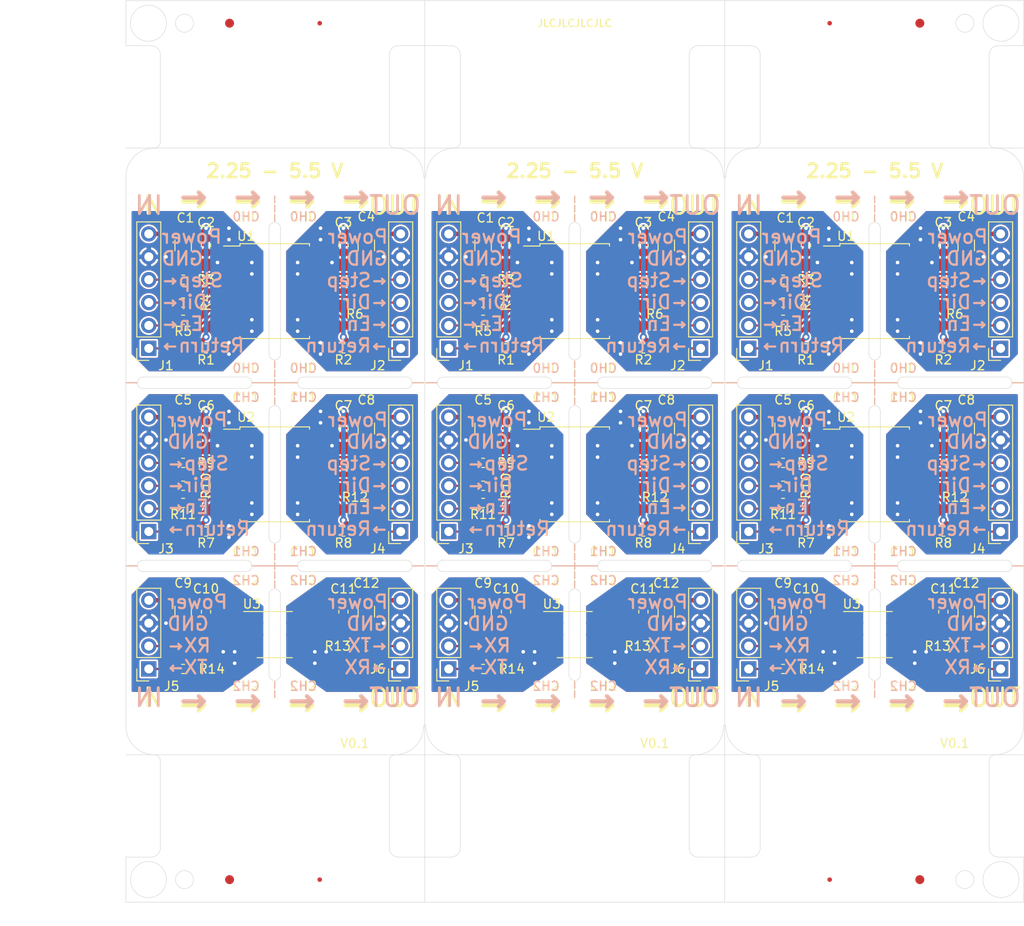
<source format=kicad_pcb>
(kicad_pcb (version 20171130) (host pcbnew "(5.1.5)-3")
  (title_block (title Isolator) (date 2020-09-23) (rev 0.1) (company SG-O) (comment 1 OSHW))
  (layers (0 F.Cu signal) (31 B.Cu signal) (34 B.Paste user) (35 F.Paste user) (36 B.SilkS user) (37 F.SilkS user) (38 B.Mask user) (39 F.Mask user) (44 Edge.Cuts user))
  (net 0 "")
  (net 1 /3.3V_0)
  (net 2 /GND_0)
  (net 3 /GND_3)
  (net 4 /3.3V_3)
  (net 5 /GND_1)
  (net 6 /3.3V_1)
  (net 7 /3.3V_4)
  (net 8 /GND_4)
  (net 9 /3.3V_2)
  (net 10 /GND_2)
  (net 11 /3.3V_5)
  (net 12 /GND_5)
  (net 13 /Ret_0)
  (net 14 /Step_0)
  (net 15 /Dir_0)
  (net 16 /En_0)
  (net 17 /Ret_2)
  (net 18 /Step_2)
  (net 19 /Dir_2)
  (net 20 /En_2)
  (net 21 /En_1)
  (net 22 /Dir_1)
  (net 23 /Step_1)
  (net 24 /Ret_1)
  (net 25 /En_3)
  (net 26 /Dir_3)
  (net 27 /Step_3)
  (net 28 /Ret_3)
  (net 29 /TX_0)
  (net 30 /RX_0)
  (net 31 /TX_1)
  (net 32 /RX_1)
  (net 33 "Net-(R1-Pad1)")
  (net 34 "Net-(R2-Pad2)")
  (net 35 "Net-(R3-Pad2)")
  (net 36 "Net-(R4-Pad2)")
  (net 37 "Net-(R5-Pad2)")
  (net 38 "Net-(R6-Pad2)")
  (net 39 "Net-(R7-Pad1)")
  (net 40 "Net-(R8-Pad2)")
  (net 41 "Net-(R9-Pad2)")
  (net 42 "Net-(R10-Pad2)")
  (net 43 "Net-(R11-Pad2)")
  (net 44 "Net-(R12-Pad2)")
  (net 45 "Net-(R13-Pad2)")
  (net 46 "Net-(R14-Pad2)")
  (module Fiducial:Fiducial_0.5mm_Dia_1mm_Outer (layer F.Cu) (at 141.568 38.86)
    (fp_text reference " " hide)
    (fp_text value " " hide)
    (pad "" smd circle (at 0 0) (size 0.5 0.5) (layers F.Cu F.Mask) (clearance 0.25))
  )
  (module Fiducial:Fiducial_0.5mm_Dia_1mm_Outer (layer F.Cu) (at 141.568 133.86)
    (fp_text reference " " hide)
    (fp_text value " " hide)
    (pad "" smd circle (at 0 0) (size 0.5 0.5) (layers F.Cu F.Mask) (clearance 0.25))
  )
  (module Fiducial:Fiducial_0.5mm_Dia_1mm_Outer (layer F.Cu) (at 85 38.86)
    (fp_text reference " " hide)
    (fp_text value " " hide)
    (pad "" smd circle (at 0 0) (size 0.5 0.5) (layers F.Cu F.Mask) (clearance 0.25))
  )
  (module Fiducial:Fiducial_0.5mm_Dia_1mm_Outer (layer F.Cu) (at 85 133.86)
    (fp_text reference " " hide)
    (fp_text value " " hide)
    (pad "" smd circle (at 0 0) (size 0.5 0.5) (layers F.Cu F.Mask) (clearance 0.25))
  )
  (module Fiducial:Fiducial_1mm_Dia_2mm_Outer (layer F.Cu) (at 151.568 38.86 90)
    (fp_text reference " " hide)
    (fp_text value " " hide)
    (pad "" smd circle (at 0 0 90) (size 1 1) (layers F.Cu F.Mask) (clearance 0.5))
  )
  (module Fiducial:Fiducial_1mm_Dia_2mm_Outer (layer F.Cu) (at 151.568 133.86 90)
    (fp_text reference " " hide)
    (fp_text value " " hide)
    (pad "" smd circle (at 0 0 90) (size 1 1) (layers F.Cu F.Mask) (clearance 0.5))
  )
  (module Fiducial:Fiducial_1mm_Dia_2mm_Outer (layer F.Cu) (at 75 38.86)
    (fp_text reference " " hide)
    (fp_text value " " hide)
    (pad "" smd circle (at 0 0) (size 1 1) (layers F.Cu F.Mask) (clearance 0.5))
  )
  (module Fiducial:Fiducial_1mm_Dia_2mm_Outer (layer F.Cu) (at 75 133.86)
    (fp_text reference " " hide)
    (fp_text value " " hide)
    (pad "" smd circle (at 0 0) (size 1 1) (layers F.Cu F.Mask) (clearance 0.5))
  )
  (module Capacitor_SMD:C_0603_1608Metric (layer F.Cu) (at 138.938 83.82 270)
    (fp_text reference C6 (at -2.54 0 180) (layer F.SilkS))
    (fp_text value 100n)
    (pad 1 smd roundrect (at -0.7875 0 270) (size 0.875 0.95) (layers F.Cu F.Paste F.Mask) (net 6 /3.3V_1))
    (pad 2 smd roundrect (at 0.7875 0 270) (size 0.875 0.95) (layers F.Cu F.Paste F.Mask) (net 5 /GND_1))
  )
  (module MountingHole:MountingHole_2.5mm (layer F.Cu) (at 133.223 55.88)
    (fp_text reference " " hide)
    (fp_text value " " hide)
    (pad 1 np_thru_hole circle (at 0 0) (size 2.5 2.5) (drill 2.5) (layers *.Cu *.Mask))
  )
  (module MountingHole:MountingHole_2.5mm (layer F.Cu) (at 159.893 55.88)
    (fp_text reference " " hide)
    (fp_text value " " hide)
    (pad 1 np_thru_hole circle (at 0 0) (size 2.5 2.5) (drill 2.5) (layers *.Cu *.Mask))
  )
  (module MountingHole:MountingHole_2.5mm (layer F.Cu) (at 159.893 116.84)
    (fp_text reference " " hide)
    (fp_text value " " hide)
    (pad 1 np_thru_hole circle (at 0 0) (size 2.5 2.5) (drill 2.5) (layers *.Cu *.Mask))
  )
  (module Resistor_SMD:R_1206_3216Metric (layer F.Cu) (at 136.398 63.5 270)
    (fp_text reference C1 (at -3.048 -0.254 180) (layer F.SilkS))
    (fp_text value 10u)
    (pad 1 smd roundrect (at -1.4 0 270) (size 1.25 1.75) (layers F.Cu F.Paste F.Mask) (roundrect_rratio 0.2) (net 1 /3.3V_0))
    (pad 2 smd roundrect (at 1.4 0 270) (size 1.25 1.75) (layers F.Cu F.Paste F.Mask) (roundrect_rratio 0.2) (net 2 /GND_0))
  )
  (module Connector_PinSocket_2.54mm:PinSocket_1x06_P2.54mm_Vertical (layer F.Cu) (at 132.588 95.25 180)
    (fp_text reference J3 (at -1.905 -1.905) (layer F.SilkS))
    (fp_text value Step_1_In)
    (pad 6 thru_hole oval (at 0 12.7 180) (size 1.7 1.7) (drill 1) (layers *.Cu *.Mask) (net 6 /3.3V_1))
    (pad 5 thru_hole oval (at 0 10.16 180) (size 1.7 1.7) (drill 1) (layers *.Cu *.Mask) (net 5 /GND_1))
    (pad 4 thru_hole oval (at 0 7.62 180) (size 1.7 1.7) (drill 1) (layers *.Cu *.Mask) (net 21 /En_1))
    (pad 3 thru_hole oval (at 0 5.08 180) (size 1.7 1.7) (drill 1) (layers *.Cu *.Mask) (net 22 /Dir_1))
    (pad 2 thru_hole oval (at 0 2.54 180) (size 1.7 1.7) (drill 1) (layers *.Cu *.Mask) (net 23 /Step_1))
    (pad 1 thru_hole rect (at 0 0 180) (size 1.7 1.7) (drill 1) (layers *.Cu *.Mask) (net 24 /Ret_1))
  )
  (module Capacitor_SMD:C_0603_1608Metric (layer F.Cu) (at 154.178 63.5 270)
    (fp_text reference C3 (at -2.54 0 180) (layer F.SilkS))
    (fp_text value 100n)
    (pad 2 smd roundrect (at 0.7875 0 270) (size 0.875 0.95) (layers F.Cu F.Paste F.Mask) (net 3 /GND_3))
    (pad 1 smd roundrect (at -0.7875 0 270) (size 0.875 0.95) (layers F.Cu F.Paste F.Mask) (net 4 /3.3V_3))
  )
  (module Connector_PinSocket_2.54mm:PinSocket_1x06_P2.54mm_Vertical (layer F.Cu) (at 160.528 74.93 180)
    (fp_text reference J2 (at 2.54 -1.905) (layer F.SilkS))
    (fp_text value Step_0_Out)
    (pad 1 thru_hole rect (at 0 0 180) (size 1.7 1.7) (drill 1) (layers *.Cu *.Mask) (net 17 /Ret_2))
    (pad 2 thru_hole oval (at 0 2.54 180) (size 1.7 1.7) (drill 1) (layers *.Cu *.Mask) (net 18 /Step_2))
    (pad 3 thru_hole oval (at 0 5.08 180) (size 1.7 1.7) (drill 1) (layers *.Cu *.Mask) (net 19 /Dir_2))
    (pad 4 thru_hole oval (at 0 7.62 180) (size 1.7 1.7) (drill 1) (layers *.Cu *.Mask) (net 20 /En_2))
    (pad 5 thru_hole oval (at 0 10.16 180) (size 1.7 1.7) (drill 1) (layers *.Cu *.Mask) (net 3 /GND_3))
    (pad 6 thru_hole oval (at 0 12.7 180) (size 1.7 1.7) (drill 1) (layers *.Cu *.Mask) (net 4 /3.3V_3))
  )
  (module Connector_PinSocket_2.54mm:PinSocket_1x06_P2.54mm_Vertical (layer F.Cu) (at 132.588 74.93 180)
    (fp_text reference J1 (at -1.905 -1.905) (layer F.SilkS))
    (fp_text value Step_0_In)
    (pad 1 thru_hole rect (at 0 0 180) (size 1.7 1.7) (drill 1) (layers *.Cu *.Mask) (net 13 /Ret_0))
    (pad 2 thru_hole oval (at 0 2.54 180) (size 1.7 1.7) (drill 1) (layers *.Cu *.Mask) (net 14 /Step_0))
    (pad 3 thru_hole oval (at 0 5.08 180) (size 1.7 1.7) (drill 1) (layers *.Cu *.Mask) (net 15 /Dir_0))
    (pad 4 thru_hole oval (at 0 7.62 180) (size 1.7 1.7) (drill 1) (layers *.Cu *.Mask) (net 16 /En_0))
    (pad 5 thru_hole oval (at 0 10.16 180) (size 1.7 1.7) (drill 1) (layers *.Cu *.Mask) (net 2 /GND_0))
    (pad 6 thru_hole oval (at 0 12.7 180) (size 1.7 1.7) (drill 1) (layers *.Cu *.Mask) (net 1 /3.3V_0))
  )
  (module Resistor_SMD:R_1206_3216Metric (layer F.Cu) (at 156.718 104.14 270)
    (fp_text reference C12 (at -3.175 0 180) (layer F.SilkS))
    (fp_text value 10u)
    (pad 2 smd roundrect (at 1.4 0 270) (size 1.25 1.75) (layers F.Cu F.Paste F.Mask) (roundrect_rratio 0.2) (net 12 /GND_5))
    (pad 1 smd roundrect (at -1.4 0 270) (size 1.25 1.75) (layers F.Cu F.Paste F.Mask) (roundrect_rratio 0.2) (net 11 /3.3V_5))
  )
  (module Capacitor_SMD:C_0603_1608Metric (layer F.Cu) (at 154.178 104.14 270)
    (fp_text reference C11 (at -2.54 0 180) (layer F.SilkS))
    (fp_text value 100n)
    (pad 1 smd roundrect (at -0.7875 0 270) (size 0.875 0.95) (layers F.Cu F.Paste F.Mask) (net 11 /3.3V_5))
    (pad 2 smd roundrect (at 0.7875 0 270) (size 0.875 0.95) (layers F.Cu F.Paste F.Mask) (net 12 /GND_5))
  )
  (module Connector_PinSocket_2.54mm:PinSocket_1x04_P2.54mm_Vertical (layer F.Cu) (at 132.588 110.49 180)
    (fp_text reference J5 (at -2.54 -1.905) (layer F.SilkS))
    (fp_text value UART_In)
    (pad 4 thru_hole oval (at 0 7.62 180) (size 1.7 1.7) (drill 1) (layers *.Cu *.Mask) (net 9 /3.3V_2))
    (pad 3 thru_hole oval (at 0 5.08 180) (size 1.7 1.7) (drill 1) (layers *.Cu *.Mask) (net 10 /GND_2))
    (pad 2 thru_hole oval (at 0 2.54 180) (size 1.7 1.7) (drill 1) (layers *.Cu *.Mask) (net 29 /TX_0))
    (pad 1 thru_hole rect (at 0 0 180) (size 1.7 1.7) (drill 1) (layers *.Cu *.Mask) (net 30 /RX_0))
  )
  (module Capacitor_SMD:C_0603_1608Metric (layer F.Cu) (at 138.938 104.14 270)
    (fp_text reference C10 (at -2.54 0 180) (layer F.SilkS))
    (fp_text value 100n)
    (pad 2 smd roundrect (at 0.7875 0 270) (size 0.875 0.95) (layers F.Cu F.Paste F.Mask) (net 10 /GND_2))
    (pad 1 smd roundrect (at -0.7875 0 270) (size 0.875 0.95) (layers F.Cu F.Paste F.Mask) (net 9 /3.3V_2))
  )
  (module MountingHole:MountingHole_2.5mm (layer F.Cu) (at 133.223 116.84)
    (fp_text reference " " hide)
    (fp_text value " " hide)
    (pad 1 np_thru_hole circle (at 0 0) (size 2.5 2.5) (drill 2.5) (layers *.Cu *.Mask))
  )
  (module Resistor_SMD:R_1206_3216Metric (layer F.Cu) (at 136.398 83.82 270)
    (fp_text reference C5 (at -3.175 0) (layer F.SilkS))
    (fp_text value 10u)
    (pad 2 smd roundrect (at 1.4 0 270) (size 1.25 1.75) (layers F.Cu F.Paste F.Mask) (roundrect_rratio 0.2) (net 5 /GND_1))
    (pad 1 smd roundrect (at -1.4 0 270) (size 1.25 1.75) (layers F.Cu F.Paste F.Mask) (roundrect_rratio 0.2) (net 6 /3.3V_1))
  )
  (module Connector_PinSocket_2.54mm:PinSocket_1x06_P2.54mm_Vertical (layer F.Cu) (at 160.528 95.25 180)
    (fp_text reference J4 (at 2.54 -1.905) (layer F.SilkS))
    (fp_text value Step_1_Out)
    (pad 6 thru_hole oval (at 0 12.7 180) (size 1.7 1.7) (drill 1) (layers *.Cu *.Mask) (net 7 /3.3V_4))
    (pad 5 thru_hole oval (at 0 10.16 180) (size 1.7 1.7) (drill 1) (layers *.Cu *.Mask) (net 8 /GND_4))
    (pad 4 thru_hole oval (at 0 7.62 180) (size 1.7 1.7) (drill 1) (layers *.Cu *.Mask) (net 25 /En_3))
    (pad 3 thru_hole oval (at 0 5.08 180) (size 1.7 1.7) (drill 1) (layers *.Cu *.Mask) (net 26 /Dir_3))
    (pad 2 thru_hole oval (at 0 2.54 180) (size 1.7 1.7) (drill 1) (layers *.Cu *.Mask) (net 27 /Step_3))
    (pad 1 thru_hole rect (at 0 0 180) (size 1.7 1.7) (drill 1) (layers *.Cu *.Mask) (net 28 /Ret_3))
  )
  (module Resistor_SMD:R_1206_3216Metric (layer F.Cu) (at 136.398 104.14 270)
    (fp_text reference C9 (at -3.175 0 180) (layer F.SilkS))
    (fp_text value 10u)
    (pad 1 smd roundrect (at -1.4 0 270) (size 1.25 1.75) (layers F.Cu F.Paste F.Mask) (roundrect_rratio 0.2) (net 9 /3.3V_2))
    (pad 2 smd roundrect (at 1.4 0 270) (size 1.25 1.75) (layers F.Cu F.Paste F.Mask) (roundrect_rratio 0.2) (net 10 /GND_2))
  )
  (module Resistor_SMD:R_0603_1608Metric (layer F.Cu) (at 136.398 71.755)
    (fp_text reference R5 (at 0 1.27) (layer F.SilkS))
    (fp_text value 0R)
    (pad 1 smd roundrect (at -0.7875 0) (size 0.875 0.95) (layers F.Cu F.Paste F.Mask) (net 14 /Step_0))
    (pad 2 smd roundrect (at 0.7875 0) (size 0.875 0.95) (layers F.Cu F.Paste F.Mask) (net 37 "Net-(R5-Pad2)"))
  )
  (module Capacitor_SMD:C_0603_1608Metric (layer F.Cu) (at 154.178 83.82 270)
    (fp_text reference C7 (at -2.54 0 180) (layer F.SilkS))
    (fp_text value 100n)
    (pad 1 smd roundrect (at -0.7875 0 270) (size 0.875 0.95) (layers F.Cu F.Paste F.Mask) (net 7 /3.3V_4))
    (pad 2 smd roundrect (at 0.7875 0 270) (size 0.875 0.95) (layers F.Cu F.Paste F.Mask) (net 8 /GND_4))
  )
  (module Resistor_SMD:R_1206_3216Metric (layer F.Cu) (at 156.718 83.82 270)
    (fp_text reference C8 (at -3.175 0 180) (layer F.SilkS))
    (fp_text value 10u)
    (pad 2 smd roundrect (at 1.4 0 270) (size 1.25 1.75) (layers F.Cu F.Paste F.Mask) (roundrect_rratio 0.2) (net 8 /GND_4))
    (pad 1 smd roundrect (at -1.4 0 270) (size 1.25 1.75) (layers F.Cu F.Paste F.Mask) (roundrect_rratio 0.2) (net 7 /3.3V_4))
  )
  (module Capacitor_SMD:C_0603_1608Metric (layer F.Cu) (at 138.938 63.5 270)
    (fp_text reference C2 (at -2.54 0 180) (layer F.SilkS))
    (fp_text value 100n)
    (pad 2 smd roundrect (at 0.7875 0 270) (size 0.875 0.95) (layers F.Cu F.Paste F.Mask) (net 2 /GND_0))
    (pad 1 smd roundrect (at -0.7875 0 270) (size 0.875 0.95) (layers F.Cu F.Paste F.Mask) (net 1 /3.3V_0))
  )
  (module Resistor_SMD:R_1206_3216Metric (layer F.Cu) (at 156.718 63.5 270)
    (fp_text reference C4 (at -3.175 0 180) (layer F.SilkS))
    (fp_text value 10u)
    (pad 1 smd roundrect (at -1.4 0 270) (size 1.25 1.75) (layers F.Cu F.Paste F.Mask) (roundrect_rratio 0.2) (net 4 /3.3V_3))
    (pad 2 smd roundrect (at 1.4 0 270) (size 1.25 1.75) (layers F.Cu F.Paste F.Mask) (roundrect_rratio 0.2) (net 3 /GND_3))
  )
  (module Resistor_SMD:R_0603_1608Metric (layer F.Cu) (at 136.398 67.31)
    (fp_text reference R3 (at 2.54 0) (layer F.SilkS))
    (fp_text value 0R)
    (pad 2 smd roundrect (at 0.7875 0) (size 0.875 0.95) (layers F.Cu F.Paste F.Mask) (net 35 "Net-(R3-Pad2)"))
    (pad 1 smd roundrect (at -0.7875 0) (size 0.875 0.95) (layers F.Cu F.Paste F.Mask) (net 16 /En_0))
  )
  (module Package_SO:SOIC-8_3.9x4.9mm_P1.27mm (layer F.Cu) (at 146.558 106.68)
    (fp_text reference U3 (at -2.54 -3.4) (layer F.SilkS))
    (fp_text value ISO6721)
    (pad 1 smd roundrect (at -2.475 -1.905) (size 1.95 0.6) (layers F.Cu F.Paste F.Mask) (net 9 /3.3V_2))
    (pad 2 smd roundrect (at -2.475 -0.635) (size 1.95 0.6) (layers F.Cu F.Paste F.Mask) (net 29 /TX_0))
    (pad 3 smd roundrect (at -2.475 0.635) (size 1.95 0.6) (layers F.Cu F.Paste F.Mask) (net 46 "Net-(R14-Pad2)"))
    (pad 4 smd roundrect (at -2.475 1.905) (size 1.95 0.6) (layers F.Cu F.Paste F.Mask) (net 10 /GND_2))
    (pad 5 smd roundrect (at 2.475 1.905) (size 1.95 0.6) (layers F.Cu F.Paste F.Mask) (net 12 /GND_5))
    (pad 6 smd roundrect (at 2.475 0.635) (size 1.95 0.6) (layers F.Cu F.Paste F.Mask) (net 31 /TX_1))
    (pad 7 smd roundrect (at 2.475 -0.635) (size 1.95 0.6) (layers F.Cu F.Paste F.Mask) (net 45 "Net-(R13-Pad2)"))
    (pad 8 smd roundrect (at 2.475 -1.905) (size 1.95 0.6) (layers F.Cu F.Paste F.Mask) (net 11 /3.3V_5))
  )
  (module Package_SO:SOIC-16W_7.5x10.3mm_P1.27mm (layer F.Cu) (at 146.558 68.58)
    (fp_text reference U1 (at -3.175 -6.1) (layer F.SilkS))
    (fp_text value ISO6741)
    (pad 1 smd roundrect (at -4.65 -4.445) (size 2.05 0.6) (layers F.Cu F.Paste F.Mask) (net 1 /3.3V_0))
    (pad 2 smd roundrect (at -4.65 -3.175) (size 2.05 0.6) (layers F.Cu F.Paste F.Mask) (net 2 /GND_0))
    (pad 3 smd roundrect (at -4.65 -1.905) (size 2.05 0.6) (layers F.Cu F.Paste F.Mask) (net 35 "Net-(R3-Pad2)"))
    (pad 4 smd roundrect (at -4.65 -0.635) (size 2.05 0.6) (layers F.Cu F.Paste F.Mask) (net 36 "Net-(R4-Pad2)"))
    (pad 5 smd roundrect (at -4.65 0.635) (size 2.05 0.6) (layers F.Cu F.Paste F.Mask) (net 37 "Net-(R5-Pad2)"))
    (pad 6 smd roundrect (at -4.65 1.905) (size 2.05 0.6) (layers F.Cu F.Paste F.Mask) (net 13 /Ret_0))
    (pad 7 smd roundrect (at -4.65 3.175) (size 2.05 0.6) (layers F.Cu F.Paste F.Mask) (net 33 "Net-(R1-Pad1)"))
    (pad 8 smd roundrect (at -4.65 4.445) (size 2.05 0.6) (layers F.Cu F.Paste F.Mask) (net 2 /GND_0))
    (pad 9 smd roundrect (at 4.65 4.445) (size 2.05 0.6) (layers F.Cu F.Paste F.Mask) (net 3 /GND_3))
    (pad 10 smd roundrect (at 4.65 3.175) (size 2.05 0.6) (layers F.Cu F.Paste F.Mask) (net 34 "Net-(R2-Pad2)"))
    (pad 11 smd roundrect (at 4.65 1.905) (size 2.05 0.6) (layers F.Cu F.Paste F.Mask) (net 38 "Net-(R6-Pad2)"))
    (pad 12 smd roundrect (at 4.65 0.635) (size 2.05 0.6) (layers F.Cu F.Paste F.Mask) (net 18 /Step_2))
    (pad 13 smd roundrect (at 4.65 -0.635) (size 2.05 0.6) (layers F.Cu F.Paste F.Mask) (net 19 /Dir_2))
    (pad 14 smd roundrect (at 4.65 -1.905) (size 2.05 0.6) (layers F.Cu F.Paste F.Mask) (net 20 /En_2))
    (pad 15 smd roundrect (at 4.65 -3.175) (size 2.05 0.6) (layers F.Cu F.Paste F.Mask) (net 3 /GND_3))
    (pad 16 smd roundrect (at 4.65 -4.445) (size 2.05 0.6) (layers F.Cu F.Paste F.Mask) (net 4 /3.3V_3))
  )
  (module Resistor_SMD:R_0603_1608Metric (layer F.Cu) (at 155.448 92.71 180)
    (fp_text reference R12 (at 0 1.27) (layer F.SilkS))
    (fp_text value 0R)
    (pad 2 smd roundrect (at 0.7875 0 180) (size 0.875 0.95) (layers F.Cu F.Paste F.Mask) (net 44 "Net-(R12-Pad2)"))
    (pad 1 smd roundrect (at -0.7875 0 180) (size 0.875 0.95) (layers F.Cu F.Paste F.Mask) (net 28 /Ret_3))
  )
  (module Resistor_SMD:R_0603_1608Metric (layer F.Cu) (at 138.938 95.25 180)
    (fp_text reference R7 (at 0 -1.27) (layer F.SilkS))
    (fp_text value 4.7k)
    (pad 2 smd roundrect (at 0.7875 0 180) (size 0.875 0.95) (layers F.Cu F.Paste F.Mask) (net 6 /3.3V_1))
    (pad 1 smd roundrect (at -0.7875 0 180) (size 0.875 0.95) (layers F.Cu F.Paste F.Mask) (net 39 "Net-(R7-Pad1)"))
  )
  (module Resistor_SMD:R_0603_1608Metric (layer F.Cu) (at 136.398 87.63)
    (fp_text reference R9 (at 2.54 0) (layer F.SilkS))
    (fp_text value 0R)
    (pad 1 smd roundrect (at -0.7875 0) (size 0.875 0.95) (layers F.Cu F.Paste F.Mask) (net 21 /En_1))
    (pad 2 smd roundrect (at 0.7875 0) (size 0.875 0.95) (layers F.Cu F.Paste F.Mask) (net 41 "Net-(R9-Pad2)"))
  )
  (module Package_SO:SOIC-16W_7.5x10.3mm_P1.27mm (layer F.Cu) (at 146.558 88.9)
    (fp_text reference U2 (at -3.175 -6.35) (layer F.SilkS))
    (fp_text value ISO6741)
    (pad 16 smd roundrect (at 4.65 -4.445) (size 2.05 0.6) (layers F.Cu F.Paste F.Mask) (net 7 /3.3V_4))
    (pad 15 smd roundrect (at 4.65 -3.175) (size 2.05 0.6) (layers F.Cu F.Paste F.Mask) (net 8 /GND_4))
    (pad 14 smd roundrect (at 4.65 -1.905) (size 2.05 0.6) (layers F.Cu F.Paste F.Mask) (net 25 /En_3))
    (pad 13 smd roundrect (at 4.65 -0.635) (size 2.05 0.6) (layers F.Cu F.Paste F.Mask) (net 26 /Dir_3))
    (pad 12 smd roundrect (at 4.65 0.635) (size 2.05 0.6) (layers F.Cu F.Paste F.Mask) (net 27 /Step_3))
    (pad 11 smd roundrect (at 4.65 1.905) (size 2.05 0.6) (layers F.Cu F.Paste F.Mask) (net 44 "Net-(R12-Pad2)"))
    (pad 10 smd roundrect (at 4.65 3.175) (size 2.05 0.6) (layers F.Cu F.Paste F.Mask) (net 40 "Net-(R8-Pad2)"))
    (pad 9 smd roundrect (at 4.65 4.445) (size 2.05 0.6) (layers F.Cu F.Paste F.Mask) (net 8 /GND_4))
    (pad 8 smd roundrect (at -4.65 4.445) (size 2.05 0.6) (layers F.Cu F.Paste F.Mask) (net 5 /GND_1))
    (pad 7 smd roundrect (at -4.65 3.175) (size 2.05 0.6) (layers F.Cu F.Paste F.Mask) (net 39 "Net-(R7-Pad1)"))
    (pad 6 smd roundrect (at -4.65 1.905) (size 2.05 0.6) (layers F.Cu F.Paste F.Mask) (net 24 /Ret_1))
    (pad 5 smd roundrect (at -4.65 0.635) (size 2.05 0.6) (layers F.Cu F.Paste F.Mask) (net 43 "Net-(R11-Pad2)"))
    (pad 4 smd roundrect (at -4.65 -0.635) (size 2.05 0.6) (layers F.Cu F.Paste F.Mask) (net 42 "Net-(R10-Pad2)"))
    (pad 3 smd roundrect (at -4.65 -1.905) (size 2.05 0.6) (layers F.Cu F.Paste F.Mask) (net 41 "Net-(R9-Pad2)"))
    (pad 2 smd roundrect (at -4.65 -3.175) (size 2.05 0.6) (layers F.Cu F.Paste F.Mask) (net 5 /GND_1))
    (pad 1 smd roundrect (at -4.65 -4.445) (size 2.05 0.6) (layers F.Cu F.Paste F.Mask) (net 6 /3.3V_1))
  )
  (module Resistor_SMD:R_0603_1608Metric (layer F.Cu) (at 136.398 69.85)
    (fp_text reference R4 (at 2.54 0 90) (layer F.SilkS))
    (fp_text value 0R)
    (pad 2 smd roundrect (at 0.7875 0) (size 0.875 0.95) (layers F.Cu F.Paste F.Mask) (net 36 "Net-(R4-Pad2)"))
    (pad 1 smd roundrect (at -0.7875 0) (size 0.875 0.95) (layers F.Cu F.Paste F.Mask) (net 15 /Dir_0))
  )
  (module Resistor_SMD:R_0603_1608Metric (layer F.Cu) (at 156.718 107.95 180)
    (fp_text reference R13 (at 3.175 0) (layer F.SilkS))
    (fp_text value 0R)
    (pad 1 smd roundrect (at -0.7875 0 180) (size 0.875 0.95) (layers F.Cu F.Paste F.Mask) (net 32 /RX_1))
    (pad 2 smd roundrect (at 0.7875 0 180) (size 0.875 0.95) (layers F.Cu F.Paste F.Mask) (net 45 "Net-(R13-Pad2)"))
  )
  (module Resistor_SMD:R_0603_1608Metric (layer F.Cu) (at 155.448 72.39 180)
    (fp_text reference R6 (at 0 1.27) (layer F.SilkS))
    (fp_text value 0R)
    (pad 1 smd roundrect (at -0.7875 0 180) (size 0.875 0.95) (layers F.Cu F.Paste F.Mask) (net 17 /Ret_2))
    (pad 2 smd roundrect (at 0.7875 0 180) (size 0.875 0.95) (layers F.Cu F.Paste F.Mask) (net 38 "Net-(R6-Pad2)"))
  )
  (module Connector_PinSocket_2.54mm:PinSocket_1x04_P2.54mm_Vertical (layer F.Cu) (at 160.528 110.49 180)
    (fp_text reference J6 (at 2.54 0) (layer F.SilkS))
    (fp_text value UART_Out)
    (pad 1 thru_hole rect (at 0 0 180) (size 1.7 1.7) (drill 1) (layers *.Cu *.Mask) (net 31 /TX_1))
    (pad 2 thru_hole oval (at 0 2.54 180) (size 1.7 1.7) (drill 1) (layers *.Cu *.Mask) (net 32 /RX_1))
    (pad 3 thru_hole oval (at 0 5.08 180) (size 1.7 1.7) (drill 1) (layers *.Cu *.Mask) (net 12 /GND_5))
    (pad 4 thru_hole oval (at 0 7.62 180) (size 1.7 1.7) (drill 1) (layers *.Cu *.Mask) (net 11 /3.3V_5))
  )
  (module Resistor_SMD:R_0603_1608Metric (layer F.Cu) (at 136.398 110.49)
    (fp_text reference R14 (at 3.175 0) (layer F.SilkS))
    (fp_text value 0R)
    (pad 2 smd roundrect (at 0.7875 0) (size 0.875 0.95) (layers F.Cu F.Paste F.Mask) (net 46 "Net-(R14-Pad2)"))
    (pad 1 smd roundrect (at -0.7875 0) (size 0.875 0.95) (layers F.Cu F.Paste F.Mask) (net 30 /RX_0))
  )
  (module Resistor_SMD:R_0603_1608Metric (layer F.Cu) (at 136.398 90.17)
    (fp_text reference R10 (at 2.54 0 90) (layer F.SilkS))
    (fp_text value 0R)
    (pad 2 smd roundrect (at 0.7875 0) (size 0.875 0.95) (layers F.Cu F.Paste F.Mask) (net 42 "Net-(R10-Pad2)"))
    (pad 1 smd roundrect (at -0.7875 0) (size 0.875 0.95) (layers F.Cu F.Paste F.Mask) (net 22 /Dir_1))
  )
  (module Resistor_SMD:R_0603_1608Metric (layer F.Cu) (at 136.398 92.075)
    (fp_text reference R11 (at 0 1.27) (layer F.SilkS))
    (fp_text value 0R)
    (pad 1 smd roundrect (at -0.7875 0) (size 0.875 0.95) (layers F.Cu F.Paste F.Mask) (net 23 /Step_1))
    (pad 2 smd roundrect (at 0.7875 0) (size 0.875 0.95) (layers F.Cu F.Paste F.Mask) (net 43 "Net-(R11-Pad2)"))
  )
  (module Resistor_SMD:R_0603_1608Metric (layer F.Cu) (at 154.178 74.93 180)
    (fp_text reference R2 (at 0 -1.27) (layer F.SilkS))
    (fp_text value 4.7k)
    (pad 1 smd roundrect (at -0.7875 0 180) (size 0.875 0.95) (layers F.Cu F.Paste F.Mask) (net 4 /3.3V_3))
    (pad 2 smd roundrect (at 0.7875 0 180) (size 0.875 0.95) (layers F.Cu F.Paste F.Mask) (net 34 "Net-(R2-Pad2)"))
  )
  (module Resistor_SMD:R_0603_1608Metric (layer F.Cu) (at 154.178 95.25 180)
    (fp_text reference R8 (at 0 -1.27) (layer F.SilkS))
    (fp_text value 4.7k)
    (pad 1 smd roundrect (at -0.7875 0 180) (size 0.875 0.95) (layers F.Cu F.Paste F.Mask) (net 7 /3.3V_4))
    (pad 2 smd roundrect (at 0.7875 0 180) (size 0.875 0.95) (layers F.Cu F.Paste F.Mask) (net 40 "Net-(R8-Pad2)"))
  )
  (module Resistor_SMD:R_0603_1608Metric (layer F.Cu) (at 138.938 74.93 180)
    (fp_text reference R1 (at 0 -1.27) (layer F.SilkS))
    (fp_text value 4.7k)
    (pad 2 smd roundrect (at 0.7875 0 180) (size 0.875 0.95) (layers F.Cu F.Paste F.Mask) (net 1 /3.3V_0))
    (pad 1 smd roundrect (at -0.7875 0 180) (size 0.875 0.95) (layers F.Cu F.Paste F.Mask) (net 33 "Net-(R1-Pad1)"))
  )
  (module Resistor_SMD:R_0603_1608Metric (layer F.Cu) (at 103.124 87.63)
    (fp_text reference R9 (at 2.54 0) (layer F.SilkS))
    (fp_text value 0R)
    (pad 2 smd roundrect (at 0.7875 0) (size 0.875 0.95) (layers F.Cu F.Paste F.Mask) (net 41 "Net-(R9-Pad2)"))
    (pad 1 smd roundrect (at -0.7875 0) (size 0.875 0.95) (layers F.Cu F.Paste F.Mask) (net 21 /En_1))
  )
  (module Resistor_SMD:R_0603_1608Metric (layer F.Cu) (at 120.904 95.25 180)
    (fp_text reference R8 (at 0 -1.27) (layer F.SilkS))
    (fp_text value 4.7k)
    (pad 2 smd roundrect (at 0.7875 0 180) (size 0.875 0.95) (layers F.Cu F.Paste F.Mask) (net 40 "Net-(R8-Pad2)"))
    (pad 1 smd roundrect (at -0.7875 0 180) (size 0.875 0.95) (layers F.Cu F.Paste F.Mask) (net 7 /3.3V_4))
  )
  (module Resistor_SMD:R_0603_1608Metric (layer F.Cu) (at 105.664 95.25 180)
    (fp_text reference R7 (at 0 -1.27) (layer F.SilkS))
    (fp_text value 4.7k)
    (pad 1 smd roundrect (at -0.7875 0 180) (size 0.875 0.95) (layers F.Cu F.Paste F.Mask) (net 39 "Net-(R7-Pad1)"))
    (pad 2 smd roundrect (at 0.7875 0 180) (size 0.875 0.95) (layers F.Cu F.Paste F.Mask) (net 6 /3.3V_1))
  )
  (module Resistor_SMD:R_0603_1608Metric (layer F.Cu) (at 103.124 67.31)
    (fp_text reference R3 (at 2.54 0) (layer F.SilkS))
    (fp_text value 0R)
    (pad 1 smd roundrect (at -0.7875 0) (size 0.875 0.95) (layers F.Cu F.Paste F.Mask) (net 16 /En_0))
    (pad 2 smd roundrect (at 0.7875 0) (size 0.875 0.95) (layers F.Cu F.Paste F.Mask) (net 35 "Net-(R3-Pad2)"))
  )
  (module Connector_PinSocket_2.54mm:PinSocket_1x04_P2.54mm_Vertical (layer F.Cu) (at 127.254 110.49 180)
    (fp_text reference J6 (at 2.54 0) (layer F.SilkS))
    (fp_text value UART_Out)
    (pad 4 thru_hole oval (at 0 7.62 180) (size 1.7 1.7) (drill 1) (layers *.Cu *.Mask) (net 11 /3.3V_5))
    (pad 3 thru_hole oval (at 0 5.08 180) (size 1.7 1.7) (drill 1) (layers *.Cu *.Mask) (net 12 /GND_5))
    (pad 2 thru_hole oval (at 0 2.54 180) (size 1.7 1.7) (drill 1) (layers *.Cu *.Mask) (net 32 /RX_1))
    (pad 1 thru_hole rect (at 0 0 180) (size 1.7 1.7) (drill 1) (layers *.Cu *.Mask) (net 31 /TX_1))
  )
  (module Resistor_SMD:R_0603_1608Metric (layer F.Cu) (at 103.124 69.85)
    (fp_text reference R4 (at 2.54 0 90) (layer F.SilkS))
    (fp_text value 0R)
    (pad 1 smd roundrect (at -0.7875 0) (size 0.875 0.95) (layers F.Cu F.Paste F.Mask) (net 15 /Dir_0))
    (pad 2 smd roundrect (at 0.7875 0) (size 0.875 0.95) (layers F.Cu F.Paste F.Mask) (net 36 "Net-(R4-Pad2)"))
  )
  (module Package_SO:SOIC-8_3.9x4.9mm_P1.27mm (layer F.Cu) (at 113.284 106.68)
    (fp_text reference U3 (at -2.54 -3.4) (layer F.SilkS))
    (fp_text value ISO6721)
    (pad 8 smd roundrect (at 2.475 -1.905) (size 1.95 0.6) (layers F.Cu F.Paste F.Mask) (net 11 /3.3V_5))
    (pad 7 smd roundrect (at 2.475 -0.635) (size 1.95 0.6) (layers F.Cu F.Paste F.Mask) (net 45 "Net-(R13-Pad2)"))
    (pad 6 smd roundrect (at 2.475 0.635) (size 1.95 0.6) (layers F.Cu F.Paste F.Mask) (net 31 /TX_1))
    (pad 5 smd roundrect (at 2.475 1.905) (size 1.95 0.6) (layers F.Cu F.Paste F.Mask) (net 12 /GND_5))
    (pad 4 smd roundrect (at -2.475 1.905) (size 1.95 0.6) (layers F.Cu F.Paste F.Mask) (net 10 /GND_2))
    (pad 3 smd roundrect (at -2.475 0.635) (size 1.95 0.6) (layers F.Cu F.Paste F.Mask) (net 46 "Net-(R14-Pad2)"))
    (pad 2 smd roundrect (at -2.475 -0.635) (size 1.95 0.6) (layers F.Cu F.Paste F.Mask) (net 29 /TX_0))
    (pad 1 smd roundrect (at -2.475 -1.905) (size 1.95 0.6) (layers F.Cu F.Paste F.Mask) (net 9 /3.3V_2))
  )
  (module Resistor_SMD:R_0603_1608Metric (layer F.Cu) (at 122.174 92.71 180)
    (fp_text reference R12 (at 0 1.27) (layer F.SilkS))
    (fp_text value 0R)
    (pad 1 smd roundrect (at -0.7875 0 180) (size 0.875 0.95) (layers F.Cu F.Paste F.Mask) (net 28 /Ret_3))
    (pad 2 smd roundrect (at 0.7875 0 180) (size 0.875 0.95) (layers F.Cu F.Paste F.Mask) (net 44 "Net-(R12-Pad2)"))
  )
  (module Package_SO:SOIC-16W_7.5x10.3mm_P1.27mm (layer F.Cu) (at 113.284 68.58)
    (fp_text reference U1 (at -3.175 -6.1) (layer F.SilkS))
    (fp_text value ISO6741)
    (pad 16 smd roundrect (at 4.65 -4.445) (size 2.05 0.6) (layers F.Cu F.Paste F.Mask) (net 4 /3.3V_3))
    (pad 15 smd roundrect (at 4.65 -3.175) (size 2.05 0.6) (layers F.Cu F.Paste F.Mask) (net 3 /GND_3))
    (pad 14 smd roundrect (at 4.65 -1.905) (size 2.05 0.6) (layers F.Cu F.Paste F.Mask) (net 20 /En_2))
    (pad 13 smd roundrect (at 4.65 -0.635) (size 2.05 0.6) (layers F.Cu F.Paste F.Mask) (net 19 /Dir_2))
    (pad 12 smd roundrect (at 4.65 0.635) (size 2.05 0.6) (layers F.Cu F.Paste F.Mask) (net 18 /Step_2))
    (pad 11 smd roundrect (at 4.65 1.905) (size 2.05 0.6) (layers F.Cu F.Paste F.Mask) (net 38 "Net-(R6-Pad2)"))
    (pad 10 smd roundrect (at 4.65 3.175) (size 2.05 0.6) (layers F.Cu F.Paste F.Mask) (net 34 "Net-(R2-Pad2)"))
    (pad 9 smd roundrect (at 4.65 4.445) (size 2.05 0.6) (layers F.Cu F.Paste F.Mask) (net 3 /GND_3))
    (pad 8 smd roundrect (at -4.65 4.445) (size 2.05 0.6) (layers F.Cu F.Paste F.Mask) (net 2 /GND_0))
    (pad 7 smd roundrect (at -4.65 3.175) (size 2.05 0.6) (layers F.Cu F.Paste F.Mask) (net 33 "Net-(R1-Pad1)"))
    (pad 6 smd roundrect (at -4.65 1.905) (size 2.05 0.6) (layers F.Cu F.Paste F.Mask) (net 13 /Ret_0))
    (pad 5 smd roundrect (at -4.65 0.635) (size 2.05 0.6) (layers F.Cu F.Paste F.Mask) (net 37 "Net-(R5-Pad2)"))
    (pad 4 smd roundrect (at -4.65 -0.635) (size 2.05 0.6) (layers F.Cu F.Paste F.Mask) (net 36 "Net-(R4-Pad2)"))
    (pad 3 smd roundrect (at -4.65 -1.905) (size 2.05 0.6) (layers F.Cu F.Paste F.Mask) (net 35 "Net-(R3-Pad2)"))
    (pad 2 smd roundrect (at -4.65 -3.175) (size 2.05 0.6) (layers F.Cu F.Paste F.Mask) (net 2 /GND_0))
    (pad 1 smd roundrect (at -4.65 -4.445) (size 2.05 0.6) (layers F.Cu F.Paste F.Mask) (net 1 /3.3V_0))
  )
  (module Resistor_SMD:R_0603_1608Metric (layer F.Cu) (at 103.124 110.49)
    (fp_text reference R14 (at 3.175 0) (layer F.SilkS))
    (fp_text value 0R)
    (pad 1 smd roundrect (at -0.7875 0) (size 0.875 0.95) (layers F.Cu F.Paste F.Mask) (net 30 /RX_0))
    (pad 2 smd roundrect (at 0.7875 0) (size 0.875 0.95) (layers F.Cu F.Paste F.Mask) (net 46 "Net-(R14-Pad2)"))
  )
  (module Resistor_SMD:R_0603_1608Metric (layer F.Cu) (at 103.124 90.17)
    (fp_text reference R10 (at 2.54 0 90) (layer F.SilkS))
    (fp_text value 0R)
    (pad 1 smd roundrect (at -0.7875 0) (size 0.875 0.95) (layers F.Cu F.Paste F.Mask) (net 22 /Dir_1))
    (pad 2 smd roundrect (at 0.7875 0) (size 0.875 0.95) (layers F.Cu F.Paste F.Mask) (net 42 "Net-(R10-Pad2)"))
  )
  (module Resistor_SMD:R_0603_1608Metric (layer F.Cu) (at 122.174 72.39 180)
    (fp_text reference R6 (at 0 1.27) (layer F.SilkS))
    (fp_text value 0R)
    (pad 2 smd roundrect (at 0.7875 0 180) (size 0.875 0.95) (layers F.Cu F.Paste F.Mask) (net 38 "Net-(R6-Pad2)"))
    (pad 1 smd roundrect (at -0.7875 0 180) (size 0.875 0.95) (layers F.Cu F.Paste F.Mask) (net 17 /Ret_2))
  )
  (module Resistor_SMD:R_0603_1608Metric (layer F.Cu) (at 120.904 74.93 180)
    (fp_text reference R2 (at 0 -1.27) (layer F.SilkS))
    (fp_text value 4.7k)
    (pad 2 smd roundrect (at 0.7875 0 180) (size 0.875 0.95) (layers F.Cu F.Paste F.Mask) (net 34 "Net-(R2-Pad2)"))
    (pad 1 smd roundrect (at -0.7875 0 180) (size 0.875 0.95) (layers F.Cu F.Paste F.Mask) (net 4 /3.3V_3))
  )
  (module Resistor_SMD:R_0603_1608Metric (layer F.Cu) (at 105.664 74.93 180)
    (fp_text reference R1 (at 0 -1.27) (layer F.SilkS))
    (fp_text value 4.7k)
    (pad 1 smd roundrect (at -0.7875 0 180) (size 0.875 0.95) (layers F.Cu F.Paste F.Mask) (net 33 "Net-(R1-Pad1)"))
    (pad 2 smd roundrect (at 0.7875 0 180) (size 0.875 0.95) (layers F.Cu F.Paste F.Mask) (net 1 /3.3V_0))
  )
  (module Package_SO:SOIC-16W_7.5x10.3mm_P1.27mm (layer F.Cu) (at 113.284 88.9)
    (fp_text reference U2 (at -3.175 -6.35) (layer F.SilkS))
    (fp_text value ISO6741)
    (pad 1 smd roundrect (at -4.65 -4.445) (size 2.05 0.6) (layers F.Cu F.Paste F.Mask) (net 6 /3.3V_1))
    (pad 2 smd roundrect (at -4.65 -3.175) (size 2.05 0.6) (layers F.Cu F.Paste F.Mask) (net 5 /GND_1))
    (pad 3 smd roundrect (at -4.65 -1.905) (size 2.05 0.6) (layers F.Cu F.Paste F.Mask) (net 41 "Net-(R9-Pad2)"))
    (pad 4 smd roundrect (at -4.65 -0.635) (size 2.05 0.6) (layers F.Cu F.Paste F.Mask) (net 42 "Net-(R10-Pad2)"))
    (pad 5 smd roundrect (at -4.65 0.635) (size 2.05 0.6) (layers F.Cu F.Paste F.Mask) (net 43 "Net-(R11-Pad2)"))
    (pad 6 smd roundrect (at -4.65 1.905) (size 2.05 0.6) (layers F.Cu F.Paste F.Mask) (net 24 /Ret_1))
    (pad 7 smd roundrect (at -4.65 3.175) (size 2.05 0.6) (layers F.Cu F.Paste F.Mask) (net 39 "Net-(R7-Pad1)"))
    (pad 8 smd roundrect (at -4.65 4.445) (size 2.05 0.6) (layers F.Cu F.Paste F.Mask) (net 5 /GND_1))
    (pad 9 smd roundrect (at 4.65 4.445) (size 2.05 0.6) (layers F.Cu F.Paste F.Mask) (net 8 /GND_4))
    (pad 10 smd roundrect (at 4.65 3.175) (size 2.05 0.6) (layers F.Cu F.Paste F.Mask) (net 40 "Net-(R8-Pad2)"))
    (pad 11 smd roundrect (at 4.65 1.905) (size 2.05 0.6) (layers F.Cu F.Paste F.Mask) (net 44 "Net-(R12-Pad2)"))
    (pad 12 smd roundrect (at 4.65 0.635) (size 2.05 0.6) (layers F.Cu F.Paste F.Mask) (net 27 /Step_3))
    (pad 13 smd roundrect (at 4.65 -0.635) (size 2.05 0.6) (layers F.Cu F.Paste F.Mask) (net 26 /Dir_3))
    (pad 14 smd roundrect (at 4.65 -1.905) (size 2.05 0.6) (layers F.Cu F.Paste F.Mask) (net 25 /En_3))
    (pad 15 smd roundrect (at 4.65 -3.175) (size 2.05 0.6) (layers F.Cu F.Paste F.Mask) (net 8 /GND_4))
    (pad 16 smd roundrect (at 4.65 -4.445) (size 2.05 0.6) (layers F.Cu F.Paste F.Mask) (net 7 /3.3V_4))
  )
  (module Resistor_SMD:R_0603_1608Metric (layer F.Cu) (at 123.444 107.95 180)
    (fp_text reference R13 (at 3.175 0) (layer F.SilkS))
    (fp_text value 0R)
    (pad 2 smd roundrect (at 0.7875 0 180) (size 0.875 0.95) (layers F.Cu F.Paste F.Mask) (net 45 "Net-(R13-Pad2)"))
    (pad 1 smd roundrect (at -0.7875 0 180) (size 0.875 0.95) (layers F.Cu F.Paste F.Mask) (net 32 /RX_1))
  )
  (module Resistor_SMD:R_0603_1608Metric (layer F.Cu) (at 103.124 92.075)
    (fp_text reference R11 (at 0 1.27) (layer F.SilkS))
    (fp_text value 0R)
    (pad 2 smd roundrect (at 0.7875 0) (size 0.875 0.95) (layers F.Cu F.Paste F.Mask) (net 43 "Net-(R11-Pad2)"))
    (pad 1 smd roundrect (at -0.7875 0) (size 0.875 0.95) (layers F.Cu F.Paste F.Mask) (net 23 /Step_1))
  )
  (module Connector_PinSocket_2.54mm:PinSocket_1x06_P2.54mm_Vertical (layer F.Cu) (at 127.254 74.93 180)
    (fp_text reference J2 (at 2.54 -1.905) (layer F.SilkS))
    (fp_text value Step_0_Out)
    (pad 6 thru_hole oval (at 0 12.7 180) (size 1.7 1.7) (drill 1) (layers *.Cu *.Mask) (net 4 /3.3V_3))
    (pad 5 thru_hole oval (at 0 10.16 180) (size 1.7 1.7) (drill 1) (layers *.Cu *.Mask) (net 3 /GND_3))
    (pad 4 thru_hole oval (at 0 7.62 180) (size 1.7 1.7) (drill 1) (layers *.Cu *.Mask) (net 20 /En_2))
    (pad 3 thru_hole oval (at 0 5.08 180) (size 1.7 1.7) (drill 1) (layers *.Cu *.Mask) (net 19 /Dir_2))
    (pad 2 thru_hole oval (at 0 2.54 180) (size 1.7 1.7) (drill 1) (layers *.Cu *.Mask) (net 18 /Step_2))
    (pad 1 thru_hole rect (at 0 0 180) (size 1.7 1.7) (drill 1) (layers *.Cu *.Mask) (net 17 /Ret_2))
  )
  (module Connector_PinSocket_2.54mm:PinSocket_1x06_P2.54mm_Vertical (layer F.Cu) (at 99.314 74.93 180)
    (fp_text reference J1 (at -1.905 -1.905) (layer F.SilkS))
    (fp_text value Step_0_In)
    (pad 6 thru_hole oval (at 0 12.7 180) (size 1.7 1.7) (drill 1) (layers *.Cu *.Mask) (net 1 /3.3V_0))
    (pad 5 thru_hole oval (at 0 10.16 180) (size 1.7 1.7) (drill 1) (layers *.Cu *.Mask) (net 2 /GND_0))
    (pad 4 thru_hole oval (at 0 7.62 180) (size 1.7 1.7) (drill 1) (layers *.Cu *.Mask) (net 16 /En_0))
    (pad 3 thru_hole oval (at 0 5.08 180) (size 1.7 1.7) (drill 1) (layers *.Cu *.Mask) (net 15 /Dir_0))
    (pad 2 thru_hole oval (at 0 2.54 180) (size 1.7 1.7) (drill 1) (layers *.Cu *.Mask) (net 14 /Step_0))
    (pad 1 thru_hole rect (at 0 0 180) (size 1.7 1.7) (drill 1) (layers *.Cu *.Mask) (net 13 /Ret_0))
  )
  (module Resistor_SMD:R_1206_3216Metric (layer F.Cu) (at 123.444 104.14 270)
    (fp_text reference C12 (at -3.175 0 180) (layer F.SilkS))
    (fp_text value 10u)
    (pad 1 smd roundrect (at -1.4 0 270) (size 1.25 1.75) (layers F.Cu F.Paste F.Mask) (roundrect_rratio 0.2) (net 11 /3.3V_5))
    (pad 2 smd roundrect (at 1.4 0 270) (size 1.25 1.75) (layers F.Cu F.Paste F.Mask) (roundrect_rratio 0.2) (net 12 /GND_5))
  )
  (module Capacitor_SMD:C_0603_1608Metric (layer F.Cu) (at 120.904 104.14 270)
    (fp_text reference C11 (at -2.54 0 180) (layer F.SilkS))
    (fp_text value 100n)
    (pad 2 smd roundrect (at 0.7875 0 270) (size 0.875 0.95) (layers F.Cu F.Paste F.Mask) (net 12 /GND_5))
    (pad 1 smd roundrect (at -0.7875 0 270) (size 0.875 0.95) (layers F.Cu F.Paste F.Mask) (net 11 /3.3V_5))
  )
  (module Connector_PinSocket_2.54mm:PinSocket_1x04_P2.54mm_Vertical (layer F.Cu) (at 99.314 110.49 180)
    (fp_text reference J5 (at -2.54 -1.905) (layer F.SilkS))
    (fp_text value UART_In)
    (pad 1 thru_hole rect (at 0 0 180) (size 1.7 1.7) (drill 1) (layers *.Cu *.Mask) (net 30 /RX_0))
    (pad 2 thru_hole oval (at 0 2.54 180) (size 1.7 1.7) (drill 1) (layers *.Cu *.Mask) (net 29 /TX_0))
    (pad 3 thru_hole oval (at 0 5.08 180) (size 1.7 1.7) (drill 1) (layers *.Cu *.Mask) (net 10 /GND_2))
    (pad 4 thru_hole oval (at 0 7.62 180) (size 1.7 1.7) (drill 1) (layers *.Cu *.Mask) (net 9 /3.3V_2))
  )
  (module Connector_PinSocket_2.54mm:PinSocket_1x06_P2.54mm_Vertical (layer F.Cu) (at 127.254 95.25 180)
    (fp_text reference J4 (at 2.54 -1.905) (layer F.SilkS))
    (fp_text value Step_1_Out)
    (pad 1 thru_hole rect (at 0 0 180) (size 1.7 1.7) (drill 1) (layers *.Cu *.Mask) (net 28 /Ret_3))
    (pad 2 thru_hole oval (at 0 2.54 180) (size 1.7 1.7) (drill 1) (layers *.Cu *.Mask) (net 27 /Step_3))
    (pad 3 thru_hole oval (at 0 5.08 180) (size 1.7 1.7) (drill 1) (layers *.Cu *.Mask) (net 26 /Dir_3))
    (pad 4 thru_hole oval (at 0 7.62 180) (size 1.7 1.7) (drill 1) (layers *.Cu *.Mask) (net 25 /En_3))
    (pad 5 thru_hole oval (at 0 10.16 180) (size 1.7 1.7) (drill 1) (layers *.Cu *.Mask) (net 8 /GND_4))
    (pad 6 thru_hole oval (at 0 12.7 180) (size 1.7 1.7) (drill 1) (layers *.Cu *.Mask) (net 7 /3.3V_4))
  )
  (module Capacitor_SMD:C_0603_1608Metric (layer F.Cu) (at 105.664 104.14 270)
    (fp_text reference C10 (at -2.54 0 180) (layer F.SilkS))
    (fp_text value 100n)
    (pad 1 smd roundrect (at -0.7875 0 270) (size 0.875 0.95) (layers F.Cu F.Paste F.Mask) (net 9 /3.3V_2))
    (pad 2 smd roundrect (at 0.7875 0 270) (size 0.875 0.95) (layers F.Cu F.Paste F.Mask) (net 10 /GND_2))
  )
  (module Resistor_SMD:R_1206_3216Metric (layer F.Cu) (at 103.124 104.14 270)
    (fp_text reference C9 (at -3.175 0 180) (layer F.SilkS))
    (fp_text value 10u)
    (pad 2 smd roundrect (at 1.4 0 270) (size 1.25 1.75) (layers F.Cu F.Paste F.Mask) (roundrect_rratio 0.2) (net 10 /GND_2))
    (pad 1 smd roundrect (at -1.4 0 270) (size 1.25 1.75) (layers F.Cu F.Paste F.Mask) (roundrect_rratio 0.2) (net 9 /3.3V_2))
  )
  (module Connector_PinSocket_2.54mm:PinSocket_1x06_P2.54mm_Vertical (layer F.Cu) (at 99.314 95.25 180)
    (fp_text reference J3 (at -1.905 -1.905) (layer F.SilkS))
    (fp_text value Step_1_In)
    (pad 1 thru_hole rect (at 0 0 180) (size 1.7 1.7) (drill 1) (layers *.Cu *.Mask) (net 24 /Ret_1))
    (pad 2 thru_hole oval (at 0 2.54 180) (size 1.7 1.7) (drill 1) (layers *.Cu *.Mask) (net 23 /Step_1))
    (pad 3 thru_hole oval (at 0 5.08 180) (size 1.7 1.7) (drill 1) (layers *.Cu *.Mask) (net 22 /Dir_1))
    (pad 4 thru_hole oval (at 0 7.62 180) (size 1.7 1.7) (drill 1) (layers *.Cu *.Mask) (net 21 /En_1))
    (pad 5 thru_hole oval (at 0 10.16 180) (size 1.7 1.7) (drill 1) (layers *.Cu *.Mask) (net 5 /GND_1))
    (pad 6 thru_hole oval (at 0 12.7 180) (size 1.7 1.7) (drill 1) (layers *.Cu *.Mask) (net 6 /3.3V_1))
  )
  (module Resistor_SMD:R_0603_1608Metric (layer F.Cu) (at 103.124 71.755)
    (fp_text reference R5 (at 0 1.27) (layer F.SilkS))
    (fp_text value 0R)
    (pad 2 smd roundrect (at 0.7875 0) (size 0.875 0.95) (layers F.Cu F.Paste F.Mask) (net 37 "Net-(R5-Pad2)"))
    (pad 1 smd roundrect (at -0.7875 0) (size 0.875 0.95) (layers F.Cu F.Paste F.Mask) (net 14 /Step_0))
  )
  (module MountingHole:MountingHole_2.5mm (layer F.Cu) (at 126.619 55.88)
    (fp_text reference " " hide)
    (fp_text value " " hide)
    (pad 1 np_thru_hole circle (at 0 0) (size 2.5 2.5) (drill 2.5) (layers *.Cu *.Mask))
  )
  (module Capacitor_SMD:C_0603_1608Metric (layer F.Cu) (at 105.664 83.82 270)
    (fp_text reference C6 (at -2.54 0 180) (layer F.SilkS))
    (fp_text value 100n)
    (pad 2 smd roundrect (at 0.7875 0 270) (size 0.875 0.95) (layers F.Cu F.Paste F.Mask) (net 5 /GND_1))
    (pad 1 smd roundrect (at -0.7875 0 270) (size 0.875 0.95) (layers F.Cu F.Paste F.Mask) (net 6 /3.3V_1))
  )
  (module Resistor_SMD:R_1206_3216Metric (layer F.Cu) (at 103.124 83.82 270)
    (fp_text reference C5 (at -3.175 0) (layer F.SilkS))
    (fp_text value 10u)
    (pad 1 smd roundrect (at -1.4 0 270) (size 1.25 1.75) (layers F.Cu F.Paste F.Mask) (roundrect_rratio 0.2) (net 6 /3.3V_1))
    (pad 2 smd roundrect (at 1.4 0 270) (size 1.25 1.75) (layers F.Cu F.Paste F.Mask) (roundrect_rratio 0.2) (net 5 /GND_1))
  )
  (module Capacitor_SMD:C_0603_1608Metric (layer F.Cu) (at 120.904 63.5 270)
    (fp_text reference C3 (at -2.54 0 180) (layer F.SilkS))
    (fp_text value 100n)
    (pad 1 smd roundrect (at -0.7875 0 270) (size 0.875 0.95) (layers F.Cu F.Paste F.Mask) (net 4 /3.3V_3))
    (pad 2 smd roundrect (at 0.7875 0 270) (size 0.875 0.95) (layers F.Cu F.Paste F.Mask) (net 3 /GND_3))
  )
  (module Resistor_SMD:R_1206_3216Metric (layer F.Cu) (at 103.124 63.5 270)
    (fp_text reference C1 (at -3.048 -0.254 180) (layer F.SilkS))
    (fp_text value 10u)
    (pad 2 smd roundrect (at 1.4 0 270) (size 1.25 1.75) (layers F.Cu F.Paste F.Mask) (roundrect_rratio 0.2) (net 2 /GND_0))
    (pad 1 smd roundrect (at -1.4 0 270) (size 1.25 1.75) (layers F.Cu F.Paste F.Mask) (roundrect_rratio 0.2) (net 1 /3.3V_0))
  )
  (module MountingHole:MountingHole_2.5mm (layer F.Cu) (at 99.949 116.84)
    (fp_text reference " " hide)
    (fp_text value " " hide)
    (pad 1 np_thru_hole circle (at 0 0) (size 2.5 2.5) (drill 2.5) (layers *.Cu *.Mask))
  )
  (module MountingHole:MountingHole_2.5mm (layer F.Cu) (at 99.949 55.88)
    (fp_text reference " " hide)
    (fp_text value " " hide)
    (pad 1 np_thru_hole circle (at 0 0) (size 2.5 2.5) (drill 2.5) (layers *.Cu *.Mask))
  )
  (module MountingHole:MountingHole_2.5mm (layer F.Cu) (at 126.619 116.84)
    (fp_text reference " " hide)
    (fp_text value " " hide)
    (pad 1 np_thru_hole circle (at 0 0) (size 2.5 2.5) (drill 2.5) (layers *.Cu *.Mask))
  )
  (module Resistor_SMD:R_1206_3216Metric (layer F.Cu) (at 123.444 63.5 270)
    (fp_text reference C4 (at -3.175 0 180) (layer F.SilkS))
    (fp_text value 10u)
    (pad 2 smd roundrect (at 1.4 0 270) (size 1.25 1.75) (layers F.Cu F.Paste F.Mask) (roundrect_rratio 0.2) (net 3 /GND_3))
    (pad 1 smd roundrect (at -1.4 0 270) (size 1.25 1.75) (layers F.Cu F.Paste F.Mask) (roundrect_rratio 0.2) (net 4 /3.3V_3))
  )
  (module Capacitor_SMD:C_0603_1608Metric (layer F.Cu) (at 105.664 63.5 270)
    (fp_text reference C2 (at -2.54 0 180) (layer F.SilkS))
    (fp_text value 100n)
    (pad 1 smd roundrect (at -0.7875 0 270) (size 0.875 0.95) (layers F.Cu F.Paste F.Mask) (net 1 /3.3V_0))
    (pad 2 smd roundrect (at 0.7875 0 270) (size 0.875 0.95) (layers F.Cu F.Paste F.Mask) (net 2 /GND_0))
  )
  (module Capacitor_SMD:C_0603_1608Metric (layer F.Cu) (at 120.904 83.82 270)
    (fp_text reference C7 (at -2.54 0 180) (layer F.SilkS))
    (fp_text value 100n)
    (pad 2 smd roundrect (at 0.7875 0 270) (size 0.875 0.95) (layers F.Cu F.Paste F.Mask) (net 8 /GND_4))
    (pad 1 smd roundrect (at -0.7875 0 270) (size 0.875 0.95) (layers F.Cu F.Paste F.Mask) (net 7 /3.3V_4))
  )
  (module Resistor_SMD:R_1206_3216Metric (layer F.Cu) (at 123.444 83.82 270)
    (fp_text reference C8 (at -3.175 0 180) (layer F.SilkS))
    (fp_text value 10u)
    (pad 1 smd roundrect (at -1.4 0 270) (size 1.25 1.75) (layers F.Cu F.Paste F.Mask) (roundrect_rratio 0.2) (net 7 /3.3V_4))
    (pad 2 smd roundrect (at 1.4 0 270) (size 1.25 1.75) (layers F.Cu F.Paste F.Mask) (roundrect_rratio 0.2) (net 8 /GND_4))
  )
  (module MountingHole:MountingHole_2.5mm (layer F.Cu) (at 66.675 55.88)
    (fp_text reference " " hide)
    (fp_text value " " hide)
    (pad 1 np_thru_hole circle (at 0 0) (size 2.5 2.5) (drill 2.5) (layers *.Cu *.Mask))
  )
  (module MountingHole:MountingHole_2.5mm (layer F.Cu) (at 93.345 55.88)
    (fp_text reference " " hide)
    (fp_text value " " hide)
    (pad 1 np_thru_hole circle (at 0 0) (size 2.5 2.5) (drill 2.5) (layers *.Cu *.Mask))
  )
  (module MountingHole:MountingHole_2.5mm (layer F.Cu) (at 93.345 116.84)
    (fp_text reference " " hide)
    (fp_text value " " hide)
    (pad 1 np_thru_hole circle (at 0 0) (size 2.5 2.5) (drill 2.5) (layers *.Cu *.Mask))
  )
  (module MountingHole:MountingHole_2.5mm (layer F.Cu) (at 66.675 116.84)
    (fp_text reference " " hide)
    (fp_text value " " hide)
    (pad 1 np_thru_hole circle (at 0 0) (size 2.5 2.5) (drill 2.5) (layers *.Cu *.Mask))
  )
  (module Resistor_SMD:R_0603_1608Metric (layer F.Cu) (at 69.85 71.755)
    (fp_text reference R5 (at 0 1.27) (layer F.SilkS))
    (fp_text value 0R)
    (pad 1 smd roundrect (at -0.7875 0) (size 0.875 0.95) (layers F.Cu F.Paste F.Mask) (net 14 /Step_0))
    (pad 2 smd roundrect (at 0.7875 0) (size 0.875 0.95) (layers F.Cu F.Paste F.Mask) (net 37 "Net-(R5-Pad2)"))
  )
  (module Resistor_SMD:R_1206_3216Metric (layer F.Cu) (at 69.85 63.5 270)
    (fp_text reference C1 (at -3.048 -0.254 180) (layer F.SilkS))
    (fp_text value 10u)
    (pad 1 smd roundrect (at -1.4 0 270) (size 1.25 1.75) (layers F.Cu F.Paste F.Mask) (roundrect_rratio 0.2) (net 1 /3.3V_0))
    (pad 2 smd roundrect (at 1.4 0 270) (size 1.25 1.75) (layers F.Cu F.Paste F.Mask) (roundrect_rratio 0.2) (net 2 /GND_0))
  )
  (module Capacitor_SMD:C_0603_1608Metric (layer F.Cu) (at 72.39 63.5 270)
    (fp_text reference C2 (at -2.54 0 180) (layer F.SilkS))
    (fp_text value 100n)
    (pad 2 smd roundrect (at 0.7875 0 270) (size 0.875 0.95) (layers F.Cu F.Paste F.Mask) (net 2 /GND_0))
    (pad 1 smd roundrect (at -0.7875 0 270) (size 0.875 0.95) (layers F.Cu F.Paste F.Mask) (net 1 /3.3V_0))
  )
  (module Capacitor_SMD:C_0603_1608Metric (layer F.Cu) (at 87.63 63.5 270)
    (fp_text reference C3 (at -2.54 0 180) (layer F.SilkS))
    (fp_text value 100n)
    (pad 2 smd roundrect (at 0.7875 0 270) (size 0.875 0.95) (layers F.Cu F.Paste F.Mask) (net 3 /GND_3))
    (pad 1 smd roundrect (at -0.7875 0 270) (size 0.875 0.95) (layers F.Cu F.Paste F.Mask) (net 4 /3.3V_3))
  )
  (module Resistor_SMD:R_1206_3216Metric (layer F.Cu) (at 90.17 63.5 270)
    (fp_text reference C4 (at -3.175 0 180) (layer F.SilkS))
    (fp_text value 10u)
    (pad 1 smd roundrect (at -1.4 0 270) (size 1.25 1.75) (layers F.Cu F.Paste F.Mask) (roundrect_rratio 0.2) (net 4 /3.3V_3))
    (pad 2 smd roundrect (at 1.4 0 270) (size 1.25 1.75) (layers F.Cu F.Paste F.Mask) (roundrect_rratio 0.2) (net 3 /GND_3))
  )
  (module Resistor_SMD:R_1206_3216Metric (layer F.Cu) (at 69.85 83.82 270)
    (fp_text reference C5 (at -3.175 0) (layer F.SilkS))
    (fp_text value 10u)
    (pad 2 smd roundrect (at 1.4 0 270) (size 1.25 1.75) (layers F.Cu F.Paste F.Mask) (roundrect_rratio 0.2) (net 5 /GND_1))
    (pad 1 smd roundrect (at -1.4 0 270) (size 1.25 1.75) (layers F.Cu F.Paste F.Mask) (roundrect_rratio 0.2) (net 6 /3.3V_1))
  )
  (module Capacitor_SMD:C_0603_1608Metric (layer F.Cu) (at 72.39 83.82 270)
    (fp_text reference C6 (at -2.54 0 180) (layer F.SilkS))
    (fp_text value 100n)
    (pad 1 smd roundrect (at -0.7875 0 270) (size 0.875 0.95) (layers F.Cu F.Paste F.Mask) (net 6 /3.3V_1))
    (pad 2 smd roundrect (at 0.7875 0 270) (size 0.875 0.95) (layers F.Cu F.Paste F.Mask) (net 5 /GND_1))
  )
  (module Capacitor_SMD:C_0603_1608Metric (layer F.Cu) (at 87.63 83.82 270)
    (fp_text reference C7 (at -2.54 0 180) (layer F.SilkS))
    (fp_text value 100n)
    (pad 1 smd roundrect (at -0.7875 0 270) (size 0.875 0.95) (layers F.Cu F.Paste F.Mask) (net 7 /3.3V_4))
    (pad 2 smd roundrect (at 0.7875 0 270) (size 0.875 0.95) (layers F.Cu F.Paste F.Mask) (net 8 /GND_4))
  )
  (module Resistor_SMD:R_1206_3216Metric (layer F.Cu) (at 90.17 83.82 270)
    (fp_text reference C8 (at -3.175 0 180) (layer F.SilkS))
    (fp_text value 10u)
    (pad 2 smd roundrect (at 1.4 0 270) (size 1.25 1.75) (layers F.Cu F.Paste F.Mask) (roundrect_rratio 0.2) (net 8 /GND_4))
    (pad 1 smd roundrect (at -1.4 0 270) (size 1.25 1.75) (layers F.Cu F.Paste F.Mask) (roundrect_rratio 0.2) (net 7 /3.3V_4))
  )
  (module Resistor_SMD:R_1206_3216Metric (layer F.Cu) (at 69.85 104.14 270)
    (fp_text reference C9 (at -3.175 0 180) (layer F.SilkS))
    (fp_text value 10u)
    (pad 1 smd roundrect (at -1.4 0 270) (size 1.25 1.75) (layers F.Cu F.Paste F.Mask) (roundrect_rratio 0.2) (net 9 /3.3V_2))
    (pad 2 smd roundrect (at 1.4 0 270) (size 1.25 1.75) (layers F.Cu F.Paste F.Mask) (roundrect_rratio 0.2) (net 10 /GND_2))
  )
  (module Capacitor_SMD:C_0603_1608Metric (layer F.Cu) (at 72.39 104.14 270)
    (fp_text reference C10 (at -2.54 0 180) (layer F.SilkS))
    (fp_text value 100n)
    (pad 2 smd roundrect (at 0.7875 0 270) (size 0.875 0.95) (layers F.Cu F.Paste F.Mask) (net 10 /GND_2))
    (pad 1 smd roundrect (at -0.7875 0 270) (size 0.875 0.95) (layers F.Cu F.Paste F.Mask) (net 9 /3.3V_2))
  )
  (module Capacitor_SMD:C_0603_1608Metric (layer F.Cu) (at 87.63 104.14 270)
    (fp_text reference C11 (at -2.54 0 180) (layer F.SilkS))
    (fp_text value 100n)
    (pad 1 smd roundrect (at -0.7875 0 270) (size 0.875 0.95) (layers F.Cu F.Paste F.Mask) (net 11 /3.3V_5))
    (pad 2 smd roundrect (at 0.7875 0 270) (size 0.875 0.95) (layers F.Cu F.Paste F.Mask) (net 12 /GND_5))
  )
  (module Resistor_SMD:R_1206_3216Metric (layer F.Cu) (at 90.17 104.14 270)
    (fp_text reference C12 (at -3.175 0 180) (layer F.SilkS))
    (fp_text value 10u)
    (pad 2 smd roundrect (at 1.4 0 270) (size 1.25 1.75) (layers F.Cu F.Paste F.Mask) (roundrect_rratio 0.2) (net 12 /GND_5))
    (pad 1 smd roundrect (at -1.4 0 270) (size 1.25 1.75) (layers F.Cu F.Paste F.Mask) (roundrect_rratio 0.2) (net 11 /3.3V_5))
  )
  (module Connector_PinSocket_2.54mm:PinSocket_1x06_P2.54mm_Vertical (layer F.Cu) (at 66.04 74.93 180)
    (fp_text reference J1 (at -1.905 -1.905) (layer F.SilkS))
    (fp_text value Step_0_In)
    (pad 1 thru_hole rect (at 0 0 180) (size 1.7 1.7) (drill 1) (layers *.Cu *.Mask) (net 13 /Ret_0))
    (pad 2 thru_hole oval (at 0 2.54 180) (size 1.7 1.7) (drill 1) (layers *.Cu *.Mask) (net 14 /Step_0))
    (pad 3 thru_hole oval (at 0 5.08 180) (size 1.7 1.7) (drill 1) (layers *.Cu *.Mask) (net 15 /Dir_0))
    (pad 4 thru_hole oval (at 0 7.62 180) (size 1.7 1.7) (drill 1) (layers *.Cu *.Mask) (net 16 /En_0))
    (pad 5 thru_hole oval (at 0 10.16 180) (size 1.7 1.7) (drill 1) (layers *.Cu *.Mask) (net 2 /GND_0))
    (pad 6 thru_hole oval (at 0 12.7 180) (size 1.7 1.7) (drill 1) (layers *.Cu *.Mask) (net 1 /3.3V_0))
  )
  (module Connector_PinSocket_2.54mm:PinSocket_1x06_P2.54mm_Vertical (layer F.Cu) (at 93.98 74.93 180)
    (fp_text reference J2 (at 2.54 -1.905) (layer F.SilkS))
    (fp_text value Step_0_Out)
    (pad 1 thru_hole rect (at 0 0 180) (size 1.7 1.7) (drill 1) (layers *.Cu *.Mask) (net 17 /Ret_2))
    (pad 2 thru_hole oval (at 0 2.54 180) (size 1.7 1.7) (drill 1) (layers *.Cu *.Mask) (net 18 /Step_2))
    (pad 3 thru_hole oval (at 0 5.08 180) (size 1.7 1.7) (drill 1) (layers *.Cu *.Mask) (net 19 /Dir_2))
    (pad 4 thru_hole oval (at 0 7.62 180) (size 1.7 1.7) (drill 1) (layers *.Cu *.Mask) (net 20 /En_2))
    (pad 5 thru_hole oval (at 0 10.16 180) (size 1.7 1.7) (drill 1) (layers *.Cu *.Mask) (net 3 /GND_3))
    (pad 6 thru_hole oval (at 0 12.7 180) (size 1.7 1.7) (drill 1) (layers *.Cu *.Mask) (net 4 /3.3V_3))
  )
  (module Connector_PinSocket_2.54mm:PinSocket_1x06_P2.54mm_Vertical (layer F.Cu) (at 66.04 95.25 180)
    (fp_text reference J3 (at -1.905 -1.905) (layer F.SilkS))
    (fp_text value Step_1_In)
    (pad 6 thru_hole oval (at 0 12.7 180) (size 1.7 1.7) (drill 1) (layers *.Cu *.Mask) (net 6 /3.3V_1))
    (pad 5 thru_hole oval (at 0 10.16 180) (size 1.7 1.7) (drill 1) (layers *.Cu *.Mask) (net 5 /GND_1))
    (pad 4 thru_hole oval (at 0 7.62 180) (size 1.7 1.7) (drill 1) (layers *.Cu *.Mask) (net 21 /En_1))
    (pad 3 thru_hole oval (at 0 5.08 180) (size 1.7 1.7) (drill 1) (layers *.Cu *.Mask) (net 22 /Dir_1))
    (pad 2 thru_hole oval (at 0 2.54 180) (size 1.7 1.7) (drill 1) (layers *.Cu *.Mask) (net 23 /Step_1))
    (pad 1 thru_hole rect (at 0 0 180) (size 1.7 1.7) (drill 1) (layers *.Cu *.Mask) (net 24 /Ret_1))
  )
  (module Connector_PinSocket_2.54mm:PinSocket_1x06_P2.54mm_Vertical (layer F.Cu) (at 93.98 95.25 180)
    (fp_text reference J4 (at 2.54 -1.905) (layer F.SilkS))
    (fp_text value Step_1_Out)
    (pad 6 thru_hole oval (at 0 12.7 180) (size 1.7 1.7) (drill 1) (layers *.Cu *.Mask) (net 7 /3.3V_4))
    (pad 5 thru_hole oval (at 0 10.16 180) (size 1.7 1.7) (drill 1) (layers *.Cu *.Mask) (net 8 /GND_4))
    (pad 4 thru_hole oval (at 0 7.62 180) (size 1.7 1.7) (drill 1) (layers *.Cu *.Mask) (net 25 /En_3))
    (pad 3 thru_hole oval (at 0 5.08 180) (size 1.7 1.7) (drill 1) (layers *.Cu *.Mask) (net 26 /Dir_3))
    (pad 2 thru_hole oval (at 0 2.54 180) (size 1.7 1.7) (drill 1) (layers *.Cu *.Mask) (net 27 /Step_3))
    (pad 1 thru_hole rect (at 0 0 180) (size 1.7 1.7) (drill 1) (layers *.Cu *.Mask) (net 28 /Ret_3))
  )
  (module Connector_PinSocket_2.54mm:PinSocket_1x04_P2.54mm_Vertical (layer F.Cu) (at 66.04 110.49 180)
    (fp_text reference J5 (at -2.54 -1.905) (layer F.SilkS))
    (fp_text value UART_In)
    (pad 4 thru_hole oval (at 0 7.62 180) (size 1.7 1.7) (drill 1) (layers *.Cu *.Mask) (net 9 /3.3V_2))
    (pad 3 thru_hole oval (at 0 5.08 180) (size 1.7 1.7) (drill 1) (layers *.Cu *.Mask) (net 10 /GND_2))
    (pad 2 thru_hole oval (at 0 2.54 180) (size 1.7 1.7) (drill 1) (layers *.Cu *.Mask) (net 29 /TX_0))
    (pad 1 thru_hole rect (at 0 0 180) (size 1.7 1.7) (drill 1) (layers *.Cu *.Mask) (net 30 /RX_0))
  )
  (module Connector_PinSocket_2.54mm:PinSocket_1x04_P2.54mm_Vertical (layer F.Cu) (at 93.98 110.49 180)
    (fp_text reference J6 (at 2.54 0) (layer F.SilkS))
    (fp_text value UART_Out)
    (pad 1 thru_hole rect (at 0 0 180) (size 1.7 1.7) (drill 1) (layers *.Cu *.Mask) (net 31 /TX_1))
    (pad 2 thru_hole oval (at 0 2.54 180) (size 1.7 1.7) (drill 1) (layers *.Cu *.Mask) (net 32 /RX_1))
    (pad 3 thru_hole oval (at 0 5.08 180) (size 1.7 1.7) (drill 1) (layers *.Cu *.Mask) (net 12 /GND_5))
    (pad 4 thru_hole oval (at 0 7.62 180) (size 1.7 1.7) (drill 1) (layers *.Cu *.Mask) (net 11 /3.3V_5))
  )
  (module Resistor_SMD:R_0603_1608Metric (layer F.Cu) (at 72.39 74.93 180)
    (fp_text reference R1 (at 0 -1.27) (layer F.SilkS))
    (fp_text value 4.7k)
    (pad 2 smd roundrect (at 0.7875 0 180) (size 0.875 0.95) (layers F.Cu F.Paste F.Mask) (net 1 /3.3V_0))
    (pad 1 smd roundrect (at -0.7875 0 180) (size 0.875 0.95) (layers F.Cu F.Paste F.Mask) (net 33 "Net-(R1-Pad1)"))
  )
  (module Resistor_SMD:R_0603_1608Metric (layer F.Cu) (at 87.63 74.93 180)
    (fp_text reference R2 (at 0 -1.27) (layer F.SilkS))
    (fp_text value 4.7k)
    (pad 1 smd roundrect (at -0.7875 0 180) (size 0.875 0.95) (layers F.Cu F.Paste F.Mask) (net 4 /3.3V_3))
    (pad 2 smd roundrect (at 0.7875 0 180) (size 0.875 0.95) (layers F.Cu F.Paste F.Mask) (net 34 "Net-(R2-Pad2)"))
  )
  (module Resistor_SMD:R_0603_1608Metric (layer F.Cu) (at 69.85 67.31)
    (fp_text reference R3 (at 2.54 0) (layer F.SilkS))
    (fp_text value 0R)
    (pad 2 smd roundrect (at 0.7875 0) (size 0.875 0.95) (layers F.Cu F.Paste F.Mask) (net 35 "Net-(R3-Pad2)"))
    (pad 1 smd roundrect (at -0.7875 0) (size 0.875 0.95) (layers F.Cu F.Paste F.Mask) (net 16 /En_0))
  )
  (module Resistor_SMD:R_0603_1608Metric (layer F.Cu) (at 69.85 69.85)
    (fp_text reference R4 (at 2.54 0 90) (layer F.SilkS))
    (fp_text value 0R)
    (pad 2 smd roundrect (at 0.7875 0) (size 0.875 0.95) (layers F.Cu F.Paste F.Mask) (net 36 "Net-(R4-Pad2)"))
    (pad 1 smd roundrect (at -0.7875 0) (size 0.875 0.95) (layers F.Cu F.Paste F.Mask) (net 15 /Dir_0))
  )
  (module Resistor_SMD:R_0603_1608Metric (layer F.Cu) (at 88.9 72.39 180)
    (fp_text reference R6 (at 0 1.27) (layer F.SilkS))
    (fp_text value 0R)
    (pad 1 smd roundrect (at -0.7875 0 180) (size 0.875 0.95) (layers F.Cu F.Paste F.Mask) (net 17 /Ret_2))
    (pad 2 smd roundrect (at 0.7875 0 180) (size 0.875 0.95) (layers F.Cu F.Paste F.Mask) (net 38 "Net-(R6-Pad2)"))
  )
  (module Resistor_SMD:R_0603_1608Metric (layer F.Cu) (at 72.39 95.25 180)
    (fp_text reference R7 (at 0 -1.27) (layer F.SilkS))
    (fp_text value 4.7k)
    (pad 2 smd roundrect (at 0.7875 0 180) (size 0.875 0.95) (layers F.Cu F.Paste F.Mask) (net 6 /3.3V_1))
    (pad 1 smd roundrect (at -0.7875 0 180) (size 0.875 0.95) (layers F.Cu F.Paste F.Mask) (net 39 "Net-(R7-Pad1)"))
  )
  (module Resistor_SMD:R_0603_1608Metric (layer F.Cu) (at 87.63 95.25 180)
    (fp_text reference R8 (at 0 -1.27) (layer F.SilkS))
    (fp_text value 4.7k)
    (pad 1 smd roundrect (at -0.7875 0 180) (size 0.875 0.95) (layers F.Cu F.Paste F.Mask) (net 7 /3.3V_4))
    (pad 2 smd roundrect (at 0.7875 0 180) (size 0.875 0.95) (layers F.Cu F.Paste F.Mask) (net 40 "Net-(R8-Pad2)"))
  )
  (module Resistor_SMD:R_0603_1608Metric (layer F.Cu) (at 69.85 87.63)
    (fp_text reference R9 (at 2.54 0) (layer F.SilkS))
    (fp_text value 0R)
    (pad 1 smd roundrect (at -0.7875 0) (size 0.875 0.95) (layers F.Cu F.Paste F.Mask) (net 21 /En_1))
    (pad 2 smd roundrect (at 0.7875 0) (size 0.875 0.95) (layers F.Cu F.Paste F.Mask) (net 41 "Net-(R9-Pad2)"))
  )
  (module Resistor_SMD:R_0603_1608Metric (layer F.Cu) (at 69.85 90.17)
    (fp_text reference R10 (at 2.54 0 90) (layer F.SilkS))
    (fp_text value 0R)
    (pad 2 smd roundrect (at 0.7875 0) (size 0.875 0.95) (layers F.Cu F.Paste F.Mask) (net 42 "Net-(R10-Pad2)"))
    (pad 1 smd roundrect (at -0.7875 0) (size 0.875 0.95) (layers F.Cu F.Paste F.Mask) (net 22 /Dir_1))
  )
  (module Resistor_SMD:R_0603_1608Metric (layer F.Cu) (at 69.85 92.075)
    (fp_text reference R11 (at 0 1.27) (layer F.SilkS))
    (fp_text value 0R)
    (pad 1 smd roundrect (at -0.7875 0) (size 0.875 0.95) (layers F.Cu F.Paste F.Mask) (net 23 /Step_1))
    (pad 2 smd roundrect (at 0.7875 0) (size 0.875 0.95) (layers F.Cu F.Paste F.Mask) (net 43 "Net-(R11-Pad2)"))
  )
  (module Resistor_SMD:R_0603_1608Metric (layer F.Cu) (at 88.9 92.71 180)
    (fp_text reference R12 (at 0 1.27) (layer F.SilkS))
    (fp_text value 0R)
    (pad 2 smd roundrect (at 0.7875 0 180) (size 0.875 0.95) (layers F.Cu F.Paste F.Mask) (net 44 "Net-(R12-Pad2)"))
    (pad 1 smd roundrect (at -0.7875 0 180) (size 0.875 0.95) (layers F.Cu F.Paste F.Mask) (net 28 /Ret_3))
  )
  (module Resistor_SMD:R_0603_1608Metric (layer F.Cu) (at 90.17 107.95 180)
    (fp_text reference R13 (at 3.175 0) (layer F.SilkS))
    (fp_text value 0R)
    (pad 1 smd roundrect (at -0.7875 0 180) (size 0.875 0.95) (layers F.Cu F.Paste F.Mask) (net 32 /RX_1))
    (pad 2 smd roundrect (at 0.7875 0 180) (size 0.875 0.95) (layers F.Cu F.Paste F.Mask) (net 45 "Net-(R13-Pad2)"))
  )
  (module Resistor_SMD:R_0603_1608Metric (layer F.Cu) (at 69.85 110.49)
    (fp_text reference R14 (at 3.175 0) (layer F.SilkS))
    (fp_text value 0R)
    (pad 2 smd roundrect (at 0.7875 0) (size 0.875 0.95) (layers F.Cu F.Paste F.Mask) (net 46 "Net-(R14-Pad2)"))
    (pad 1 smd roundrect (at -0.7875 0) (size 0.875 0.95) (layers F.Cu F.Paste F.Mask) (net 30 /RX_0))
  )
  (module Package_SO:SOIC-16W_7.5x10.3mm_P1.27mm (layer F.Cu) (at 80.01 68.58)
    (fp_text reference U1 (at -3.175 -6.1) (layer F.SilkS))
    (fp_text value ISO6741)
    (pad 1 smd roundrect (at -4.65 -4.445) (size 2.05 0.6) (layers F.Cu F.Paste F.Mask) (net 1 /3.3V_0))
    (pad 2 smd roundrect (at -4.65 -3.175) (size 2.05 0.6) (layers F.Cu F.Paste F.Mask) (net 2 /GND_0))
    (pad 3 smd roundrect (at -4.65 -1.905) (size 2.05 0.6) (layers F.Cu F.Paste F.Mask) (net 35 "Net-(R3-Pad2)"))
    (pad 4 smd roundrect (at -4.65 -0.635) (size 2.05 0.6) (layers F.Cu F.Paste F.Mask) (net 36 "Net-(R4-Pad2)"))
    (pad 5 smd roundrect (at -4.65 0.635) (size 2.05 0.6) (layers F.Cu F.Paste F.Mask) (net 37 "Net-(R5-Pad2)"))
    (pad 6 smd roundrect (at -4.65 1.905) (size 2.05 0.6) (layers F.Cu F.Paste F.Mask) (net 13 /Ret_0))
    (pad 7 smd roundrect (at -4.65 3.175) (size 2.05 0.6) (layers F.Cu F.Paste F.Mask) (net 33 "Net-(R1-Pad1)"))
    (pad 8 smd roundrect (at -4.65 4.445) (size 2.05 0.6) (layers F.Cu F.Paste F.Mask) (net 2 /GND_0))
    (pad 9 smd roundrect (at 4.65 4.445) (size 2.05 0.6) (layers F.Cu F.Paste F.Mask) (net 3 /GND_3))
    (pad 10 smd roundrect (at 4.65 3.175) (size 2.05 0.6) (layers F.Cu F.Paste F.Mask) (net 34 "Net-(R2-Pad2)"))
    (pad 11 smd roundrect (at 4.65 1.905) (size 2.05 0.6) (layers F.Cu F.Paste F.Mask) (net 38 "Net-(R6-Pad2)"))
    (pad 12 smd roundrect (at 4.65 0.635) (size 2.05 0.6) (layers F.Cu F.Paste F.Mask) (net 18 /Step_2))
    (pad 13 smd roundrect (at 4.65 -0.635) (size 2.05 0.6) (layers F.Cu F.Paste F.Mask) (net 19 /Dir_2))
    (pad 14 smd roundrect (at 4.65 -1.905) (size 2.05 0.6) (layers F.Cu F.Paste F.Mask) (net 20 /En_2))
    (pad 15 smd roundrect (at 4.65 -3.175) (size 2.05 0.6) (layers F.Cu F.Paste F.Mask) (net 3 /GND_3))
    (pad 16 smd roundrect (at 4.65 -4.445) (size 2.05 0.6) (layers F.Cu F.Paste F.Mask) (net 4 /3.3V_3))
  )
  (module Package_SO:SOIC-16W_7.5x10.3mm_P1.27mm (layer F.Cu) (at 80.01 88.9)
    (fp_text reference U2 (at -3.175 -6.35) (layer F.SilkS))
    (fp_text value ISO6741)
    (pad 16 smd roundrect (at 4.65 -4.445) (size 2.05 0.6) (layers F.Cu F.Paste F.Mask) (net 7 /3.3V_4))
    (pad 15 smd roundrect (at 4.65 -3.175) (size 2.05 0.6) (layers F.Cu F.Paste F.Mask) (net 8 /GND_4))
    (pad 14 smd roundrect (at 4.65 -1.905) (size 2.05 0.6) (layers F.Cu F.Paste F.Mask) (net 25 /En_3))
    (pad 13 smd roundrect (at 4.65 -0.635) (size 2.05 0.6) (layers F.Cu F.Paste F.Mask) (net 26 /Dir_3))
    (pad 12 smd roundrect (at 4.65 0.635) (size 2.05 0.6) (layers F.Cu F.Paste F.Mask) (net 27 /Step_3))
    (pad 11 smd roundrect (at 4.65 1.905) (size 2.05 0.6) (layers F.Cu F.Paste F.Mask) (net 44 "Net-(R12-Pad2)"))
    (pad 10 smd roundrect (at 4.65 3.175) (size 2.05 0.6) (layers F.Cu F.Paste F.Mask) (net 40 "Net-(R8-Pad2)"))
    (pad 9 smd roundrect (at 4.65 4.445) (size 2.05 0.6) (layers F.Cu F.Paste F.Mask) (net 8 /GND_4))
    (pad 8 smd roundrect (at -4.65 4.445) (size 2.05 0.6) (layers F.Cu F.Paste F.Mask) (net 5 /GND_1))
    (pad 7 smd roundrect (at -4.65 3.175) (size 2.05 0.6) (layers F.Cu F.Paste F.Mask) (net 39 "Net-(R7-Pad1)"))
    (pad 6 smd roundrect (at -4.65 1.905) (size 2.05 0.6) (layers F.Cu F.Paste F.Mask) (net 24 /Ret_1))
    (pad 5 smd roundrect (at -4.65 0.635) (size 2.05 0.6) (layers F.Cu F.Paste F.Mask) (net 43 "Net-(R11-Pad2)"))
    (pad 4 smd roundrect (at -4.65 -0.635) (size 2.05 0.6) (layers F.Cu F.Paste F.Mask) (net 42 "Net-(R10-Pad2)"))
    (pad 3 smd roundrect (at -4.65 -1.905) (size 2.05 0.6) (layers F.Cu F.Paste F.Mask) (net 41 "Net-(R9-Pad2)"))
    (pad 2 smd roundrect (at -4.65 -3.175) (size 2.05 0.6) (layers F.Cu F.Paste F.Mask) (net 5 /GND_1))
    (pad 1 smd roundrect (at -4.65 -4.445) (size 2.05 0.6) (layers F.Cu F.Paste F.Mask) (net 6 /3.3V_1))
  )
  (module Package_SO:SOIC-8_3.9x4.9mm_P1.27mm (layer F.Cu) (at 80.01 106.68)
    (fp_text reference U3 (at -2.54 -3.4) (layer F.SilkS))
    (fp_text value ISO6721)
    (pad 1 smd roundrect (at -2.475 -1.905) (size 1.95 0.6) (layers F.Cu F.Paste F.Mask) (net 9 /3.3V_2))
    (pad 2 smd roundrect (at -2.475 -0.635) (size 1.95 0.6) (layers F.Cu F.Paste F.Mask) (net 29 /TX_0))
    (pad 3 smd roundrect (at -2.475 0.635) (size 1.95 0.6) (layers F.Cu F.Paste F.Mask) (net 46 "Net-(R14-Pad2)"))
    (pad 4 smd roundrect (at -2.475 1.905) (size 1.95 0.6) (layers F.Cu F.Paste F.Mask) (net 10 /GND_2))
    (pad 5 smd roundrect (at 2.475 1.905) (size 1.95 0.6) (layers F.Cu F.Paste F.Mask) (net 12 /GND_5))
    (pad 6 smd roundrect (at 2.475 0.635) (size 1.95 0.6) (layers F.Cu F.Paste F.Mask) (net 31 /TX_1))
    (pad 7 smd roundrect (at 2.475 -0.635) (size 1.95 0.6) (layers F.Cu F.Paste F.Mask) (net 45 "Net-(R13-Pad2)"))
    (pad 8 smd roundrect (at 2.475 -1.905) (size 1.95 0.6) (layers F.Cu F.Paste F.Mask) (net 11 /3.3V_5))
  )
  (gr_text JLCJLCJLCJLC (at 113.284 38.86) (layer F.SilkS) (effects (font (size 0.8 0.8))))
  (gr_circle (center 156.568 133.86) (end 156.568 132.86) (layer Edge.Cuts) (width 0.05))
  (gr_circle (center 156.568 38.86) (end 156.568 37.86) (layer Edge.Cuts) (width 0.05))
  (gr_circle (center 160.568 38.86) (end 160.568 36.86) (layer Edge.Cuts) (width 0.05))
  (gr_circle (center 160.568 133.86) (end 160.568 131.86) (layer Edge.Cuts) (width 0.05))
  (gr_circle (center 70 38.86) (end 70 37.86) (layer Edge.Cuts) (width 0.05))
  (gr_circle (center 70 133.86) (end 70 132.86) (layer Edge.Cuts) (width 0.05))
  (gr_circle (center 66 38.86) (end 66 36.86) (layer Edge.Cuts) (width 0.05))
  (gr_circle (center 66 133.86) (end 66 131.86) (layer Edge.Cuts) (width 0.05))
  (gr_line (start 126.984 41.36) (end 132.858 41.36) (layer Edge.Cuts) (width 0.05))
  (gr_line (start 93.71 41.36) (end 99.584 41.36) (layer Edge.Cuts) (width 0.05))
  (gr_line (start 93.71 131.36) (end 99.584 131.36) (layer Edge.Cuts) (width 0.05))
  (gr_line (start 126.984 131.36) (end 132.858 131.36) (layer Edge.Cuts) (width 0.05))
  (gr_line (start 159.258 120.65) (end 159.258 130.36) (layer Edge.Cuts) (width 0.05))
  (gr_line (start 133.858 120.65) (end 133.858 130.36) (layer Edge.Cuts) (width 0.05))
  (gr_line (start 133.858 42.36) (end 133.858 52.07) (layer Edge.Cuts) (width 0.05))
  (gr_arc (start 133.223 120.65) (end 133.858 120.65) (angle -90) (layer Edge.Cuts) (width 0.05))
  (gr_arc (start 159.893 52.07) (end 159.258 52.07) (angle -90) (layer Edge.Cuts) (width 0.05))
  (gr_arc (start 159.893 120.65) (end 159.893 120.015) (angle -90) (layer Edge.Cuts) (width 0.05))
  (gr_arc (start 133.223 52.07) (end 133.223 52.705) (angle -90) (layer Edge.Cuts) (width 0.05))
  (gr_arc (start 132.858 130.36) (end 132.858 131.36) (angle -90) (layer Edge.Cuts) (width 0.05))
  (gr_line (start 159.258 42.36) (end 159.258 52.07) (layer Edge.Cuts) (width 0.05))
  (gr_arc (start 160.258 130.36) (end 159.258 130.36) (angle -90) (layer Edge.Cuts) (width 0.05))
  (gr_arc (start 160.258 42.36) (end 160.258 41.36) (angle -90) (layer Edge.Cuts) (width 0.05))
  (gr_arc (start 132.858 42.36) (end 133.858 42.36) (angle -90) (layer Edge.Cuts) (width 0.05))
  (gr_line (start 125.984 120.65) (end 125.984 130.36) (layer Edge.Cuts) (width 0.05))
  (gr_line (start 100.584 120.65) (end 100.584 130.36) (layer Edge.Cuts) (width 0.05))
  (gr_line (start 100.584 42.36) (end 100.584 52.07) (layer Edge.Cuts) (width 0.05))
  (gr_arc (start 99.949 120.65) (end 100.584 120.65) (angle -90) (layer Edge.Cuts) (width 0.05))
  (gr_arc (start 126.619 52.07) (end 125.984 52.07) (angle -90) (layer Edge.Cuts) (width 0.05))
  (gr_arc (start 126.619 120.65) (end 126.619 120.015) (angle -90) (layer Edge.Cuts) (width 0.05))
  (gr_arc (start 99.949 52.07) (end 99.949 52.705) (angle -90) (layer Edge.Cuts) (width 0.05))
  (gr_arc (start 99.584 130.36) (end 99.584 131.36) (angle -90) (layer Edge.Cuts) (width 0.05))
  (gr_line (start 125.984 42.36) (end 125.984 52.07) (layer Edge.Cuts) (width 0.05))
  (gr_arc (start 126.984 130.36) (end 125.984 130.36) (angle -90) (layer Edge.Cuts) (width 0.05))
  (gr_arc (start 126.984 42.36) (end 126.984 41.36) (angle -90) (layer Edge.Cuts) (width 0.05))
  (gr_arc (start 99.584 42.36) (end 100.584 42.36) (angle -90) (layer Edge.Cuts) (width 0.05))
  (gr_line (start 63.5 41.36) (end 66.31 41.36) (layer Edge.Cuts) (width 0.05))
  (gr_line (start 63.5 131.36) (end 66.31 131.36) (layer Edge.Cuts) (width 0.05))
  (gr_line (start 63.5 52.705) (end 163.068 52.705) (layer Edge.Cuts) (width 0.05))
  (gr_line (start 63.5 120.015) (end 163.068 120.015) (layer Edge.Cuts) (width 0.05))
  (gr_arc (start 93.71 42.36) (end 93.71 41.36) (angle -90) (layer Edge.Cuts) (width 0.05))
  (gr_arc (start 66.31 42.36) (end 67.31 42.36) (angle -90) (layer Edge.Cuts) (width 0.05))
  (gr_arc (start 93.71 130.36) (end 92.71 130.36) (angle -90) (layer Edge.Cuts) (width 0.05))
  (gr_arc (start 66.31 130.36) (end 66.31 131.36) (angle -90) (layer Edge.Cuts) (width 0.05))
  (gr_line (start 92.71 42.36) (end 92.71 52.07) (layer Edge.Cuts) (width 0.05))
  (gr_line (start 67.31 42.36) (end 67.31 52.07) (layer Edge.Cuts) (width 0.05))
  (gr_line (start 92.71 120.65) (end 92.71 130.36) (layer Edge.Cuts) (width 0.05))
  (gr_line (start 67.31 120.65) (end 67.31 130.36) (layer Edge.Cuts) (width 0.05))
  (gr_line (start 63.5 36.36) (end 63.5 41.36) (layer Edge.Cuts) (width 0.05))
  (gr_line (start 163.068 36.36) (end 63.5 36.36) (layer Edge.Cuts) (width 0.05))
  (gr_line (start 163.068 41.36) (end 163.068 36.36) (layer Edge.Cuts) (width 0.05))
  (gr_line (start 160.258 41.36) (end 163.068 41.36) (layer Edge.Cuts) (width 0.05))
  (gr_line (start 163.068 131.36) (end 160.258 131.36) (layer Edge.Cuts) (width 0.05))
  (gr_line (start 163.068 136.36) (end 163.068 131.36) (layer Edge.Cuts) (width 0.05))
  (gr_line (start 63.5 136.36) (end 163.068 136.36) (layer Edge.Cuts) (width 0.05))
  (gr_line (start 63.5 131.36) (end 63.5 136.36) (layer Edge.Cuts) (width 0.05))
  (gr_arc (start 93.345 52.07) (end 92.71 52.07) (angle -90) (layer Edge.Cuts) (width 0.05))
  (gr_arc (start 66.675 52.07) (end 66.675 52.705) (angle -90) (layer Edge.Cuts) (width 0.05))
  (gr_arc (start 93.345 120.65) (end 93.345 120.015) (angle -90) (layer Edge.Cuts) (width 0.05))
  (gr_arc (start 66.675 120.65) (end 67.31 120.65) (angle -90) (layer Edge.Cuts) (width 0.05))
  (gr_line (start 96.647 36.36) (end 96.647 136.36) (layer Edge.Cuts) (width 0.05))
  (gr_line (start 129.921 136.36) (end 129.921 36.36) (layer Edge.Cuts) (width 0.05))
  (gr_arc (start 129.921 116.84) (end 130.048 116.84) (angle -180) (layer Edge.Cuts) (width 0.05))
  (gr_arc (start 129.921 55.88) (end 129.794 55.88) (angle -180) (layer Edge.Cuts) (width 0.05))
  (gr_arc (start 96.647 55.88) (end 96.52 55.88) (angle -180) (layer Edge.Cuts) (width 0.05))
  (gr_arc (start 96.647 116.84) (end 96.774 116.84) (angle -180) (layer Edge.Cuts) (width 0.05))
  (gr_line (start 147.193 81.915) (end 147.193 95.885) (layer Edge.Cuts) (width 0.05))
  (gr_line (start 147.193 75.565) (end 147.193 61.595) (layer Edge.Cuts) (width 0.05))
  (gr_line (start 145.923 102.235) (end 145.923 111.125) (layer Edge.Cuts) (width 0.05))
  (gr_arc (start 146.558 111.125) (end 145.923 111.125) (angle -180) (layer Edge.Cuts) (width 0.05))
  (gr_line (start 145.923 61.595) (end 145.923 75.565) (layer Edge.Cuts) (width 0.05))
  (gr_arc (start 146.558 81.915) (end 147.193 81.915) (angle -180) (layer Edge.Cuts) (width 0.05))
  (gr_line (start 145.923 81.915) (end 145.923 95.885) (layer Edge.Cuts) (width 0.05))
  (gr_line (start 131.953 98.425) (end 143.383 98.425) (layer Edge.Cuts) (width 0.05))
  (gr_line (start 147.193 102.235) (end 147.193 111.125) (layer Edge.Cuts) (width 0.05))
  (gr_arc (start 146.558 75.565) (end 145.923 75.565) (angle -180) (layer Edge.Cuts) (width 0.05))
  (gr_line (start 161.163 99.695) (end 149.733 99.695) (layer Edge.Cuts) (width 0.05))
  (gr_arc (start 146.558 61.595) (end 147.193 61.595) (angle -180) (layer Edge.Cuts) (width 0.05))
  (gr_line (start 143.383 99.695) (end 131.953 99.695) (layer Edge.Cuts) (width 0.05))
  (gr_arc (start 146.558 95.885) (end 145.923 95.885) (angle -180) (layer Edge.Cuts) (width 0.05))
  (gr_line (start 163.068 55.88) (end 163.068 116.84) (layer Edge.Cuts) (width 0.05))
  (gr_arc (start 146.558 102.235) (end 147.193 102.235) (angle -180) (layer Edge.Cuts) (width 0.05))
  (gr_line (start 149.733 98.425) (end 161.163 98.425) (layer Edge.Cuts) (width 0.05))
  (gr_line (start 131.318 78.74) (end 130.048 78.74) (layer B.SilkS) (width 0.12))
  (gr_arc (start 131.953 99.06) (end 131.953 98.425) (angle -180) (layer Edge.Cuts) (width 0.05))
  (gr_arc (start 133.223 116.84) (end 130.048 116.84) (angle -90) (layer Edge.Cuts) (width 0.05))
  (gr_arc (start 161.163 99.06) (end 161.163 99.695) (angle -180) (layer Edge.Cuts) (width 0.05))
  (gr_line (start 161.798 78.74) (end 163.068 78.74) (layer F.SilkS) (width 0.12))
  (gr_line (start 146.558 97.409) (end 146.558 96.647) (layer B.SilkS) (width 0.12))
  (gr_line (start 131.318 78.74) (end 130.048 78.74) (layer F.SilkS) (width 0.12))
  (gr_arc (start 149.733 99.06) (end 149.733 98.425) (angle -180) (layer Edge.Cuts) (width 0.05))
  (gr_line (start 146.558 78.359) (end 146.558 79.121) (layer F.SilkS) (width 0.12))
  (gr_line (start 131.318 99.06) (end 130.048 99.06) (layer B.SilkS) (width 0.12))
  (gr_line (start 161.798 99.06) (end 163.068 99.06) (layer B.SilkS) (width 0.12))
  (gr_line (start 146.558 101.473) (end 146.558 100.711) (layer B.SilkS) (width 0.12))
  (gr_line (start 146.558 77.343) (end 146.558 78.105) (layer F.SilkS) (width 0.12))
  (gr_line (start 149.098 99.06) (end 144.018 99.06) (layer F.SilkS) (width 0.12))
  (gr_line (start 146.558 112.903) (end 146.558 113.665) (layer B.SilkS) (width 0.12))
  (gr_line (start 146.558 80.391) (end 146.558 81.153) (layer B.SilkS) (width 0.12))
  (gr_line (start 146.558 77.343) (end 146.558 78.105) (layer B.SilkS) (width 0.12))
  (gr_arc (start 143.383 99.06) (end 143.383 99.695) (angle -180) (layer Edge.Cuts) (width 0.05))
  (gr_line (start 144.018 78.74) (end 149.098 78.74) (layer F.SilkS) (width 0.12))
  (gr_line (start 131.953 78.105) (end 143.383 78.105) (layer Edge.Cuts) (width 0.05))
  (gr_line (start 146.558 59.055) (end 146.558 59.817) (layer F.SilkS) (width 0.12))
  (gr_line (start 144.018 78.74) (end 149.098 78.74) (layer B.SilkS) (width 0.12))
  (gr_line (start 146.558 78.359) (end 146.558 79.121) (layer B.SilkS) (width 0.12))
  (gr_line (start 146.558 111.887) (end 146.558 112.649) (layer B.SilkS) (width 0.12))
  (gr_text V0.1 (at 155.448 118.745) (layer F.SilkS) (effects (font (size 1 1))))
  (gr_text CH0 (at 149.733 60.325) (layer F.SilkS) (effects (font (size 1 1))))
  (gr_text OUT (at 159.893 113.665) (layer B.SilkS) (effects (font (size 2 2) (thickness 0.3)) (justify mirror)))
  (gr_text "Power\nGND\n←TX\n→RX" (at 159.258 106.68) (layer B.SilkS) (effects (font (size 1.5 1.5) (thickness 0.25)) (justify left mirror)))
  (gr_text CH0 (at 143.383 60.325) (layer F.SilkS) (effects (font (size 1 1))))
  (gr_text "→ → → →" (at 146.558 58.42 180) (layer B.SilkS) (effects (font (size 3 3) (thickness 0.45)) (justify mirror)))
  (gr_text "CH0\n\nCH1" (at 149.733 78.74) (layer F.SilkS) (effects (font (size 1 1))))
  (gr_text "2.25 - 5.5 V" (at 146.558 55.245) (layer F.SilkS) (effects (font (size 1.5 1.5) (thickness 0.3))))
  (gr_text IN (at 132.588 113.665) (layer B.SilkS) (effects (font (size 2 2) (thickness 0.3)) (justify mirror)))
  (gr_text OUT (at 159.893 113.665) (layer F.SilkS) (effects (font (size 2 2) (thickness 0.3))))
  (gr_text "→ → → →" (at 146.558 114.3) (layer F.SilkS) (effects (font (size 3 3) (thickness 0.45))))
  (gr_text CH2 (at 149.733 112.395) (layer F.SilkS) (effects (font (size 1 1))))
  (gr_text "CH1\n\nCH2" (at 149.733 99.06) (layer F.SilkS) (effects (font (size 1 1))))
  (gr_text OUT (at 159.893 59.055) (layer F.SilkS) (effects (font (size 2 2) (thickness 0.3))))
  (gr_text "CH1\n\nCH2" (at 143.383 99.06) (layer F.SilkS) (effects (font (size 1 1))))
  (gr_text OUT (at 159.893 59.055) (layer B.SilkS) (effects (font (size 2 2) (thickness 0.3)) (justify mirror)))
  (gr_text "Power\nGND\nStep←\nDir←\nEn←\nReturn→" (at 134.493 88.9) (layer B.SilkS) (effects (font (size 1.5 1.5) (thickness 0.25)) (justify right mirror)))
  (gr_text "Power\nGND\nRX←\nTX→" (at 134.493 106.68) (layer B.SilkS) (effects (font (size 1.5 1.5) (thickness 0.25)) (justify right mirror)))
  (gr_text "Power\nGND\nStep←\nDir←\nEn←\nReturn→" (at 133.858 68.58) (layer B.SilkS) (effects (font (size 1.5 1.5) (thickness 0.25)) (justify right mirror)))
  (gr_text "CH1\n\nCH2" (at 149.733 99.06) (layer B.SilkS) (effects (font (size 1 1)) (justify mirror)))
  (gr_text "CH0\n\nCH1" (at 143.383 78.74) (layer F.SilkS) (effects (font (size 1 1))))
  (gr_text IN (at 132.588 113.665) (layer F.SilkS) (effects (font (size 2 2) (thickness 0.3))))
  (gr_text CH0 (at 149.733 60.325) (layer B.SilkS) (effects (font (size 1 1)) (justify mirror)))
  (gr_text CH0 (at 143.383 60.325) (layer B.SilkS) (effects (font (size 1 1)) (justify mirror)))
  (gr_text "CH0\n\nCH1" (at 143.383 78.74) (layer B.SilkS) (effects (font (size 1 1)) (justify mirror)))
  (gr_text IN (at 132.588 59.055) (layer B.SilkS) (effects (font (size 2 2) (thickness 0.3)) (justify mirror)))
  (gr_text CH2 (at 143.383 112.395) (layer B.SilkS) (effects (font (size 1 1)) (justify mirror)))
  (gr_text IN (at 132.588 59.055) (layer F.SilkS) (effects (font (size 2 2) (thickness 0.3))))
  (gr_text "Power\nGND\n←Step\n←Dir\n←En\n→Return" (at 159.258 68.58) (layer B.SilkS) (effects (font (size 1.5 1.5) (thickness 0.25)) (justify left mirror)))
  (gr_text "CH0\n\nCH1" (at 149.733 78.74) (layer B.SilkS) (effects (font (size 1 1)) (justify mirror)))
  (gr_text "CH1\n\nCH2" (at 143.383 99.06) (layer B.SilkS) (effects (font (size 1 1)) (justify mirror)))
  (gr_text CH2 (at 143.383 112.395) (layer F.SilkS) (effects (font (size 1 1))))
  (gr_text "→ → → →" (at 146.558 114.3 180) (layer B.SilkS) (effects (font (size 3 3) (thickness 0.45)) (justify mirror)))
  (gr_text "Power\nGND\n←Step\n←Dir\n←En\n→Return" (at 159.258 88.9) (layer B.SilkS) (effects (font (size 1.5 1.5) (thickness 0.25)) (justify left mirror)))
  (gr_text "→ → → →" (at 146.558 58.42) (layer F.SilkS) (effects (font (size 3 3) (thickness 0.45))))
  (gr_text CH2 (at 149.733 112.395) (layer B.SilkS) (effects (font (size 1 1)) (justify mirror)))
  (gr_line (start 146.558 59.055) (end 146.558 59.817) (layer B.SilkS) (width 0.12))
  (gr_line (start 146.558 58.039) (end 146.558 58.801) (layer F.SilkS) (width 0.12))
  (gr_line (start 146.558 96.647) (end 146.558 97.409) (layer F.SilkS) (width 0.12))
  (gr_line (start 143.383 79.375) (end 131.953 79.375) (layer Edge.Cuts) (width 0.05))
  (gr_line (start 161.798 99.06) (end 163.068 99.06) (layer F.SilkS) (width 0.12))
  (gr_line (start 131.318 99.06) (end 130.048 99.06) (layer F.SilkS) (width 0.12))
  (gr_arc (start 159.893 55.88) (end 163.068 55.88) (angle -90) (layer Edge.Cuts) (width 0.05))
  (gr_line (start 146.558 98.425) (end 146.558 97.663) (layer B.SilkS) (width 0.12))
  (gr_arc (start 161.163 78.74) (end 161.163 79.375) (angle -180) (layer Edge.Cuts) (width 0.05))
  (gr_line (start 146.558 58.039) (end 146.558 58.801) (layer B.SilkS) (width 0.12))
  (gr_line (start 146.558 76.327) (end 146.558 77.089) (layer F.SilkS) (width 0.12))
  (gr_line (start 146.558 79.375) (end 146.558 80.137) (layer F.SilkS) (width 0.12))
  (gr_line (start 146.558 100.457) (end 146.558 99.695) (layer B.SilkS) (width 0.12))
  (gr_line (start 161.798 78.74) (end 163.068 78.74) (layer B.SilkS) (width 0.12))
  (gr_line (start 146.558 80.391) (end 146.558 81.153) (layer F.SilkS) (width 0.12))
  (gr_line (start 146.558 60.071) (end 146.558 60.833) (layer B.SilkS) (width 0.12))
  (gr_arc (start 133.223 55.88) (end 133.223 52.705) (angle -90) (layer Edge.Cuts) (width 0.05))
  (gr_line (start 149.733 78.105) (end 161.163 78.105) (layer Edge.Cuts) (width 0.05))
  (gr_line (start 146.558 97.663) (end 146.558 98.425) (layer F.SilkS) (width 0.12))
  (gr_line (start 146.558 76.327) (end 146.558 77.089) (layer B.SilkS) (width 0.12))
  (gr_arc (start 149.733 78.74) (end 149.733 78.105) (angle -180) (layer Edge.Cuts) (width 0.05))
  (gr_line (start 146.558 99.695) (end 146.558 100.457) (layer F.SilkS) (width 0.12))
  (gr_arc (start 143.383 78.74) (end 143.383 79.375) (angle -180) (layer Edge.Cuts) (width 0.05))
  (gr_line (start 146.558 99.441) (end 146.558 98.679) (layer B.SilkS) (width 0.12))
  (gr_line (start 161.163 79.375) (end 149.733 79.375) (layer Edge.Cuts) (width 0.05))
  (gr_line (start 149.098 99.06) (end 144.018 99.06) (layer B.SilkS) (width 0.12))
  (gr_line (start 146.558 79.375) (end 146.558 80.137) (layer B.SilkS) (width 0.12))
  (gr_line (start 146.558 100.711) (end 146.558 101.473) (layer F.SilkS) (width 0.12))
  (gr_line (start 146.558 60.071) (end 146.558 60.833) (layer F.SilkS) (width 0.12))
  (gr_arc (start 159.893 116.84) (end 159.893 120.015) (angle -90) (layer Edge.Cuts) (width 0.05))
  (gr_line (start 146.558 111.887) (end 146.558 112.649) (layer F.SilkS) (width 0.12))
  (gr_line (start 146.558 112.903) (end 146.558 113.665) (layer F.SilkS) (width 0.12))
  (gr_line (start 146.558 98.679) (end 146.558 99.441) (layer F.SilkS) (width 0.12))
  (gr_arc (start 131.953 78.74) (end 131.953 78.105) (angle -180) (layer Edge.Cuts) (width 0.05))
  (gr_text OUT (at 126.619 59.055) (layer B.SilkS) (effects (font (size 2 2) (thickness 0.3)) (justify mirror)))
  (gr_text "CH1\n\nCH2" (at 110.109 99.06) (layer B.SilkS) (effects (font (size 1 1)) (justify mirror)))
  (gr_text CH2 (at 116.459 112.395) (layer F.SilkS) (effects (font (size 1 1))))
  (gr_text "→ → → →" (at 113.284 114.3 180) (layer B.SilkS) (effects (font (size 3 3) (thickness 0.45)) (justify mirror)))
  (gr_text OUT (at 126.619 59.055) (layer F.SilkS) (effects (font (size 2 2) (thickness 0.3))))
  (gr_text "Power\nGND\n←Step\n←Dir\n←En\n→Return" (at 125.984 68.58) (layer B.SilkS) (effects (font (size 1.5 1.5) (thickness 0.25)) (justify left mirror)))
  (gr_text V0.1 (at 122.174 118.745) (layer F.SilkS) (effects (font (size 1 1))))
  (gr_text "Power\nGND\nRX←\nTX→" (at 101.219 106.68) (layer B.SilkS) (effects (font (size 1.5 1.5) (thickness 0.25)) (justify right mirror)))
  (gr_text CH2 (at 110.109 112.395) (layer B.SilkS) (effects (font (size 1 1)) (justify mirror)))
  (gr_text CH0 (at 110.109 60.325) (layer F.SilkS) (effects (font (size 1 1))))
  (gr_text "→ → → →" (at 113.284 114.3) (layer F.SilkS) (effects (font (size 3 3) (thickness 0.45))))
  (gr_text "→ → → →" (at 113.284 58.42) (layer F.SilkS) (effects (font (size 3 3) (thickness 0.45))))
  (gr_text "CH1\n\nCH2" (at 116.459 99.06) (layer B.SilkS) (effects (font (size 1 1)) (justify mirror)))
  (gr_text CH2 (at 116.459 112.395) (layer B.SilkS) (effects (font (size 1 1)) (justify mirror)))
  (gr_text "Power\nGND\n←Step\n←Dir\n←En\n→Return" (at 125.984 88.9) (layer B.SilkS) (effects (font (size 1.5 1.5) (thickness 0.25)) (justify left mirror)))
  (gr_text "Power\nGND\nStep←\nDir←\nEn←\nReturn→" (at 100.584 68.58) (layer B.SilkS) (effects (font (size 1.5 1.5) (thickness 0.25)) (justify right mirror)))
  (gr_text "Power\nGND\nStep←\nDir←\nEn←\nReturn→" (at 101.219 88.9) (layer B.SilkS) (effects (font (size 1.5 1.5) (thickness 0.25)) (justify right mirror)))
  (gr_text OUT (at 126.619 113.665) (layer F.SilkS) (effects (font (size 2 2) (thickness 0.3))))
  (gr_text "CH0\n\nCH1" (at 110.109 78.74) (layer F.SilkS) (effects (font (size 1 1))))
  (gr_text "CH0\n\nCH1" (at 116.459 78.74) (layer F.SilkS) (effects (font (size 1 1))))
  (gr_text CH0 (at 116.459 60.325) (layer B.SilkS) (effects (font (size 1 1)) (justify mirror)))
  (gr_text "CH1\n\nCH2" (at 116.459 99.06) (layer F.SilkS) (effects (font (size 1 1))))
  (gr_text IN (at 99.314 59.055) (layer F.SilkS) (effects (font (size 2 2) (thickness 0.3))))
  (gr_text OUT (at 126.619 113.665) (layer B.SilkS) (effects (font (size 2 2) (thickness 0.3)) (justify mirror)))
  (gr_text "CH0\n\nCH1" (at 110.109 78.74) (layer B.SilkS) (effects (font (size 1 1)) (justify mirror)))
  (gr_text IN (at 99.314 59.055) (layer B.SilkS) (effects (font (size 2 2) (thickness 0.3)) (justify mirror)))
  (gr_text "CH1\n\nCH2" (at 110.109 99.06) (layer F.SilkS) (effects (font (size 1 1))))
  (gr_text CH0 (at 110.109 60.325) (layer B.SilkS) (effects (font (size 1 1)) (justify mirror)))
  (gr_text IN (at 99.314 113.665) (layer B.SilkS) (effects (font (size 2 2) (thickness 0.3)) (justify mirror)))
  (gr_text CH2 (at 110.109 112.395) (layer F.SilkS) (effects (font (size 1 1))))
  (gr_text "CH0\n\nCH1" (at 116.459 78.74) (layer B.SilkS) (effects (font (size 1 1)) (justify mirror)))
  (gr_text "→ → → →" (at 113.284 58.42 180) (layer B.SilkS) (effects (font (size 3 3) (thickness 0.45)) (justify mirror)))
  (gr_text IN (at 99.314 113.665) (layer F.SilkS) (effects (font (size 2 2) (thickness 0.3))))
  (gr_text "Power\nGND\n←TX\n→RX" (at 125.984 106.68) (layer B.SilkS) (effects (font (size 1.5 1.5) (thickness 0.25)) (justify left mirror)))
  (gr_text CH0 (at 116.459 60.325) (layer F.SilkS) (effects (font (size 1 1))))
  (gr_text "2.25 - 5.5 V" (at 113.284 55.245) (layer F.SilkS) (effects (font (size 1.5 1.5) (thickness 0.3))))
  (gr_line (start 110.109 99.695) (end 98.679 99.695) (layer Edge.Cuts) (width 0.05))
  (gr_line (start 112.649 61.595) (end 112.649 75.565) (layer Edge.Cuts) (width 0.05))
  (gr_line (start 113.919 75.565) (end 113.919 61.595) (layer Edge.Cuts) (width 0.05))
  (gr_line (start 112.649 81.915) (end 112.649 95.885) (layer Edge.Cuts) (width 0.05))
  (gr_line (start 112.649 102.235) (end 112.649 111.125) (layer Edge.Cuts) (width 0.05))
  (gr_line (start 98.679 98.425) (end 110.109 98.425) (layer Edge.Cuts) (width 0.05))
  (gr_arc (start 113.284 95.885) (end 112.649 95.885) (angle -180) (layer Edge.Cuts) (width 0.05))
  (gr_line (start 113.919 81.915) (end 113.919 95.885) (layer Edge.Cuts) (width 0.05))
  (gr_line (start 113.919 102.235) (end 113.919 111.125) (layer Edge.Cuts) (width 0.05))
  (gr_arc (start 113.284 111.125) (end 112.649 111.125) (angle -180) (layer Edge.Cuts) (width 0.05))
  (gr_arc (start 113.284 81.915) (end 113.919 81.915) (angle -180) (layer Edge.Cuts) (width 0.05))
  (gr_arc (start 113.284 61.595) (end 113.919 61.595) (angle -180) (layer Edge.Cuts) (width 0.05))
  (gr_arc (start 113.284 102.235) (end 113.919 102.235) (angle -180) (layer Edge.Cuts) (width 0.05))
  (gr_arc (start 113.284 75.565) (end 112.649 75.565) (angle -180) (layer Edge.Cuts) (width 0.05))
  (gr_line (start 127.889 99.695) (end 116.459 99.695) (layer Edge.Cuts) (width 0.05))
  (gr_line (start 116.459 98.425) (end 127.889 98.425) (layer Edge.Cuts) (width 0.05))
  (gr_line (start 113.284 59.055) (end 113.284 59.817) (layer B.SilkS) (width 0.12))
  (gr_line (start 116.459 78.105) (end 127.889 78.105) (layer Edge.Cuts) (width 0.05))
  (gr_line (start 113.284 97.663) (end 113.284 98.425) (layer F.SilkS) (width 0.12))
  (gr_line (start 127.889 79.375) (end 116.459 79.375) (layer Edge.Cuts) (width 0.05))
  (gr_arc (start 116.459 78.74) (end 116.459 78.105) (angle -180) (layer Edge.Cuts) (width 0.05))
  (gr_line (start 113.284 99.695) (end 113.284 100.457) (layer F.SilkS) (width 0.12))
  (gr_line (start 113.284 76.327) (end 113.284 77.089) (layer B.SilkS) (width 0.12))
  (gr_arc (start 110.109 78.74) (end 110.109 79.375) (angle -180) (layer Edge.Cuts) (width 0.05))
  (gr_line (start 113.284 99.441) (end 113.284 98.679) (layer B.SilkS) (width 0.12))
  (gr_line (start 113.284 60.071) (end 113.284 60.833) (layer F.SilkS) (width 0.12))
  (gr_arc (start 98.679 78.74) (end 98.679 78.105) (angle -180) (layer Edge.Cuts) (width 0.05))
  (gr_line (start 113.284 79.375) (end 113.284 80.137) (layer B.SilkS) (width 0.12))
  (gr_line (start 113.284 111.887) (end 113.284 112.649) (layer F.SilkS) (width 0.12))
  (gr_line (start 113.284 100.711) (end 113.284 101.473) (layer F.SilkS) (width 0.12))
  (gr_line (start 113.284 112.903) (end 113.284 113.665) (layer F.SilkS) (width 0.12))
  (gr_line (start 113.284 98.679) (end 113.284 99.441) (layer F.SilkS) (width 0.12))
  (gr_arc (start 126.619 116.84) (end 126.619 120.015) (angle -90) (layer Edge.Cuts) (width 0.05))
  (gr_line (start 115.824 99.06) (end 110.744 99.06) (layer B.SilkS) (width 0.12))
  (gr_line (start 113.284 60.071) (end 113.284 60.833) (layer B.SilkS) (width 0.12))
  (gr_arc (start 99.949 55.88) (end 99.949 52.705) (angle -90) (layer Edge.Cuts) (width 0.05))
  (gr_line (start 113.284 58.039) (end 113.284 58.801) (layer F.SilkS) (width 0.12))
  (gr_line (start 110.109 79.375) (end 98.679 79.375) (layer Edge.Cuts) (width 0.05))
  (gr_line (start 128.524 99.06) (end 129.794 99.06) (layer F.SilkS) (width 0.12))
  (gr_line (start 98.044 99.06) (end 96.774 99.06) (layer F.SilkS) (width 0.12))
  (gr_line (start 113.284 80.391) (end 113.284 81.153) (layer F.SilkS) (width 0.12))
  (gr_arc (start 127.889 78.74) (end 127.889 79.375) (angle -180) (layer Edge.Cuts) (width 0.05))
  (gr_arc (start 126.619 55.88) (end 129.794 55.88) (angle -90) (layer Edge.Cuts) (width 0.05))
  (gr_line (start 113.284 76.327) (end 113.284 77.089) (layer F.SilkS) (width 0.12))
  (gr_line (start 113.284 79.375) (end 113.284 80.137) (layer F.SilkS) (width 0.12))
  (gr_line (start 113.284 96.647) (end 113.284 97.409) (layer F.SilkS) (width 0.12))
  (gr_line (start 113.284 58.039) (end 113.284 58.801) (layer B.SilkS) (width 0.12))
  (gr_line (start 113.284 100.457) (end 113.284 99.695) (layer B.SilkS) (width 0.12))
  (gr_line (start 113.284 98.425) (end 113.284 97.663) (layer B.SilkS) (width 0.12))
  (gr_line (start 128.524 78.74) (end 129.794 78.74) (layer B.SilkS) (width 0.12))
  (gr_line (start 98.044 99.06) (end 96.774 99.06) (layer B.SilkS) (width 0.12))
  (gr_line (start 128.524 99.06) (end 129.794 99.06) (layer B.SilkS) (width 0.12))
  (gr_line (start 113.284 101.473) (end 113.284 100.711) (layer B.SilkS) (width 0.12))
  (gr_line (start 113.284 59.055) (end 113.284 59.817) (layer F.SilkS) (width 0.12))
  (gr_line (start 110.744 78.74) (end 115.824 78.74) (layer B.SilkS) (width 0.12))
  (gr_line (start 113.284 78.359) (end 113.284 79.121) (layer B.SilkS) (width 0.12))
  (gr_line (start 113.284 111.887) (end 113.284 112.649) (layer B.SilkS) (width 0.12))
  (gr_line (start 98.044 78.74) (end 96.774 78.74) (layer B.SilkS) (width 0.12))
  (gr_arc (start 99.949 116.84) (end 96.774 116.84) (angle -90) (layer Edge.Cuts) (width 0.05))
  (gr_line (start 113.284 77.343) (end 113.284 78.105) (layer F.SilkS) (width 0.12))
  (gr_line (start 128.524 78.74) (end 129.794 78.74) (layer F.SilkS) (width 0.12))
  (gr_line (start 113.284 97.409) (end 113.284 96.647) (layer B.SilkS) (width 0.12))
  (gr_line (start 113.284 112.903) (end 113.284 113.665) (layer B.SilkS) (width 0.12))
  (gr_arc (start 127.889 99.06) (end 127.889 99.695) (angle -180) (layer Edge.Cuts) (width 0.05))
  (gr_line (start 98.044 78.74) (end 96.774 78.74) (layer F.SilkS) (width 0.12))
  (gr_line (start 115.824 99.06) (end 110.744 99.06) (layer F.SilkS) (width 0.12))
  (gr_line (start 113.284 80.391) (end 113.284 81.153) (layer B.SilkS) (width 0.12))
  (gr_line (start 113.284 77.343) (end 113.284 78.105) (layer B.SilkS) (width 0.12))
  (gr_arc (start 116.459 99.06) (end 116.459 98.425) (angle -180) (layer Edge.Cuts) (width 0.05))
  (gr_line (start 113.284 78.359) (end 113.284 79.121) (layer F.SilkS) (width 0.12))
  (gr_arc (start 110.109 99.06) (end 110.109 99.695) (angle -180) (layer Edge.Cuts) (width 0.05))
  (gr_arc (start 98.679 99.06) (end 98.679 98.425) (angle -180) (layer Edge.Cuts) (width 0.05))
  (gr_line (start 110.744 78.74) (end 115.824 78.74) (layer F.SilkS) (width 0.12))
  (gr_line (start 98.679 78.105) (end 110.109 78.105) (layer Edge.Cuts) (width 0.05))
  (gr_text "2.25 - 5.5 V" (at 80.01 55.245) (layer F.SilkS) (effects (font (size 1.5 1.5) (thickness 0.3))))
  (gr_line (start 95.25 99.06) (end 96.52 99.06) (layer B.SilkS) (width 0.12))
  (gr_line (start 82.55 99.06) (end 77.47 99.06) (layer B.SilkS) (width 0.12))
  (gr_line (start 64.77 99.06) (end 63.5 99.06) (layer B.SilkS) (width 0.12))
  (gr_line (start 95.25 78.74) (end 96.52 78.74) (layer B.SilkS) (width 0.12))
  (gr_line (start 64.77 78.74) (end 63.5 78.74) (layer B.SilkS) (width 0.12))
  (gr_line (start 77.47 78.74) (end 82.55 78.74) (layer B.SilkS) (width 0.12))
  (gr_line (start 80.01 111.887) (end 80.01 112.649) (layer B.SilkS) (width 0.12))
  (gr_line (start 80.01 112.903) (end 80.01 113.665) (layer B.SilkS) (width 0.12))
  (gr_line (start 80.01 99.441) (end 80.01 98.679) (layer B.SilkS) (width 0.12))
  (gr_line (start 80.01 97.409) (end 80.01 96.647) (layer B.SilkS) (width 0.12))
  (gr_line (start 80.01 101.473) (end 80.01 100.711) (layer B.SilkS) (width 0.12))
  (gr_line (start 80.01 98.425) (end 80.01 97.663) (layer B.SilkS) (width 0.12))
  (gr_line (start 80.01 100.457) (end 80.01 99.695) (layer B.SilkS) (width 0.12))
  (gr_line (start 80.01 78.359) (end 80.01 79.121) (layer B.SilkS) (width 0.12))
  (gr_line (start 80.01 80.391) (end 80.01 81.153) (layer B.SilkS) (width 0.12))
  (gr_line (start 80.01 76.327) (end 80.01 77.089) (layer B.SilkS) (width 0.12))
  (gr_line (start 80.01 79.375) (end 80.01 80.137) (layer B.SilkS) (width 0.12))
  (gr_line (start 80.01 77.343) (end 80.01 78.105) (layer B.SilkS) (width 0.12))
  (gr_line (start 80.01 58.039) (end 80.01 58.801) (layer B.SilkS) (width 0.12))
  (gr_line (start 80.01 60.071) (end 80.01 60.833) (layer B.SilkS) (width 0.12))
  (gr_line (start 80.01 59.055) (end 80.01 59.817) (layer B.SilkS) (width 0.12))
  (gr_line (start 80.01 111.887) (end 80.01 112.649) (layer F.SilkS) (width 0.12))
  (gr_line (start 80.01 112.903) (end 80.01 113.665) (layer F.SilkS) (width 0.12))
  (gr_line (start 80.01 60.071) (end 80.01 60.833) (layer F.SilkS) (width 0.12))
  (gr_line (start 80.01 58.039) (end 80.01 58.801) (layer F.SilkS) (width 0.12))
  (gr_line (start 80.01 59.055) (end 80.01 59.817) (layer F.SilkS) (width 0.12))
  (gr_line (start 80.01 98.679) (end 80.01 99.441) (layer F.SilkS) (width 0.12))
  (gr_line (start 80.01 100.711) (end 80.01 101.473) (layer F.SilkS) (width 0.12))
  (gr_line (start 80.01 96.647) (end 80.01 97.409) (layer F.SilkS) (width 0.12))
  (gr_line (start 80.01 99.695) (end 80.01 100.457) (layer F.SilkS) (width 0.12))
  (gr_line (start 80.01 97.663) (end 80.01 98.425) (layer F.SilkS) (width 0.12))
  (gr_line (start 80.01 80.391) (end 80.01 81.153) (layer F.SilkS) (width 0.12))
  (gr_line (start 80.01 79.375) (end 80.01 80.137) (layer F.SilkS) (width 0.12))
  (gr_line (start 80.01 77.343) (end 80.01 78.105) (layer F.SilkS) (width 0.12))
  (gr_line (start 80.01 76.327) (end 80.01 77.089) (layer F.SilkS) (width 0.12))
  (gr_line (start 80.01 78.359) (end 80.01 79.121) (layer F.SilkS) (width 0.12))
  (gr_text CH0 (at 83.185 60.325) (layer F.SilkS) (effects (font (size 1 1))))
  (gr_text CH0 (at 83.185 60.325) (layer B.SilkS) (effects (font (size 1 1)) (justify mirror)))
  (gr_text CH2 (at 83.185 112.395) (layer F.SilkS) (effects (font (size 1 1))))
  (gr_text CH2 (at 83.185 112.395) (layer B.SilkS) (effects (font (size 1 1)) (justify mirror)))
  (gr_text "CH1\n\nCH2" (at 83.185 99.06) (layer F.SilkS) (effects (font (size 1 1))))
  (gr_text "CH1\n\nCH2" (at 83.185 99.06) (layer B.SilkS) (effects (font (size 1 1)) (justify mirror)))
  (gr_text "CH0\n\nCH1" (at 83.185 78.74) (layer B.SilkS) (effects (font (size 1 1)) (justify mirror)))
  (gr_text "CH0\n\nCH1" (at 83.185 78.74) (layer F.SilkS) (effects (font (size 1 1))))
  (gr_line (start 95.25 78.74) (end 96.52 78.74) (layer F.SilkS) (width 0.12))
  (gr_line (start 64.77 78.74) (end 63.5 78.74) (layer F.SilkS) (width 0.12))
  (gr_line (start 77.47 78.74) (end 82.55 78.74) (layer F.SilkS) (width 0.12))
  (gr_line (start 82.55 99.06) (end 77.47 99.06) (layer F.SilkS) (width 0.12))
  (gr_line (start 95.25 99.06) (end 96.52 99.06) (layer F.SilkS) (width 0.12))
  (gr_line (start 64.77 99.06) (end 63.5 99.06) (layer F.SilkS) (width 0.12))
  (gr_text CH2 (at 76.835 112.395) (layer B.SilkS) (effects (font (size 1 1)) (justify mirror)))
  (gr_text "CH1\n\nCH2" (at 76.835 99.06) (layer B.SilkS) (effects (font (size 1 1)) (justify mirror)))
  (gr_text "CH0\n\nCH1" (at 76.835 78.74) (layer B.SilkS) (effects (font (size 1 1)) (justify mirror)))
  (gr_text CH0 (at 76.835 60.325) (layer B.SilkS) (effects (font (size 1 1)) (justify mirror)))
  (gr_text CH0 (at 76.835 60.325) (layer F.SilkS) (effects (font (size 1 1))))
  (gr_text CH2 (at 76.835 112.395) (layer F.SilkS) (effects (font (size 1 1))))
  (gr_text "CH1\n\nCH2" (at 76.835 99.06) (layer F.SilkS) (effects (font (size 1 1))))
  (gr_text "CH0\n\nCH1" (at 76.835 78.74) (layer F.SilkS) (effects (font (size 1 1))))
  (gr_text V0.1 (at 88.9 118.745) (layer F.SilkS) (effects (font (size 1 1))))
  (gr_text OUT (at 93.345 59.055) (layer F.SilkS) (effects (font (size 2 2) (thickness 0.3))))
  (gr_text OUT (at 93.345 113.665) (layer F.SilkS) (effects (font (size 2 2) (thickness 0.3))))
  (gr_text OUT (at 93.345 59.055) (layer B.SilkS) (effects (font (size 2 2) (thickness 0.3)) (justify mirror)))
  (gr_text OUT (at 93.345 113.665) (layer B.SilkS) (effects (font (size 2 2) (thickness 0.3)) (justify mirror)))
  (gr_text IN (at 66.04 113.665) (layer B.SilkS) (effects (font (size 2 2) (thickness 0.3)) (justify mirror)))
  (gr_text IN (at 66.04 113.665) (layer F.SilkS) (effects (font (size 2 2) (thickness 0.3))))
  (gr_text IN (at 66.04 59.055) (layer F.SilkS) (effects (font (size 2 2) (thickness 0.3))))
  (gr_text IN (at 66.04 59.055) (layer B.SilkS) (effects (font (size 2 2) (thickness 0.3)) (justify mirror)))
  (gr_text "Power\nGND\n←TX\n→RX" (at 92.71 106.68) (layer B.SilkS) (effects (font (size 1.5 1.5) (thickness 0.25)) (justify left mirror)))
  (gr_text "Power\nGND\nRX←\nTX→" (at 67.945 106.68) (layer B.SilkS) (effects (font (size 1.5 1.5) (thickness 0.25)) (justify right mirror)))
  (gr_text "Power\nGND\nStep←\nDir←\nEn←\nReturn→" (at 67.945 88.9) (layer B.SilkS) (effects (font (size 1.5 1.5) (thickness 0.25)) (justify right mirror)))
  (gr_text "Power\nGND\n←Step\n←Dir\n←En\n→Return" (at 92.71 88.9) (layer B.SilkS) (effects (font (size 1.5 1.5) (thickness 0.25)) (justify left mirror)))
  (gr_text "Power\nGND\n←Step\n←Dir\n←En\n→Return" (at 92.71 68.58) (layer B.SilkS) (effects (font (size 1.5 1.5) (thickness 0.25)) (justify left mirror)))
  (gr_text "Power\nGND\nStep←\nDir←\nEn←\nReturn→" (at 67.31 68.58) (layer B.SilkS) (effects (font (size 1.5 1.5) (thickness 0.25)) (justify right mirror)))
  (gr_text "→ → → →" (at 80.01 114.3 180) (layer B.SilkS) (effects (font (size 3 3) (thickness 0.45)) (justify mirror)))
  (gr_text "→ → → →" (at 80.01 58.42 180) (layer B.SilkS) (effects (font (size 3 3) (thickness 0.45)) (justify mirror)))
  (gr_text "→ → → →" (at 80.01 114.3) (layer F.SilkS) (effects (font (size 3 3) (thickness 0.45))))
  (gr_text "→ → → →" (at 80.01 58.42) (layer F.SilkS) (effects (font (size 3 3) (thickness 0.45))))
  (gr_arc (start 66.675 55.88) (end 66.675 52.705) (angle -90) (layer Edge.Cuts) (width 0.05))
  (gr_arc (start 93.345 55.88) (end 96.52 55.88) (angle -90) (layer Edge.Cuts) (width 0.05))
  (gr_arc (start 93.345 116.84) (end 93.345 120.015) (angle -90) (layer Edge.Cuts) (width 0.05))
  (gr_arc (start 66.675 116.84) (end 63.5 116.84) (angle -90) (layer Edge.Cuts) (width 0.05))
  (gr_arc (start 94.615 78.74) (end 94.615 79.375) (angle -180) (layer Edge.Cuts) (width 0.05))
  (gr_line (start 76.835 79.375) (end 65.405 79.375) (layer Edge.Cuts) (width 0.05))
  (gr_arc (start 65.405 78.74) (end 65.405 78.105) (angle -180) (layer Edge.Cuts) (width 0.05))
  (gr_arc (start 76.835 78.74) (end 76.835 79.375) (angle -180) (layer Edge.Cuts) (width 0.05))
  (gr_arc (start 83.185 78.74) (end 83.185 78.105) (angle -180) (layer Edge.Cuts) (width 0.05))
  (gr_line (start 94.615 79.375) (end 83.185 79.375) (layer Edge.Cuts) (width 0.05))
  (gr_line (start 83.185 78.105) (end 94.615 78.105) (layer Edge.Cuts) (width 0.05))
  (gr_line (start 65.405 78.105) (end 76.835 78.105) (layer Edge.Cuts) (width 0.05))
  (gr_arc (start 65.405 99.06) (end 65.405 98.425) (angle -180) (layer Edge.Cuts) (width 0.05))
  (gr_arc (start 76.835 99.06) (end 76.835 99.695) (angle -180) (layer Edge.Cuts) (width 0.05))
  (gr_arc (start 83.185 99.06) (end 83.185 98.425) (angle -180) (layer Edge.Cuts) (width 0.05))
  (gr_arc (start 94.615 99.06) (end 94.615 99.695) (angle -180) (layer Edge.Cuts) (width 0.05))
  (gr_line (start 94.615 99.695) (end 83.185 99.695) (layer Edge.Cuts) (width 0.05))
  (gr_line (start 83.185 98.425) (end 94.615 98.425) (layer Edge.Cuts) (width 0.05))
  (gr_line (start 76.835 99.695) (end 65.405 99.695) (layer Edge.Cuts) (width 0.05))
  (gr_line (start 65.405 98.425) (end 76.835 98.425) (layer Edge.Cuts) (width 0.05))
  (gr_arc (start 80.01 61.595) (end 80.645 61.595) (angle -180) (layer Edge.Cuts) (width 0.05))
  (gr_arc (start 80.01 75.565) (end 79.375 75.565) (angle -180) (layer Edge.Cuts) (width 0.05))
  (gr_arc (start 80.01 81.915) (end 80.645 81.915) (angle -180) (layer Edge.Cuts) (width 0.05))
  (gr_arc (start 80.01 95.885) (end 79.375 95.885) (angle -180) (layer Edge.Cuts) (width 0.05))
  (gr_arc (start 80.01 102.235) (end 80.645 102.235) (angle -180) (layer Edge.Cuts) (width 0.05))
  (gr_arc (start 80.01 111.125) (end 79.375 111.125) (angle -180) (layer Edge.Cuts) (width 0.05))
  (gr_line (start 80.645 102.235) (end 80.645 111.125) (layer Edge.Cuts) (width 0.05))
  (gr_line (start 79.375 102.235) (end 79.375 111.125) (layer Edge.Cuts) (width 0.05))
  (gr_line (start 80.645 81.915) (end 80.645 95.885) (layer Edge.Cuts) (width 0.05))
  (gr_line (start 79.375 81.915) (end 79.375 95.885) (layer Edge.Cuts) (width 0.05))
  (gr_line (start 80.645 75.565) (end 80.645 61.595) (layer Edge.Cuts) (width 0.05))
  (gr_line (start 79.375 61.595) (end 79.375 75.565) (layer Edge.Cuts) (width 0.05))
  (gr_line (start 63.5 116.84) (end 63.5 55.88) (layer Edge.Cuts) (width 0.05))
  (segment (start 69.72 62.23) (end 69.85 62.1) (width 0.508) (layer F.Cu) (net 1))
  (segment (start 66.04 62.23) (end 69.72 62.23) (width 0.508) (layer F.Cu) (net 1))
  (segment (start 71.7775 62.1) (end 72.39 62.7125) (width 0.508) (layer F.Cu) (net 1))
  (segment (start 69.85 62.1) (end 71.7775 62.1) (width 0.508) (layer F.Cu) (net 1))
  (segment (start 72.39 62.7125) (end 72.8725 62.7125) (width 0.508) (layer F.Cu) (net 1))
  (segment (start 74.295 64.135) (end 75.36 64.135) (width 0.508) (layer F.Cu) (net 1))
  (segment (start 72.8725 62.7125) (end 74.295 64.135) (width 0.508) (layer F.Cu) (net 1))
  (via (at 72.39 61.595) (size 0.8) (drill 0.4) (layers F.Cu B.Cu) (net 1))
  (segment (start 71.7775 62.1) (end 71.885 62.1) (width 0.508) (layer F.Cu) (net 1))
  (segment (start 71.885 62.1) (end 72.39 61.595) (width 0.508) (layer F.Cu) (net 1))
  (via (at 72.39 73.66) (size 0.8) (drill 0.4) (layers F.Cu B.Cu) (net 1))
  (segment (start 72.39 61.595) (end 72.39 73.66) (width 0.508) (layer B.Cu) (net 1))
  (segment (start 71.6025 74.4475) (end 71.6025 74.93) (width 0.508) (layer F.Cu) (net 1))
  (segment (start 72.39 73.66) (end 71.6025 74.4475) (width 0.508) (layer F.Cu) (net 1))
  (via (at 105.664 73.66) (size 0.8) (drill 0.4) (layers F.Cu B.Cu) (net 1))
  (via (at 105.664 61.595) (size 0.8) (drill 0.4) (layers F.Cu B.Cu) (net 1))
  (segment (start 105.159 62.1) (end 105.664 61.595) (width 0.508) (layer F.Cu) (net 1))
  (segment (start 103.124 62.1) (end 105.0515 62.1) (width 0.508) (layer F.Cu) (net 1))
  (segment (start 99.314 62.23) (end 102.994 62.23) (width 0.508) (layer F.Cu) (net 1))
  (segment (start 105.0515 62.1) (end 105.664 62.7125) (width 0.508) (layer F.Cu) (net 1))
  (segment (start 105.664 62.7125) (end 106.1465 62.7125) (width 0.508) (layer F.Cu) (net 1))
  (segment (start 107.569 64.135) (end 108.634 64.135) (width 0.508) (layer F.Cu) (net 1))
  (segment (start 105.664 61.595) (end 105.664 73.66) (width 0.508) (layer B.Cu) (net 1))
  (segment (start 105.0515 62.1) (end 105.159 62.1) (width 0.508) (layer F.Cu) (net 1))
  (segment (start 104.8765 74.4475) (end 104.8765 74.93) (width 0.508) (layer F.Cu) (net 1))
  (segment (start 105.664 73.66) (end 104.8765 74.4475) (width 0.508) (layer F.Cu) (net 1))
  (segment (start 102.994 62.23) (end 103.124 62.1) (width 0.508) (layer F.Cu) (net 1))
  (segment (start 106.1465 62.7125) (end 107.569 64.135) (width 0.508) (layer F.Cu) (net 1))
  (via (at 138.938 73.66) (size 0.8) (drill 0.4) (layers F.Cu B.Cu) (net 1))
  (via (at 138.938 61.595) (size 0.8) (drill 0.4) (layers F.Cu B.Cu) (net 1))
  (segment (start 138.1505 74.4475) (end 138.1505 74.93) (width 0.508) (layer F.Cu) (net 1))
  (segment (start 138.938 61.595) (end 138.938 73.66) (width 0.508) (layer B.Cu) (net 1))
  (segment (start 132.588 62.23) (end 136.268 62.23) (width 0.508) (layer F.Cu) (net 1))
  (segment (start 138.938 62.7125) (end 139.4205 62.7125) (width 0.508) (layer F.Cu) (net 1))
  (segment (start 138.3255 62.1) (end 138.938 62.7125) (width 0.508) (layer F.Cu) (net 1))
  (segment (start 138.3255 62.1) (end 138.433 62.1) (width 0.508) (layer F.Cu) (net 1))
  (segment (start 140.843 64.135) (end 141.908 64.135) (width 0.508) (layer F.Cu) (net 1))
  (segment (start 138.433 62.1) (end 138.938 61.595) (width 0.508) (layer F.Cu) (net 1))
  (segment (start 136.398 62.1) (end 138.3255 62.1) (width 0.508) (layer F.Cu) (net 1))
  (segment (start 139.4205 62.7125) (end 140.843 64.135) (width 0.508) (layer F.Cu) (net 1))
  (segment (start 138.938 73.66) (end 138.1505 74.4475) (width 0.508) (layer F.Cu) (net 1))
  (segment (start 136.268 62.23) (end 136.398 62.1) (width 0.508) (layer F.Cu) (net 1))
  (via (at 77.47 73.025) (size 0.8) (drill 0.4) (layers F.Cu B.Cu) (net 2))
  (via (at 77.47 65.405) (size 0.8) (drill 0.4) (layers F.Cu B.Cu) (net 2))
  (via (at 77.47 71.755) (size 0.8) (drill 0.4) (layers F.Cu B.Cu) (net 2))
  (via (at 77.47 66.675) (size 0.8) (drill 0.4) (layers F.Cu B.Cu) (net 2))
  (via (at 73.66 65.405) (size 0.8) (drill 0.4) (layers F.Cu B.Cu) (net 2))
  (via (at 74.93 62.865) (size 0.8) (drill 0.4) (layers F.Cu B.Cu) (net 2))
  (via (at 74.93 61.595) (size 0.8) (drill 0.4) (layers F.Cu B.Cu) (net 2))
  (via (at 74.93 74.295) (size 0.8) (drill 0.4) (layers F.Cu B.Cu) (net 2))
  (via (at 74.93 75.565) (size 0.8) (drill 0.4) (layers F.Cu B.Cu) (net 2))
  (via (at 67.945 64.77) (size 0.8) (drill 0.4) (layers F.Cu B.Cu) (net 2))
  (via (at 101.219 64.77) (size 0.8) (drill 0.4) (layers F.Cu B.Cu) (net 2))
  (via (at 110.744 73.025) (size 0.8) (drill 0.4) (layers F.Cu B.Cu) (net 2))
  (via (at 108.204 75.565) (size 0.8) (drill 0.4) (layers F.Cu B.Cu) (net 2))
  (via (at 106.934 65.405) (size 0.8) (drill 0.4) (layers F.Cu B.Cu) (net 2))
  (via (at 110.744 71.755) (size 0.8) (drill 0.4) (layers F.Cu B.Cu) (net 2))
  (via (at 110.744 65.405) (size 0.8) (drill 0.4) (layers F.Cu B.Cu) (net 2))
  (via (at 110.744 66.675) (size 0.8) (drill 0.4) (layers F.Cu B.Cu) (net 2))
  (via (at 108.204 62.865) (size 0.8) (drill 0.4) (layers F.Cu B.Cu) (net 2))
  (via (at 108.204 61.595) (size 0.8) (drill 0.4) (layers F.Cu B.Cu) (net 2))
  (via (at 108.204 74.295) (size 0.8) (drill 0.4) (layers F.Cu B.Cu) (net 2))
  (via (at 144.018 66.675) (size 0.8) (drill 0.4) (layers F.Cu B.Cu) (net 2))
  (via (at 144.018 65.405) (size 0.8) (drill 0.4) (layers F.Cu B.Cu) (net 2))
  (via (at 134.493 64.77) (size 0.8) (drill 0.4) (layers F.Cu B.Cu) (net 2))
  (via (at 144.018 73.025) (size 0.8) (drill 0.4) (layers F.Cu B.Cu) (net 2))
  (via (at 141.478 61.595) (size 0.8) (drill 0.4) (layers F.Cu B.Cu) (net 2))
  (via (at 144.018 71.755) (size 0.8) (drill 0.4) (layers F.Cu B.Cu) (net 2))
  (via (at 141.478 62.865) (size 0.8) (drill 0.4) (layers F.Cu B.Cu) (net 2))
  (via (at 141.478 75.565) (size 0.8) (drill 0.4) (layers F.Cu B.Cu) (net 2))
  (via (at 140.208 65.405) (size 0.8) (drill 0.4) (layers F.Cu B.Cu) (net 2))
  (via (at 141.478 74.295) (size 0.8) (drill 0.4) (layers F.Cu B.Cu) (net 2))
  (via (at 82.55 73.025) (size 0.8) (drill 0.4) (layers F.Cu B.Cu) (net 3))
  (via (at 82.55 65.405) (size 0.8) (drill 0.4) (layers F.Cu B.Cu) (net 3))
  (via (at 82.55 66.675) (size 0.8) (drill 0.4) (layers F.Cu B.Cu) (net 3))
  (via (at 82.55 71.755) (size 0.8) (drill 0.4) (layers F.Cu B.Cu) (net 3))
  (via (at 86.36 65.405) (size 0.8) (drill 0.4) (layers F.Cu B.Cu) (net 3))
  (via (at 85.09 62.865) (size 0.8) (drill 0.4) (layers F.Cu B.Cu) (net 3))
  (via (at 85.09 61.595) (size 0.8) (drill 0.4) (layers F.Cu B.Cu) (net 3))
  (via (at 85.09 74.295) (size 0.8) (drill 0.4) (layers F.Cu B.Cu) (net 3))
  (via (at 85.09 75.565) (size 0.8) (drill 0.4) (layers F.Cu B.Cu) (net 3))
  (via (at 92.075 64.77) (size 0.8) (drill 0.4) (layers F.Cu B.Cu) (net 3))
  (via (at 115.824 73.025) (size 0.8) (drill 0.4) (layers F.Cu B.Cu) (net 3))
  (via (at 115.824 71.755) (size 0.8) (drill 0.4) (layers F.Cu B.Cu) (net 3))
  (via (at 118.364 61.595) (size 0.8) (drill 0.4) (layers F.Cu B.Cu) (net 3))
  (via (at 118.364 74.295) (size 0.8) (drill 0.4) (layers F.Cu B.Cu) (net 3))
  (via (at 118.364 62.865) (size 0.8) (drill 0.4) (layers F.Cu B.Cu) (net 3))
  (via (at 125.349 64.77) (size 0.8) (drill 0.4) (layers F.Cu B.Cu) (net 3))
  (via (at 118.364 75.565) (size 0.8) (drill 0.4) (layers F.Cu B.Cu) (net 3))
  (via (at 115.824 65.405) (size 0.8) (drill 0.4) (layers F.Cu B.Cu) (net 3))
  (via (at 115.824 66.675) (size 0.8) (drill 0.4) (layers F.Cu B.Cu) (net 3))
  (via (at 119.634 65.405) (size 0.8) (drill 0.4) (layers F.Cu B.Cu) (net 3))
  (via (at 151.638 61.595) (size 0.8) (drill 0.4) (layers F.Cu B.Cu) (net 3))
  (via (at 151.638 74.295) (size 0.8) (drill 0.4) (layers F.Cu B.Cu) (net 3))
  (via (at 158.623 64.77) (size 0.8) (drill 0.4) (layers F.Cu B.Cu) (net 3))
  (via (at 151.638 75.565) (size 0.8) (drill 0.4) (layers F.Cu B.Cu) (net 3))
  (via (at 149.098 71.755) (size 0.8) (drill 0.4) (layers F.Cu B.Cu) (net 3))
  (via (at 152.908 65.405) (size 0.8) (drill 0.4) (layers F.Cu B.Cu) (net 3))
  (via (at 149.098 65.405) (size 0.8) (drill 0.4) (layers F.Cu B.Cu) (net 3))
  (via (at 149.098 73.025) (size 0.8) (drill 0.4) (layers F.Cu B.Cu) (net 3))
  (via (at 149.098 66.675) (size 0.8) (drill 0.4) (layers F.Cu B.Cu) (net 3))
  (via (at 151.638 62.865) (size 0.8) (drill 0.4) (layers F.Cu B.Cu) (net 3))
  (segment (start 90.3 62.23) (end 90.17 62.1) (width 0.508) (layer F.Cu) (net 4))
  (segment (start 93.98 62.23) (end 90.3 62.23) (width 0.508) (layer F.Cu) (net 4))
  (segment (start 88.2425 62.1) (end 87.63 62.7125) (width 0.508) (layer F.Cu) (net 4))
  (segment (start 90.17 62.1) (end 88.2425 62.1) (width 0.508) (layer F.Cu) (net 4))
  (segment (start 87.63 62.7125) (end 87.1475 62.7125) (width 0.508) (layer F.Cu) (net 4))
  (segment (start 85.725 64.135) (end 84.66 64.135) (width 0.508) (layer F.Cu) (net 4))
  (segment (start 87.1475 62.7125) (end 85.725 64.135) (width 0.508) (layer F.Cu) (net 4))
  (segment (start 88.2425 62.1) (end 88.135 62.1) (width 0.508) (layer F.Cu) (net 4))
  (via (at 87.63 61.595) (size 0.8) (drill 0.4) (layers F.Cu B.Cu) (net 4))
  (segment (start 88.135 62.1) (end 87.63 61.595) (width 0.508) (layer F.Cu) (net 4))
  (via (at 87.63 73.66) (size 0.8) (drill 0.4) (layers F.Cu B.Cu) (net 4))
  (segment (start 87.63 61.595) (end 87.63 73.66) (width 0.508) (layer B.Cu) (net 4))
  (segment (start 88.265 74.7775) (end 88.4175 74.93) (width 0.508) (layer F.Cu) (net 4))
  (segment (start 87.63 73.66) (end 88.265 74.295) (width 0.508) (layer F.Cu) (net 4))
  (segment (start 88.265 74.295) (end 88.265 74.7775) (width 0.508) (layer F.Cu) (net 4))
  (via (at 120.904 61.595) (size 0.8) (drill 0.4) (layers F.Cu B.Cu) (net 4))
  (via (at 120.904 73.66) (size 0.8) (drill 0.4) (layers F.Cu B.Cu) (net 4))
  (segment (start 123.574 62.23) (end 123.444 62.1) (width 0.508) (layer F.Cu) (net 4))
  (segment (start 123.444 62.1) (end 121.5165 62.1) (width 0.508) (layer F.Cu) (net 4))
  (segment (start 121.5165 62.1) (end 121.409 62.1) (width 0.508) (layer F.Cu) (net 4))
  (segment (start 120.904 61.595) (end 120.904 73.66) (width 0.508) (layer B.Cu) (net 4))
  (segment (start 121.539 74.7775) (end 121.6915 74.93) (width 0.508) (layer F.Cu) (net 4))
  (segment (start 118.999 64.135) (end 117.934 64.135) (width 0.508) (layer F.Cu) (net 4))
  (segment (start 127.254 62.23) (end 123.574 62.23) (width 0.508) (layer F.Cu) (net 4))
  (segment (start 121.5165 62.1) (end 120.904 62.7125) (width 0.508) (layer F.Cu) (net 4))
  (segment (start 121.539 74.295) (end 121.539 74.7775) (width 0.508) (layer F.Cu) (net 4))
  (segment (start 121.409 62.1) (end 120.904 61.595) (width 0.508) (layer F.Cu) (net 4))
  (segment (start 120.4215 62.7125) (end 118.999 64.135) (width 0.508) (layer F.Cu) (net 4))
  (segment (start 120.904 62.7125) (end 120.4215 62.7125) (width 0.508) (layer F.Cu) (net 4))
  (segment (start 120.904 73.66) (end 121.539 74.295) (width 0.508) (layer F.Cu) (net 4))
  (via (at 154.178 73.66) (size 0.8) (drill 0.4) (layers F.Cu B.Cu) (net 4))
  (via (at 154.178 61.595) (size 0.8) (drill 0.4) (layers F.Cu B.Cu) (net 4))
  (segment (start 154.813 74.295) (end 154.813 74.7775) (width 0.508) (layer F.Cu) (net 4))
  (segment (start 156.718 62.1) (end 154.7905 62.1) (width 0.508) (layer F.Cu) (net 4))
  (segment (start 152.273 64.135) (end 151.208 64.135) (width 0.508) (layer F.Cu) (net 4))
  (segment (start 154.7905 62.1) (end 154.178 62.7125) (width 0.508) (layer F.Cu) (net 4))
  (segment (start 154.7905 62.1) (end 154.683 62.1) (width 0.508) (layer F.Cu) (net 4))
  (segment (start 154.813 74.7775) (end 154.9655 74.93) (width 0.508) (layer F.Cu) (net 4))
  (segment (start 153.6955 62.7125) (end 152.273 64.135) (width 0.508) (layer F.Cu) (net 4))
  (segment (start 154.178 73.66) (end 154.813 74.295) (width 0.508) (layer F.Cu) (net 4))
  (segment (start 154.178 62.7125) (end 153.6955 62.7125) (width 0.508) (layer F.Cu) (net 4))
  (segment (start 156.848 62.23) (end 156.718 62.1) (width 0.508) (layer F.Cu) (net 4))
  (segment (start 154.683 62.1) (end 154.178 61.595) (width 0.508) (layer F.Cu) (net 4))
  (segment (start 154.178 61.595) (end 154.178 73.66) (width 0.508) (layer B.Cu) (net 4))
  (segment (start 160.528 62.23) (end 156.848 62.23) (width 0.508) (layer F.Cu) (net 4))
  (via (at 77.47 85.725) (size 0.8) (drill 0.4) (layers F.Cu B.Cu) (net 5))
  (via (at 77.47 93.345) (size 0.8) (drill 0.4) (layers F.Cu B.Cu) (net 5))
  (via (at 77.47 92.075) (size 0.8) (drill 0.4) (layers F.Cu B.Cu) (net 5))
  (via (at 77.47 86.995) (size 0.8) (drill 0.4) (layers F.Cu B.Cu) (net 5))
  (via (at 74.93 94.615) (size 0.8) (drill 0.4) (layers F.Cu B.Cu) (net 5))
  (via (at 74.93 95.885) (size 0.8) (drill 0.4) (layers F.Cu B.Cu) (net 5))
  (via (at 74.93 83.185) (size 0.8) (drill 0.4) (layers F.Cu B.Cu) (net 5))
  (via (at 74.93 81.915) (size 0.8) (drill 0.4) (layers F.Cu B.Cu) (net 5))
  (via (at 73.66 85.725) (size 0.8) (drill 0.4) (layers F.Cu B.Cu) (net 5))
  (via (at 67.945 85.09) (size 0.8) (drill 0.4) (layers F.Cu B.Cu) (net 5))
  (via (at 110.744 85.725) (size 0.8) (drill 0.4) (layers F.Cu B.Cu) (net 5))
  (via (at 110.744 93.345) (size 0.8) (drill 0.4) (layers F.Cu B.Cu) (net 5))
  (via (at 110.744 92.075) (size 0.8) (drill 0.4) (layers F.Cu B.Cu) (net 5))
  (via (at 110.744 86.995) (size 0.8) (drill 0.4) (layers F.Cu B.Cu) (net 5))
  (via (at 108.204 95.885) (size 0.8) (drill 0.4) (layers F.Cu B.Cu) (net 5))
  (via (at 108.204 94.615) (size 0.8) (drill 0.4) (layers F.Cu B.Cu) (net 5))
  (via (at 106.934 85.725) (size 0.8) (drill 0.4) (layers F.Cu B.Cu) (net 5))
  (via (at 108.204 81.915) (size 0.8) (drill 0.4) (layers F.Cu B.Cu) (net 5))
  (via (at 101.219 85.09) (size 0.8) (drill 0.4) (layers F.Cu B.Cu) (net 5))
  (via (at 108.204 83.185) (size 0.8) (drill 0.4) (layers F.Cu B.Cu) (net 5))
  (via (at 141.478 83.185) (size 0.8) (drill 0.4) (layers F.Cu B.Cu) (net 5))
  (via (at 144.018 93.345) (size 0.8) (drill 0.4) (layers F.Cu B.Cu) (net 5))
  (via (at 144.018 86.995) (size 0.8) (drill 0.4) (layers F.Cu B.Cu) (net 5))
  (via (at 141.478 94.615) (size 0.8) (drill 0.4) (layers F.Cu B.Cu) (net 5))
  (via (at 144.018 85.725) (size 0.8) (drill 0.4) (layers F.Cu B.Cu) (net 5))
  (via (at 140.208 85.725) (size 0.8) (drill 0.4) (layers F.Cu B.Cu) (net 5))
  (via (at 144.018 92.075) (size 0.8) (drill 0.4) (layers F.Cu B.Cu) (net 5))
  (via (at 134.493 85.09) (size 0.8) (drill 0.4) (layers F.Cu B.Cu) (net 5))
  (via (at 141.478 81.915) (size 0.8) (drill 0.4) (layers F.Cu B.Cu) (net 5))
  (via (at 141.478 95.885) (size 0.8) (drill 0.4) (layers F.Cu B.Cu) (net 5))
  (segment (start 69.72 82.55) (end 69.85 82.42) (width 0.508) (layer F.Cu) (net 6))
  (segment (start 66.04 82.55) (end 69.72 82.55) (width 0.508) (layer F.Cu) (net 6))
  (segment (start 71.7775 82.42) (end 72.39 83.0325) (width 0.508) (layer F.Cu) (net 6))
  (segment (start 69.85 82.42) (end 71.7775 82.42) (width 0.508) (layer F.Cu) (net 6))
  (segment (start 72.865 83.0325) (end 74.2875 84.455) (width 0.508) (layer F.Cu) (net 6))
  (segment (start 72.39 83.0325) (end 72.865 83.0325) (width 0.508) (layer F.Cu) (net 6))
  (segment (start 74.2875 84.455) (end 75.36 84.455) (width 0.508) (layer F.Cu) (net 6))
  (via (at 72.39 81.915) (size 0.8) (drill 0.4) (layers F.Cu B.Cu) (net 6))
  (segment (start 71.7775 82.42) (end 71.885 82.42) (width 0.508) (layer F.Cu) (net 6))
  (segment (start 71.885 82.42) (end 72.39 81.915) (width 0.508) (layer F.Cu) (net 6))
  (via (at 72.39 93.98) (size 0.8) (drill 0.4) (layers F.Cu B.Cu) (net 6))
  (segment (start 72.39 81.915) (end 72.39 93.98) (width 0.508) (layer B.Cu) (net 6))
  (segment (start 71.755 95.0975) (end 71.6025 95.25) (width 0.508) (layer F.Cu) (net 6))
  (segment (start 72.39 93.98) (end 71.755 94.615) (width 0.508) (layer F.Cu) (net 6))
  (segment (start 71.755 94.615) (end 71.755 95.0975) (width 0.508) (layer F.Cu) (net 6))
  (via (at 105.664 81.915) (size 0.8) (drill 0.4) (layers F.Cu B.Cu) (net 6))
  (via (at 105.664 93.98) (size 0.8) (drill 0.4) (layers F.Cu B.Cu) (net 6))
  (segment (start 107.5615 84.455) (end 108.634 84.455) (width 0.508) (layer F.Cu) (net 6))
  (segment (start 105.0515 82.42) (end 105.159 82.42) (width 0.508) (layer F.Cu) (net 6))
  (segment (start 105.159 82.42) (end 105.664 81.915) (width 0.508) (layer F.Cu) (net 6))
  (segment (start 105.029 94.615) (end 105.029 95.0975) (width 0.508) (layer F.Cu) (net 6))
  (segment (start 103.124 82.42) (end 105.0515 82.42) (width 0.508) (layer F.Cu) (net 6))
  (segment (start 102.994 82.55) (end 103.124 82.42) (width 0.508) (layer F.Cu) (net 6))
  (segment (start 105.664 93.98) (end 105.029 94.615) (width 0.508) (layer F.Cu) (net 6))
  (segment (start 105.664 83.0325) (end 106.139 83.0325) (width 0.508) (layer F.Cu) (net 6))
  (segment (start 105.664 81.915) (end 105.664 93.98) (width 0.508) (layer B.Cu) (net 6))
  (segment (start 105.029 95.0975) (end 104.8765 95.25) (width 0.508) (layer F.Cu) (net 6))
  (segment (start 105.0515 82.42) (end 105.664 83.0325) (width 0.508) (layer F.Cu) (net 6))
  (segment (start 99.314 82.55) (end 102.994 82.55) (width 0.508) (layer F.Cu) (net 6))
  (segment (start 106.139 83.0325) (end 107.5615 84.455) (width 0.508) (layer F.Cu) (net 6))
  (via (at 138.938 93.98) (size 0.8) (drill 0.4) (layers F.Cu B.Cu) (net 6))
  (via (at 138.938 81.915) (size 0.8) (drill 0.4) (layers F.Cu B.Cu) (net 6))
  (segment (start 138.938 81.915) (end 138.938 93.98) (width 0.508) (layer B.Cu) (net 6))
  (segment (start 140.8355 84.455) (end 141.908 84.455) (width 0.508) (layer F.Cu) (net 6))
  (segment (start 138.938 83.0325) (end 139.413 83.0325) (width 0.508) (layer F.Cu) (net 6))
  (segment (start 138.3255 82.42) (end 138.938 83.0325) (width 0.508) (layer F.Cu) (net 6))
  (segment (start 132.588 82.55) (end 136.268 82.55) (width 0.508) (layer F.Cu) (net 6))
  (segment (start 138.433 82.42) (end 138.938 81.915) (width 0.508) (layer F.Cu) (net 6))
  (segment (start 138.938 93.98) (end 138.303 94.615) (width 0.508) (layer F.Cu) (net 6))
  (segment (start 138.303 95.0975) (end 138.1505 95.25) (width 0.508) (layer F.Cu) (net 6))
  (segment (start 138.303 94.615) (end 138.303 95.0975) (width 0.508) (layer F.Cu) (net 6))
  (segment (start 136.398 82.42) (end 138.3255 82.42) (width 0.508) (layer F.Cu) (net 6))
  (segment (start 139.413 83.0325) (end 140.8355 84.455) (width 0.508) (layer F.Cu) (net 6))
  (segment (start 138.3255 82.42) (end 138.433 82.42) (width 0.508) (layer F.Cu) (net 6))
  (segment (start 136.268 82.55) (end 136.398 82.42) (width 0.508) (layer F.Cu) (net 6))
  (segment (start 90.3 82.55) (end 90.17 82.42) (width 0.508) (layer F.Cu) (net 7))
  (segment (start 93.98 82.55) (end 90.3 82.55) (width 0.508) (layer F.Cu) (net 7))
  (segment (start 88.2425 82.42) (end 87.63 83.0325) (width 0.508) (layer F.Cu) (net 7))
  (segment (start 90.17 82.42) (end 88.2425 82.42) (width 0.508) (layer F.Cu) (net 7))
  (segment (start 87.155 83.0325) (end 85.7325 84.455) (width 0.508) (layer F.Cu) (net 7))
  (segment (start 87.63 83.0325) (end 87.155 83.0325) (width 0.508) (layer F.Cu) (net 7))
  (segment (start 85.7325 84.455) (end 84.66 84.455) (width 0.508) (layer F.Cu) (net 7))
  (via (at 87.63 81.915) (size 0.8) (drill 0.4) (layers F.Cu B.Cu) (net 7))
  (segment (start 88.2425 82.42) (end 88.135 82.42) (width 0.508) (layer F.Cu) (net 7))
  (segment (start 88.135 82.42) (end 87.63 81.915) (width 0.508) (layer F.Cu) (net 7))
  (via (at 87.63 93.98) (size 0.8) (drill 0.4) (layers F.Cu B.Cu) (net 7))
  (segment (start 87.63 81.915) (end 87.63 93.98) (width 0.508) (layer B.Cu) (net 7))
  (segment (start 88.265 95.0975) (end 88.4175 95.25) (width 0.508) (layer F.Cu) (net 7))
  (segment (start 87.63 93.98) (end 88.265 94.615) (width 0.508) (layer F.Cu) (net 7))
  (segment (start 88.265 94.615) (end 88.265 95.0975) (width 0.508) (layer F.Cu) (net 7))
  (via (at 120.904 81.915) (size 0.8) (drill 0.4) (layers F.Cu B.Cu) (net 7))
  (via (at 120.904 93.98) (size 0.8) (drill 0.4) (layers F.Cu B.Cu) (net 7))
  (segment (start 127.254 82.55) (end 123.574 82.55) (width 0.508) (layer F.Cu) (net 7))
  (segment (start 123.444 82.42) (end 121.5165 82.42) (width 0.508) (layer F.Cu) (net 7))
  (segment (start 120.429 83.0325) (end 119.0065 84.455) (width 0.508) (layer F.Cu) (net 7))
  (segment (start 121.5165 82.42) (end 121.409 82.42) (width 0.508) (layer F.Cu) (net 7))
  (segment (start 123.574 82.55) (end 123.444 82.42) (width 0.508) (layer F.Cu) (net 7))
  (segment (start 121.409 82.42) (end 120.904 81.915) (width 0.508) (layer F.Cu) (net 7))
  (segment (start 120.904 83.0325) (end 120.429 83.0325) (width 0.508) (layer F.Cu) (net 7))
  (segment (start 121.5165 82.42) (end 120.904 83.0325) (width 0.508) (layer F.Cu) (net 7))
  (segment (start 119.0065 84.455) (end 117.934 84.455) (width 0.508) (layer F.Cu) (net 7))
  (segment (start 120.904 81.915) (end 120.904 93.98) (width 0.508) (layer B.Cu) (net 7))
  (segment (start 121.539 95.0975) (end 121.6915 95.25) (width 0.508) (layer F.Cu) (net 7))
  (segment (start 120.904 93.98) (end 121.539 94.615) (width 0.508) (layer F.Cu) (net 7))
  (segment (start 121.539 94.615) (end 121.539 95.0975) (width 0.508) (layer F.Cu) (net 7))
  (via (at 154.178 81.915) (size 0.8) (drill 0.4) (layers F.Cu B.Cu) (net 7))
  (via (at 154.178 93.98) (size 0.8) (drill 0.4) (layers F.Cu B.Cu) (net 7))
  (segment (start 160.528 82.55) (end 156.848 82.55) (width 0.508) (layer F.Cu) (net 7))
  (segment (start 154.178 83.0325) (end 153.703 83.0325) (width 0.508) (layer F.Cu) (net 7))
  (segment (start 154.683 82.42) (end 154.178 81.915) (width 0.508) (layer F.Cu) (net 7))
  (segment (start 154.178 81.915) (end 154.178 93.98) (width 0.508) (layer B.Cu) (net 7))
  (segment (start 152.2805 84.455) (end 151.208 84.455) (width 0.508) (layer F.Cu) (net 7))
  (segment (start 153.703 83.0325) (end 152.2805 84.455) (width 0.508) (layer F.Cu) (net 7))
  (segment (start 154.7905 82.42) (end 154.178 83.0325) (width 0.508) (layer F.Cu) (net 7))
  (segment (start 154.7905 82.42) (end 154.683 82.42) (width 0.508) (layer F.Cu) (net 7))
  (segment (start 156.718 82.42) (end 154.7905 82.42) (width 0.508) (layer F.Cu) (net 7))
  (segment (start 156.848 82.55) (end 156.718 82.42) (width 0.508) (layer F.Cu) (net 7))
  (segment (start 154.813 95.0975) (end 154.9655 95.25) (width 0.508) (layer F.Cu) (net 7))
  (segment (start 154.813 94.615) (end 154.813 95.0975) (width 0.508) (layer F.Cu) (net 7))
  (segment (start 154.178 93.98) (end 154.813 94.615) (width 0.508) (layer F.Cu) (net 7))
  (via (at 82.55 93.345) (size 0.8) (drill 0.4) (layers F.Cu B.Cu) (net 8))
  (via (at 82.55 85.725) (size 0.8) (drill 0.4) (layers F.Cu B.Cu) (net 8))
  (via (at 82.55 86.995) (size 0.8) (drill 0.4) (layers F.Cu B.Cu) (net 8))
  (via (at 82.55 92.075) (size 0.8) (drill 0.4) (layers F.Cu B.Cu) (net 8))
  (via (at 86.36 85.725) (size 0.8) (drill 0.4) (layers F.Cu B.Cu) (net 8))
  (via (at 85.09 83.185) (size 0.8) (drill 0.4) (layers F.Cu B.Cu) (net 8))
  (via (at 85.09 81.915) (size 0.8) (drill 0.4) (layers F.Cu B.Cu) (net 8))
  (via (at 92.075 85.09) (size 0.8) (drill 0.4) (layers F.Cu B.Cu) (net 8))
  (via (at 115.824 85.725) (size 0.8) (drill 0.4) (layers F.Cu B.Cu) (net 8))
  (via (at 115.824 93.345) (size 0.8) (drill 0.4) (layers F.Cu B.Cu) (net 8))
  (via (at 115.824 86.995) (size 0.8) (drill 0.4) (layers F.Cu B.Cu) (net 8))
  (via (at 115.824 92.075) (size 0.8) (drill 0.4) (layers F.Cu B.Cu) (net 8))
  (via (at 119.634 85.725) (size 0.8) (drill 0.4) (layers F.Cu B.Cu) (net 8))
  (via (at 118.364 81.915) (size 0.8) (drill 0.4) (layers F.Cu B.Cu) (net 8))
  (via (at 125.349 85.09) (size 0.8) (drill 0.4) (layers F.Cu B.Cu) (net 8))
  (via (at 118.364 83.185) (size 0.8) (drill 0.4) (layers F.Cu B.Cu) (net 8))
  (via (at 149.098 85.725) (size 0.8) (drill 0.4) (layers F.Cu B.Cu) (net 8))
  (via (at 149.098 86.995) (size 0.8) (drill 0.4) (layers F.Cu B.Cu) (net 8))
  (via (at 151.638 83.185) (size 0.8) (drill 0.4) (layers F.Cu B.Cu) (net 8))
  (via (at 149.098 93.345) (size 0.8) (drill 0.4) (layers F.Cu B.Cu) (net 8))
  (via (at 149.098 92.075) (size 0.8) (drill 0.4) (layers F.Cu B.Cu) (net 8))
  (via (at 151.638 81.915) (size 0.8) (drill 0.4) (layers F.Cu B.Cu) (net 8))
  (via (at 158.623 85.09) (size 0.8) (drill 0.4) (layers F.Cu B.Cu) (net 8))
  (via (at 152.908 85.725) (size 0.8) (drill 0.4) (layers F.Cu B.Cu) (net 8))
  (segment (start 69.72 102.87) (end 69.85 102.74) (width 0.508) (layer F.Cu) (net 9))
  (segment (start 66.04 102.87) (end 69.72 102.87) (width 0.508) (layer F.Cu) (net 9))
  (segment (start 71.7775 102.74) (end 72.39 103.3525) (width 0.508) (layer F.Cu) (net 9))
  (segment (start 69.85 102.74) (end 71.7775 102.74) (width 0.508) (layer F.Cu) (net 9))
  (segment (start 72.39 103.3525) (end 74.1425 103.3525) (width 0.508) (layer F.Cu) (net 9))
  (segment (start 75.565 104.775) (end 77.535 104.775) (width 0.508) (layer F.Cu) (net 9))
  (segment (start 74.1425 103.3525) (end 75.565 104.775) (width 0.508) (layer F.Cu) (net 9))
  (segment (start 103.124 102.74) (end 105.0515 102.74) (width 0.508) (layer F.Cu) (net 9))
  (segment (start 102.994 102.87) (end 103.124 102.74) (width 0.508) (layer F.Cu) (net 9))
  (segment (start 99.314 102.87) (end 102.994 102.87) (width 0.508) (layer F.Cu) (net 9))
  (segment (start 108.839 104.775) (end 110.809 104.775) (width 0.508) (layer F.Cu) (net 9))
  (segment (start 107.4165 103.3525) (end 108.839 104.775) (width 0.508) (layer F.Cu) (net 9))
  (segment (start 105.664 103.3525) (end 107.4165 103.3525) (width 0.508) (layer F.Cu) (net 9))
  (segment (start 105.0515 102.74) (end 105.664 103.3525) (width 0.508) (layer F.Cu) (net 9))
  (segment (start 136.268 102.87) (end 136.398 102.74) (width 0.508) (layer F.Cu) (net 9))
  (segment (start 136.398 102.74) (end 138.3255 102.74) (width 0.508) (layer F.Cu) (net 9))
  (segment (start 132.588 102.87) (end 136.268 102.87) (width 0.508) (layer F.Cu) (net 9))
  (segment (start 142.113 104.775) (end 144.083 104.775) (width 0.508) (layer F.Cu) (net 9))
  (segment (start 138.938 103.3525) (end 140.6905 103.3525) (width 0.508) (layer F.Cu) (net 9))
  (segment (start 140.6905 103.3525) (end 142.113 104.775) (width 0.508) (layer F.Cu) (net 9))
  (segment (start 138.3255 102.74) (end 138.938 103.3525) (width 0.508) (layer F.Cu) (net 9))
  (via (at 75.565 108.585) (size 0.8) (drill 0.4) (layers F.Cu B.Cu) (net 10))
  (via (at 74.295 108.585) (size 0.8) (drill 0.4) (layers F.Cu B.Cu) (net 10))
  (via (at 75.565 109.855) (size 0.8) (drill 0.4) (layers F.Cu B.Cu) (net 10))
  (via (at 67.945 105.41) (size 0.8) (drill 0.4) (layers F.Cu B.Cu) (net 10))
  (via (at 108.839 108.585) (size 0.8) (drill 0.4) (layers F.Cu B.Cu) (net 10))
  (via (at 107.569 108.585) (size 0.8) (drill 0.4) (layers F.Cu B.Cu) (net 10))
  (via (at 108.839 109.855) (size 0.8) (drill 0.4) (layers F.Cu B.Cu) (net 10))
  (via (at 101.219 105.41) (size 0.8) (drill 0.4) (layers F.Cu B.Cu) (net 10))
  (via (at 142.113 109.855) (size 0.8) (drill 0.4) (layers F.Cu B.Cu) (net 10))
  (via (at 134.493 105.41) (size 0.8) (drill 0.4) (layers F.Cu B.Cu) (net 10))
  (via (at 142.113 108.585) (size 0.8) (drill 0.4) (layers F.Cu B.Cu) (net 10))
  (via (at 140.843 108.585) (size 0.8) (drill 0.4) (layers F.Cu B.Cu) (net 10))
  (segment (start 90.3 102.87) (end 90.17 102.74) (width 0.508) (layer F.Cu) (net 11))
  (segment (start 93.98 102.87) (end 90.3 102.87) (width 0.508) (layer F.Cu) (net 11))
  (segment (start 88.2425 102.74) (end 87.63 103.3525) (width 0.508) (layer F.Cu) (net 11))
  (segment (start 90.17 102.74) (end 88.2425 102.74) (width 0.508) (layer F.Cu) (net 11))
  (segment (start 87.63 103.3525) (end 85.8775 103.3525) (width 0.508) (layer F.Cu) (net 11))
  (segment (start 84.455 104.775) (end 82.485 104.775) (width 0.508) (layer F.Cu) (net 11))
  (segment (start 85.8775 103.3525) (end 84.455 104.775) (width 0.508) (layer F.Cu) (net 11))
  (segment (start 127.254 102.87) (end 123.574 102.87) (width 0.508) (layer F.Cu) (net 11))
  (segment (start 119.1515 103.3525) (end 117.729 104.775) (width 0.508) (layer F.Cu) (net 11))
  (segment (start 123.574 102.87) (end 123.444 102.74) (width 0.508) (layer F.Cu) (net 11))
  (segment (start 117.729 104.775) (end 115.759 104.775) (width 0.508) (layer F.Cu) (net 11))
  (segment (start 120.904 103.3525) (end 119.1515 103.3525) (width 0.508) (layer F.Cu) (net 11))
  (segment (start 121.5165 102.74) (end 120.904 103.3525) (width 0.508) (layer F.Cu) (net 11))
  (segment (start 123.444 102.74) (end 121.5165 102.74) (width 0.508) (layer F.Cu) (net 11))
  (segment (start 152.4255 103.3525) (end 151.003 104.775) (width 0.508) (layer F.Cu) (net 11))
  (segment (start 160.528 102.87) (end 156.848 102.87) (width 0.508) (layer F.Cu) (net 11))
  (segment (start 156.848 102.87) (end 156.718 102.74) (width 0.508) (layer F.Cu) (net 11))
  (segment (start 151.003 104.775) (end 149.033 104.775) (width 0.508) (layer F.Cu) (net 11))
  (segment (start 154.178 103.3525) (end 152.4255 103.3525) (width 0.508) (layer F.Cu) (net 11))
  (segment (start 154.7905 102.74) (end 154.178 103.3525) (width 0.508) (layer F.Cu) (net 11))
  (segment (start 156.718 102.74) (end 154.7905 102.74) (width 0.508) (layer F.Cu) (net 11))
  (via (at 84.455 108.585) (size 0.8) (drill 0.4) (layers F.Cu B.Cu) (net 12))
  (via (at 85.725 108.585) (size 0.8) (drill 0.4) (layers F.Cu B.Cu) (net 12))
  (via (at 84.455 109.855) (size 0.8) (drill 0.4) (layers F.Cu B.Cu) (net 12))
  (via (at 92.075 105.41) (size 0.8) (drill 0.4) (layers F.Cu B.Cu) (net 12))
  (via (at 125.349 105.41) (size 0.8) (drill 0.4) (layers F.Cu B.Cu) (net 12))
  (via (at 117.729 108.585) (size 0.8) (drill 0.4) (layers F.Cu B.Cu) (net 12))
  (via (at 118.999 108.585) (size 0.8) (drill 0.4) (layers F.Cu B.Cu) (net 12))
  (via (at 117.729 109.855) (size 0.8) (drill 0.4) (layers F.Cu B.Cu) (net 12))
  (via (at 152.273 108.585) (size 0.8) (drill 0.4) (layers F.Cu B.Cu) (net 12))
  (via (at 151.003 109.855) (size 0.8) (drill 0.4) (layers F.Cu B.Cu) (net 12))
  (via (at 158.623 105.41) (size 0.8) (drill 0.4) (layers F.Cu B.Cu) (net 12))
  (via (at 151.003 108.585) (size 0.8) (drill 0.4) (layers F.Cu B.Cu) (net 12))
  (segment (start 73.66 70.485) (end 75.36 70.485) (width 0.254) (layer F.Cu) (net 13))
  (segment (start 66.04 74.93) (end 69.215 74.93) (width 0.254) (layer F.Cu) (net 13))
  (segment (start 69.215 74.93) (end 73.66 70.485) (width 0.254) (layer F.Cu) (net 13))
  (segment (start 106.934 70.485) (end 108.634 70.485) (width 0.254) (layer F.Cu) (net 13))
  (segment (start 102.489 74.93) (end 106.934 70.485) (width 0.254) (layer F.Cu) (net 13))
  (segment (start 99.314 74.93) (end 102.489 74.93) (width 0.254) (layer F.Cu) (net 13))
  (segment (start 140.208 70.485) (end 141.908 70.485) (width 0.254) (layer F.Cu) (net 13))
  (segment (start 132.588 74.93) (end 135.763 74.93) (width 0.254) (layer F.Cu) (net 13))
  (segment (start 135.763 74.93) (end 140.208 70.485) (width 0.254) (layer F.Cu) (net 13))
  (segment (start 68.4275 72.39) (end 69.0625 71.755) (width 0.254) (layer F.Cu) (net 14))
  (segment (start 66.04 72.39) (end 68.4275 72.39) (width 0.254) (layer F.Cu) (net 14))
  (segment (start 101.7015 72.39) (end 102.3365 71.755) (width 0.254) (layer F.Cu) (net 14))
  (segment (start 99.314 72.39) (end 101.7015 72.39) (width 0.254) (layer F.Cu) (net 14))
  (segment (start 134.9755 72.39) (end 135.6105 71.755) (width 0.254) (layer F.Cu) (net 14))
  (segment (start 132.588 72.39) (end 134.9755 72.39) (width 0.254) (layer F.Cu) (net 14))
  (segment (start 66.04 69.85) (end 69.0625 69.85) (width 0.254) (layer F.Cu) (net 15))
  (segment (start 99.314 69.85) (end 102.3365 69.85) (width 0.254) (layer F.Cu) (net 15))
  (segment (start 132.588 69.85) (end 135.6105 69.85) (width 0.254) (layer F.Cu) (net 15))
  (segment (start 66.04 67.31) (end 69.0625 67.31) (width 0.254) (layer F.Cu) (net 16))
  (segment (start 99.314 67.31) (end 102.3365 67.31) (width 0.254) (layer F.Cu) (net 16))
  (segment (start 132.588 67.31) (end 135.6105 67.31) (width 0.254) (layer F.Cu) (net 16))
  (segment (start 92.075 74.93) (end 93.98 74.93) (width 0.254) (layer F.Cu) (net 17))
  (segment (start 89.6875 72.39) (end 89.6875 72.5425) (width 0.254) (layer F.Cu) (net 17))
  (segment (start 89.6875 72.5425) (end 92.075 74.93) (width 0.254) (layer F.Cu) (net 17))
  (segment (start 125.349 74.93) (end 127.254 74.93) (width 0.254) (layer F.Cu) (net 17))
  (segment (start 122.9615 72.39) (end 122.9615 72.5425) (width 0.254) (layer F.Cu) (net 17))
  (segment (start 122.9615 72.5425) (end 125.349 74.93) (width 0.254) (layer F.Cu) (net 17))
  (segment (start 158.623 74.93) (end 160.528 74.93) (width 0.254) (layer F.Cu) (net 17))
  (segment (start 156.2355 72.39) (end 156.2355 72.5425) (width 0.254) (layer F.Cu) (net 17))
  (segment (start 156.2355 72.5425) (end 158.623 74.93) (width 0.254) (layer F.Cu) (net 17))
  (segment (start 92.71 72.39) (end 93.98 72.39) (width 0.254) (layer F.Cu) (net 18))
  (segment (start 84.66 69.215) (end 89.535 69.215) (width 0.254) (layer F.Cu) (net 18))
  (segment (start 89.535 69.215) (end 92.71 72.39) (width 0.254) (layer F.Cu) (net 18))
  (segment (start 117.934 69.215) (end 122.809 69.215) (width 0.254) (layer F.Cu) (net 18))
  (segment (start 122.809 69.215) (end 125.984 72.39) (width 0.254) (layer F.Cu) (net 18))
  (segment (start 125.984 72.39) (end 127.254 72.39) (width 0.254) (layer F.Cu) (net 18))
  (segment (start 151.208 69.215) (end 156.083 69.215) (width 0.254) (layer F.Cu) (net 18))
  (segment (start 156.083 69.215) (end 159.258 72.39) (width 0.254) (layer F.Cu) (net 18))
  (segment (start 159.258 72.39) (end 160.528 72.39) (width 0.254) (layer F.Cu) (net 18))
  (segment (start 84.66 67.945) (end 90.805 67.945) (width 0.254) (layer F.Cu) (net 19))
  (segment (start 92.71 69.85) (end 93.98 69.85) (width 0.254) (layer F.Cu) (net 19))
  (segment (start 90.805 67.945) (end 92.71 69.85) (width 0.254) (layer F.Cu) (net 19))
  (segment (start 117.934 67.945) (end 124.079 67.945) (width 0.254) (layer F.Cu) (net 19))
  (segment (start 125.984 69.85) (end 127.254 69.85) (width 0.254) (layer F.Cu) (net 19))
  (segment (start 124.079 67.945) (end 125.984 69.85) (width 0.254) (layer F.Cu) (net 19))
  (segment (start 151.208 67.945) (end 157.353 67.945) (width 0.254) (layer F.Cu) (net 19))
  (segment (start 159.258 69.85) (end 160.528 69.85) (width 0.254) (layer F.Cu) (net 19))
  (segment (start 157.353 67.945) (end 159.258 69.85) (width 0.254) (layer F.Cu) (net 19))
  (segment (start 92.71 67.31) (end 93.98 67.31) (width 0.254) (layer F.Cu) (net 20))
  (segment (start 84.66 66.675) (end 92.075 66.675) (width 0.254) (layer F.Cu) (net 20))
  (segment (start 92.075 66.675) (end 92.71 67.31) (width 0.254) (layer F.Cu) (net 20))
  (segment (start 125.984 67.31) (end 127.254 67.31) (width 0.254) (layer F.Cu) (net 20))
  (segment (start 117.934 66.675) (end 125.349 66.675) (width 0.254) (layer F.Cu) (net 20))
  (segment (start 125.349 66.675) (end 125.984 67.31) (width 0.254) (layer F.Cu) (net 20))
  (segment (start 151.208 66.675) (end 158.623 66.675) (width 0.254) (layer F.Cu) (net 20))
  (segment (start 159.258 67.31) (end 160.528 67.31) (width 0.254) (layer F.Cu) (net 20))
  (segment (start 158.623 66.675) (end 159.258 67.31) (width 0.254) (layer F.Cu) (net 20))
  (segment (start 67.242081 87.63) (end 69.0625 87.63) (width 0.254) (layer F.Cu) (net 21))
  (segment (start 66.04 87.63) (end 67.242081 87.63) (width 0.254) (layer F.Cu) (net 21))
  (segment (start 99.314 87.63) (end 100.516081 87.63) (width 0.254) (layer F.Cu) (net 21))
  (segment (start 100.516081 87.63) (end 102.3365 87.63) (width 0.254) (layer F.Cu) (net 21))
  (segment (start 132.588 87.63) (end 133.790081 87.63) (width 0.254) (layer F.Cu) (net 21))
  (segment (start 133.790081 87.63) (end 135.6105 87.63) (width 0.254) (layer F.Cu) (net 21))
  (segment (start 66.04 90.17) (end 69.0625 90.17) (width 0.254) (layer F.Cu) (net 22))
  (segment (start 99.314 90.17) (end 102.3365 90.17) (width 0.254) (layer F.Cu) (net 22))
  (segment (start 132.588 90.17) (end 135.6105 90.17) (width 0.254) (layer F.Cu) (net 22))
  (segment (start 68.4275 92.71) (end 69.0625 92.075) (width 0.254) (layer F.Cu) (net 23))
  (segment (start 66.04 92.71) (end 68.4275 92.71) (width 0.254) (layer F.Cu) (net 23))
  (segment (start 101.7015 92.71) (end 102.3365 92.075) (width 0.254) (layer F.Cu) (net 23))
  (segment (start 99.314 92.71) (end 101.7015 92.71) (width 0.254) (layer F.Cu) (net 23))
  (segment (start 134.9755 92.71) (end 135.6105 92.075) (width 0.254) (layer F.Cu) (net 23))
  (segment (start 132.588 92.71) (end 134.9755 92.71) (width 0.254) (layer F.Cu) (net 23))
  (segment (start 75.36 90.805) (end 73.66 90.805) (width 0.254) (layer F.Cu) (net 24))
  (segment (start 69.215 95.25) (end 66.04 95.25) (width 0.254) (layer F.Cu) (net 24))
  (segment (start 73.66 90.805) (end 69.215 95.25) (width 0.254) (layer F.Cu) (net 24))
  (segment (start 106.934 90.805) (end 102.489 95.25) (width 0.254) (layer F.Cu) (net 24))
  (segment (start 108.634 90.805) (end 106.934 90.805) (width 0.254) (layer F.Cu) (net 24))
  (segment (start 102.489 95.25) (end 99.314 95.25) (width 0.254) (layer F.Cu) (net 24))
  (segment (start 140.208 90.805) (end 135.763 95.25) (width 0.254) (layer F.Cu) (net 24))
  (segment (start 135.763 95.25) (end 132.588 95.25) (width 0.254) (layer F.Cu) (net 24))
  (segment (start 141.908 90.805) (end 140.208 90.805) (width 0.254) (layer F.Cu) (net 24))
  (segment (start 84.66 86.995) (end 92.075 86.995) (width 0.254) (layer F.Cu) (net 25))
  (segment (start 92.71 87.63) (end 93.98 87.63) (width 0.254) (layer F.Cu) (net 25))
  (segment (start 92.075 86.995) (end 92.71 87.63) (width 0.254) (layer F.Cu) (net 25))
  (segment (start 125.349 86.995) (end 125.984 87.63) (width 0.254) (layer F.Cu) (net 25))
  (segment (start 117.934 86.995) (end 125.349 86.995) (width 0.254) (layer F.Cu) (net 25))
  (segment (start 125.984 87.63) (end 127.254 87.63) (width 0.254) (layer F.Cu) (net 25))
  (segment (start 158.623 86.995) (end 159.258 87.63) (width 0.254) (layer F.Cu) (net 25))
  (segment (start 151.208 86.995) (end 158.623 86.995) (width 0.254) (layer F.Cu) (net 25))
  (segment (start 159.258 87.63) (end 160.528 87.63) (width 0.254) (layer F.Cu) (net 25))
  (segment (start 92.71 90.17) (end 93.98 90.17) (width 0.254) (layer F.Cu) (net 26))
  (segment (start 84.66 88.265) (end 90.805 88.265) (width 0.254) (layer F.Cu) (net 26))
  (segment (start 90.805 88.265) (end 92.71 90.17) (width 0.254) (layer F.Cu) (net 26))
  (segment (start 125.984 90.17) (end 127.254 90.17) (width 0.254) (layer F.Cu) (net 26))
  (segment (start 117.934 88.265) (end 124.079 88.265) (width 0.254) (layer F.Cu) (net 26))
  (segment (start 124.079 88.265) (end 125.984 90.17) (width 0.254) (layer F.Cu) (net 26))
  (segment (start 151.208 88.265) (end 157.353 88.265) (width 0.254) (layer F.Cu) (net 26))
  (segment (start 159.258 90.17) (end 160.528 90.17) (width 0.254) (layer F.Cu) (net 26))
  (segment (start 157.353 88.265) (end 159.258 90.17) (width 0.254) (layer F.Cu) (net 26))
  (segment (start 92.71 92.71) (end 93.98 92.71) (width 0.254) (layer F.Cu) (net 27))
  (segment (start 84.66 89.535) (end 89.535 89.535) (width 0.254) (layer F.Cu) (net 27))
  (segment (start 89.535 89.535) (end 92.71 92.71) (width 0.254) (layer F.Cu) (net 27))
  (segment (start 117.934 89.535) (end 122.809 89.535) (width 0.254) (layer F.Cu) (net 27))
  (segment (start 122.809 89.535) (end 125.984 92.71) (width 0.254) (layer F.Cu) (net 27))
  (segment (start 125.984 92.71) (end 127.254 92.71) (width 0.254) (layer F.Cu) (net 27))
  (segment (start 151.208 89.535) (end 156.083 89.535) (width 0.254) (layer F.Cu) (net 27))
  (segment (start 159.258 92.71) (end 160.528 92.71) (width 0.254) (layer F.Cu) (net 27))
  (segment (start 156.083 89.535) (end 159.258 92.71) (width 0.254) (layer F.Cu) (net 27))
  (segment (start 92.075 95.25) (end 93.98 95.25) (width 0.254) (layer F.Cu) (net 28))
  (segment (start 89.6875 92.71) (end 89.6875 92.8625) (width 0.254) (layer F.Cu) (net 28))
  (segment (start 89.6875 92.8625) (end 92.075 95.25) (width 0.254) (layer F.Cu) (net 28))
  (segment (start 122.9615 92.71) (end 122.9615 92.8625) (width 0.254) (layer F.Cu) (net 28))
  (segment (start 125.349 95.25) (end 127.254 95.25) (width 0.254) (layer F.Cu) (net 28))
  (segment (start 122.9615 92.8625) (end 125.349 95.25) (width 0.254) (layer F.Cu) (net 28))
  (segment (start 156.2355 92.71) (end 156.2355 92.8625) (width 0.254) (layer F.Cu) (net 28))
  (segment (start 156.2355 92.8625) (end 158.623 95.25) (width 0.254) (layer F.Cu) (net 28))
  (segment (start 158.623 95.25) (end 160.528 95.25) (width 0.254) (layer F.Cu) (net 28))
  (segment (start 77.535 106.045) (end 73.025 106.045) (width 0.254) (layer F.Cu) (net 29))
  (segment (start 71.12 107.95) (end 66.04 107.95) (width 0.254) (layer F.Cu) (net 29))
  (segment (start 73.025 106.045) (end 71.12 107.95) (width 0.254) (layer F.Cu) (net 29))
  (segment (start 110.809 106.045) (end 106.299 106.045) (width 0.254) (layer F.Cu) (net 29))
  (segment (start 104.394 107.95) (end 99.314 107.95) (width 0.254) (layer F.Cu) (net 29))
  (segment (start 106.299 106.045) (end 104.394 107.95) (width 0.254) (layer F.Cu) (net 29))
  (segment (start 144.083 106.045) (end 139.573 106.045) (width 0.254) (layer F.Cu) (net 29))
  (segment (start 137.668 107.95) (end 132.588 107.95) (width 0.254) (layer F.Cu) (net 29))
  (segment (start 139.573 106.045) (end 137.668 107.95) (width 0.254) (layer F.Cu) (net 29))
  (segment (start 67.144 110.49) (end 69.0625 110.49) (width 0.254) (layer F.Cu) (net 30))
  (segment (start 66.04 110.49) (end 67.144 110.49) (width 0.254) (layer F.Cu) (net 30))
  (segment (start 100.418 110.49) (end 102.3365 110.49) (width 0.254) (layer F.Cu) (net 30))
  (segment (start 99.314 110.49) (end 100.418 110.49) (width 0.254) (layer F.Cu) (net 30))
  (segment (start 133.692 110.49) (end 135.6105 110.49) (width 0.254) (layer F.Cu) (net 30))
  (segment (start 132.588 110.49) (end 133.692 110.49) (width 0.254) (layer F.Cu) (net 30))
  (segment (start 93.98 110.49) (end 89.535 110.49) (width 0.254) (layer F.Cu) (net 31))
  (segment (start 86.36 107.315) (end 82.485 107.315) (width 0.254) (layer F.Cu) (net 31))
  (segment (start 89.535 110.49) (end 86.36 107.315) (width 0.254) (layer F.Cu) (net 31))
  (segment (start 127.254 110.49) (end 122.809 110.49) (width 0.254) (layer F.Cu) (net 31))
  (segment (start 119.634 107.315) (end 115.759 107.315) (width 0.254) (layer F.Cu) (net 31))
  (segment (start 122.809 110.49) (end 119.634 107.315) (width 0.254) (layer F.Cu) (net 31))
  (segment (start 160.528 110.49) (end 156.083 110.49) (width 0.254) (layer F.Cu) (net 31))
  (segment (start 152.908 107.315) (end 149.033 107.315) (width 0.254) (layer F.Cu) (net 31))
  (segment (start 156.083 110.49) (end 152.908 107.315) (width 0.254) (layer F.Cu) (net 31))
  (segment (start 90.9575 107.95) (end 93.98 107.95) (width 0.254) (layer F.Cu) (net 32))
  (segment (start 124.2315 107.95) (end 127.254 107.95) (width 0.254) (layer F.Cu) (net 32))
  (segment (start 157.5055 107.95) (end 160.528 107.95) (width 0.254) (layer F.Cu) (net 32))
  (segment (start 73.66 74.4475) (end 73.1775 74.93) (width 0.254) (layer F.Cu) (net 33))
  (segment (start 73.66 72.43) (end 73.66 74.4475) (width 0.254) (layer F.Cu) (net 33))
  (segment (start 75.36 71.755) (end 74.335 71.755) (width 0.254) (layer F.Cu) (net 33))
  (segment (start 74.335 71.755) (end 73.66 72.43) (width 0.254) (layer F.Cu) (net 33))
  (segment (start 106.934 74.4475) (end 106.4515 74.93) (width 0.254) (layer F.Cu) (net 33))
  (segment (start 108.634 71.755) (end 107.609 71.755) (width 0.254) (layer F.Cu) (net 33))
  (segment (start 106.934 72.43) (end 106.934 74.4475) (width 0.254) (layer F.Cu) (net 33))
  (segment (start 107.609 71.755) (end 106.934 72.43) (width 0.254) (layer F.Cu) (net 33))
  (segment (start 140.208 74.4475) (end 139.7255 74.93) (width 0.254) (layer F.Cu) (net 33))
  (segment (start 141.908 71.755) (end 140.883 71.755) (width 0.254) (layer F.Cu) (net 33))
  (segment (start 140.208 72.43) (end 140.208 74.4475) (width 0.254) (layer F.Cu) (net 33))
  (segment (start 140.883 71.755) (end 140.208 72.43) (width 0.254) (layer F.Cu) (net 33))
  (segment (start 86.36 74.4475) (end 86.8425 74.93) (width 0.254) (layer F.Cu) (net 34))
  (segment (start 86.36 72.43) (end 86.36 74.4475) (width 0.254) (layer F.Cu) (net 34))
  (segment (start 84.66 71.755) (end 85.685 71.755) (width 0.254) (layer F.Cu) (net 34))
  (segment (start 85.685 71.755) (end 86.36 72.43) (width 0.254) (layer F.Cu) (net 34))
  (segment (start 119.634 72.43) (end 119.634 74.4475) (width 0.254) (layer F.Cu) (net 34))
  (segment (start 118.959 71.755) (end 119.634 72.43) (width 0.254) (layer F.Cu) (net 34))
  (segment (start 117.934 71.755) (end 118.959 71.755) (width 0.254) (layer F.Cu) (net 34))
  (segment (start 119.634 74.4475) (end 120.1165 74.93) (width 0.254) (layer F.Cu) (net 34))
  (segment (start 152.908 72.43) (end 152.908 74.4475) (width 0.254) (layer F.Cu) (net 34))
  (segment (start 152.233 71.755) (end 152.908 72.43) (width 0.254) (layer F.Cu) (net 34))
  (segment (start 151.208 71.755) (end 152.233 71.755) (width 0.254) (layer F.Cu) (net 34))
  (segment (start 152.908 74.4475) (end 153.3905 74.93) (width 0.254) (layer F.Cu) (net 34))
  (segment (start 71.2725 66.675) (end 70.6375 67.31) (width 0.254) (layer F.Cu) (net 35))
  (segment (start 75.36 66.675) (end 71.2725 66.675) (width 0.254) (layer F.Cu) (net 35))
  (segment (start 104.5465 66.675) (end 103.9115 67.31) (width 0.254) (layer F.Cu) (net 35))
  (segment (start 108.634 66.675) (end 104.5465 66.675) (width 0.254) (layer F.Cu) (net 35))
  (segment (start 137.8205 66.675) (end 137.1855 67.31) (width 0.254) (layer F.Cu) (net 35))
  (segment (start 141.908 66.675) (end 137.8205 66.675) (width 0.254) (layer F.Cu) (net 35))
  (segment (start 75.36 67.945) (end 72.39 67.945) (width 0.254) (layer F.Cu) (net 36))
  (segment (start 70.6375 69.6975) (end 70.6375 69.85) (width 0.254) (layer F.Cu) (net 36))
  (segment (start 72.39 67.945) (end 70.6375 69.6975) (width 0.254) (layer F.Cu) (net 36))
  (segment (start 108.634 67.945) (end 105.664 67.945) (width 0.254) (layer F.Cu) (net 36))
  (segment (start 103.9115 69.6975) (end 103.9115 69.85) (width 0.254) (layer F.Cu) (net 36))
  (segment (start 105.664 67.945) (end 103.9115 69.6975) (width 0.254) (layer F.Cu) (net 36))
  (segment (start 141.908 67.945) (end 138.938 67.945) (width 0.254) (layer F.Cu) (net 36))
  (segment (start 137.1855 69.6975) (end 137.1855 69.85) (width 0.254) (layer F.Cu) (net 36))
  (segment (start 138.938 67.945) (end 137.1855 69.6975) (width 0.254) (layer F.Cu) (net 36))
  (segment (start 70.6375 71.58) (end 70.6375 71.755) (width 0.254) (layer F.Cu) (net 37))
  (segment (start 75.36 69.215) (end 73.0025 69.215) (width 0.254) (layer F.Cu) (net 37))
  (segment (start 73.0025 69.215) (end 70.6375 71.58) (width 0.254) (layer F.Cu) (net 37))
  (segment (start 103.9115 71.58) (end 103.9115 71.755) (width 0.254) (layer F.Cu) (net 37))
  (segment (start 106.2765 69.215) (end 103.9115 71.58) (width 0.254) (layer F.Cu) (net 37))
  (segment (start 108.634 69.215) (end 106.2765 69.215) (width 0.254) (layer F.Cu) (net 37))
  (segment (start 139.5505 69.215) (end 137.1855 71.58) (width 0.254) (layer F.Cu) (net 37))
  (segment (start 137.1855 71.58) (end 137.1855 71.755) (width 0.254) (layer F.Cu) (net 37))
  (segment (start 141.908 69.215) (end 139.5505 69.215) (width 0.254) (layer F.Cu) (net 37))
  (segment (start 88.1125 72.2375) (end 88.1125 72.39) (width 0.254) (layer F.Cu) (net 38))
  (segment (start 84.66 70.485) (end 86.36 70.485) (width 0.254) (layer F.Cu) (net 38))
  (segment (start 86.36 70.485) (end 88.1125 72.2375) (width 0.254) (layer F.Cu) (net 38))
  (segment (start 119.634 70.485) (end 121.3865 72.2375) (width 0.254) (layer F.Cu) (net 38))
  (segment (start 121.3865 72.2375) (end 121.3865 72.39) (width 0.254) (layer F.Cu) (net 38))
  (segment (start 117.934 70.485) (end 119.634 70.485) (width 0.254) (layer F.Cu) (net 38))
  (segment (start 152.908 70.485) (end 154.6605 72.2375) (width 0.254) (layer F.Cu) (net 38))
  (segment (start 154.6605 72.2375) (end 154.6605 72.39) (width 0.254) (layer F.Cu) (net 38))
  (segment (start 151.208 70.485) (end 152.908 70.485) (width 0.254) (layer F.Cu) (net 38))
  (segment (start 73.66 94.7675) (end 73.1775 95.25) (width 0.254) (layer F.Cu) (net 39))
  (segment (start 73.66 92.71) (end 73.66 94.7675) (width 0.254) (layer F.Cu) (net 39))
  (segment (start 75.36 92.075) (end 74.295 92.075) (width 0.254) (layer F.Cu) (net 39))
  (segment (start 74.295 92.075) (end 73.66 92.71) (width 0.254) (layer F.Cu) (net 39))
  (segment (start 106.934 94.7675) (end 106.4515 95.25) (width 0.254) (layer F.Cu) (net 39))
  (segment (start 107.569 92.075) (end 106.934 92.71) (width 0.254) (layer F.Cu) (net 39))
  (segment (start 108.634 92.075) (end 107.569 92.075) (width 0.254) (layer F.Cu) (net 39))
  (segment (start 106.934 92.71) (end 106.934 94.7675) (width 0.254) (layer F.Cu) (net 39))
  (segment (start 140.843 92.075) (end 140.208 92.71) (width 0.254) (layer F.Cu) (net 39))
  (segment (start 140.208 94.7675) (end 139.7255 95.25) (width 0.254) (layer F.Cu) (net 39))
  (segment (start 141.908 92.075) (end 140.843 92.075) (width 0.254) (layer F.Cu) (net 39))
  (segment (start 140.208 92.71) (end 140.208 94.7675) (width 0.254) (layer F.Cu) (net 39))
  (segment (start 86.36 94.7675) (end 86.8425 95.25) (width 0.254) (layer F.Cu) (net 40))
  (segment (start 86.36 92.71) (end 86.36 94.7675) (width 0.254) (layer F.Cu) (net 40))
  (segment (start 84.66 92.075) (end 85.725 92.075) (width 0.254) (layer F.Cu) (net 40))
  (segment (start 85.725 92.075) (end 86.36 92.71) (width 0.254) (layer F.Cu) (net 40))
  (segment (start 117.934 92.075) (end 118.999 92.075) (width 0.254) (layer F.Cu) (net 40))
  (segment (start 118.999 92.075) (end 119.634 92.71) (width 0.254) (layer F.Cu) (net 40))
  (segment (start 119.634 92.71) (end 119.634 94.7675) (width 0.254) (layer F.Cu) (net 40))
  (segment (start 119.634 94.7675) (end 120.1165 95.25) (width 0.254) (layer F.Cu) (net 40))
  (segment (start 151.208 92.075) (end 152.273 92.075) (width 0.254) (layer F.Cu) (net 40))
  (segment (start 152.273 92.075) (end 152.908 92.71) (width 0.254) (layer F.Cu) (net 40))
  (segment (start 152.908 92.71) (end 152.908 94.7675) (width 0.254) (layer F.Cu) (net 40))
  (segment (start 152.908 94.7675) (end 153.3905 95.25) (width 0.254) (layer F.Cu) (net 40))
  (segment (start 70.6375 87.4775) (end 70.6375 87.63) (width 0.254) (layer F.Cu) (net 41))
  (segment (start 75.36 86.995) (end 71.12 86.995) (width 0.254) (layer F.Cu) (net 41))
  (segment (start 71.12 86.995) (end 70.6375 87.4775) (width 0.254) (layer F.Cu) (net 41))
  (segment (start 108.634 86.995) (end 104.394 86.995) (width 0.254) (layer F.Cu) (net 41))
  (segment (start 103.9115 87.4775) (end 103.9115 87.63) (width 0.254) (layer F.Cu) (net 41))
  (segment (start 104.394 86.995) (end 103.9115 87.4775) (width 0.254) (layer F.Cu) (net 41))
  (segment (start 141.908 86.995) (end 137.668 86.995) (width 0.254) (layer F.Cu) (net 41))
  (segment (start 137.1855 87.4775) (end 137.1855 87.63) (width 0.254) (layer F.Cu) (net 41))
  (segment (start 137.668 86.995) (end 137.1855 87.4775) (width 0.254) (layer F.Cu) (net 41))
  (segment (start 70.6375 90.0175) (end 70.6375 90.17) (width 0.254) (layer F.Cu) (net 42))
  (segment (start 75.36 88.265) (end 72.39 88.265) (width 0.254) (layer F.Cu) (net 42))
  (segment (start 72.39 88.265) (end 70.6375 90.0175) (width 0.254) (layer F.Cu) (net 42))
  (segment (start 108.634 88.265) (end 105.664 88.265) (width 0.254) (layer F.Cu) (net 42))
  (segment (start 105.664 88.265) (end 103.9115 90.0175) (width 0.254) (layer F.Cu) (net 42))
  (segment (start 103.9115 90.0175) (end 103.9115 90.17) (width 0.254) (layer F.Cu) (net 42))
  (segment (start 141.908 88.265) (end 138.938 88.265) (width 0.254) (layer F.Cu) (net 42))
  (segment (start 137.1855 90.0175) (end 137.1855 90.17) (width 0.254) (layer F.Cu) (net 42))
  (segment (start 138.938 88.265) (end 137.1855 90.0175) (width 0.254) (layer F.Cu) (net 42))
  (segment (start 70.6375 91.9225) (end 70.6375 92.075) (width 0.254) (layer F.Cu) (net 43))
  (segment (start 75.36 89.535) (end 73.025 89.535) (width 0.254) (layer F.Cu) (net 43))
  (segment (start 73.025 89.535) (end 70.6375 91.9225) (width 0.254) (layer F.Cu) (net 43))
  (segment (start 103.9115 91.9225) (end 103.9115 92.075) (width 0.254) (layer F.Cu) (net 43))
  (segment (start 108.634 89.535) (end 106.299 89.535) (width 0.254) (layer F.Cu) (net 43))
  (segment (start 106.299 89.535) (end 103.9115 91.9225) (width 0.254) (layer F.Cu) (net 43))
  (segment (start 137.1855 91.9225) (end 137.1855 92.075) (width 0.254) (layer F.Cu) (net 43))
  (segment (start 139.573 89.535) (end 137.1855 91.9225) (width 0.254) (layer F.Cu) (net 43))
  (segment (start 141.908 89.535) (end 139.573 89.535) (width 0.254) (layer F.Cu) (net 43))
  (segment (start 88.1125 92.5575) (end 88.1125 92.71) (width 0.254) (layer F.Cu) (net 44))
  (segment (start 84.66 90.805) (end 86.36 90.805) (width 0.254) (layer F.Cu) (net 44))
  (segment (start 86.36 90.805) (end 88.1125 92.5575) (width 0.254) (layer F.Cu) (net 44))
  (segment (start 121.3865 92.5575) (end 121.3865 92.71) (width 0.254) (layer F.Cu) (net 44))
  (segment (start 119.634 90.805) (end 121.3865 92.5575) (width 0.254) (layer F.Cu) (net 44))
  (segment (start 117.934 90.805) (end 119.634 90.805) (width 0.254) (layer F.Cu) (net 44))
  (segment (start 154.6605 92.5575) (end 154.6605 92.71) (width 0.254) (layer F.Cu) (net 44))
  (segment (start 152.908 90.805) (end 154.6605 92.5575) (width 0.254) (layer F.Cu) (net 44))
  (segment (start 151.208 90.805) (end 152.908 90.805) (width 0.254) (layer F.Cu) (net 44))
  (segment (start 89.3825 107.7975) (end 89.3825 107.95) (width 0.254) (layer F.Cu) (net 45))
  (segment (start 82.485 106.045) (end 87.63 106.045) (width 0.254) (layer F.Cu) (net 45))
  (segment (start 87.63 106.045) (end 89.3825 107.7975) (width 0.254) (layer F.Cu) (net 45))
  (segment (start 120.904 106.045) (end 122.6565 107.7975) (width 0.254) (layer F.Cu) (net 45))
  (segment (start 115.759 106.045) (end 120.904 106.045) (width 0.254) (layer F.Cu) (net 45))
  (segment (start 122.6565 107.7975) (end 122.6565 107.95) (width 0.254) (layer F.Cu) (net 45))
  (segment (start 149.033 106.045) (end 154.178 106.045) (width 0.254) (layer F.Cu) (net 45))
  (segment (start 154.178 106.045) (end 155.9305 107.7975) (width 0.254) (layer F.Cu) (net 45))
  (segment (start 155.9305 107.7975) (end 155.9305 107.95) (width 0.254) (layer F.Cu) (net 45))
  (segment (start 70.6375 110.49) (end 70.6375 110.3375) (width 0.254) (layer F.Cu) (net 46))
  (segment (start 76.56 107.315) (end 77.535 107.315) (width 0.254) (layer F.Cu) (net 46))
  (segment (start 73.66 107.315) (end 76.56 107.315) (width 0.254) (layer F.Cu) (net 46))
  (segment (start 70.6375 110.3375) (end 73.66 107.315) (width 0.254) (layer F.Cu) (net 46))
  (segment (start 103.9115 110.49) (end 103.9115 110.3375) (width 0.254) (layer F.Cu) (net 46))
  (segment (start 109.834 107.315) (end 110.809 107.315) (width 0.254) (layer F.Cu) (net 46))
  (segment (start 106.934 107.315) (end 109.834 107.315) (width 0.254) (layer F.Cu) (net 46))
  (segment (start 103.9115 110.3375) (end 106.934 107.315) (width 0.254) (layer F.Cu) (net 46))
  (segment (start 137.1855 110.3375) (end 140.208 107.315) (width 0.254) (layer F.Cu) (net 46))
  (segment (start 137.1855 110.49) (end 137.1855 110.3375) (width 0.254) (layer F.Cu) (net 46))
  (segment (start 143.108 107.315) (end 144.083 107.315) (width 0.254) (layer F.Cu) (net 46))
  (segment (start 140.208 107.315) (end 143.108 107.315) (width 0.254) (layer F.Cu) (net 46))
  (zone (net 3) (net_name /GND_3) (layer B.Cu) (connect_pads (clearance 0.127)) (min_thickness 0.254) (fill yes (arc_segments 32) (thermal_gap 0.254) (thermal_bridge_width 0.508))
    (polygon (pts (xy 95.885 75.565) (xy 93.98 77.47) (xy 85.725 77.47) (xy 81.28 73.025) (xy 81.28 64.135) (xy 85.725 59.69) (xy 95.885 59.69)))
  )
  (zone (net 8) (net_name /GND_4) (layer B.Cu) (connect_pads (clearance 0.127)) (min_thickness 0.254) (fill yes (arc_segments 32) (thermal_gap 0.254) (thermal_bridge_width 0.508))
    (polygon (pts (xy 95.885 95.885) (xy 93.98 97.79) (xy 85.725 97.79) (xy 81.28 93.345) (xy 81.28 84.455) (xy 85.725 80.01) (xy 95.885 80.01)))
  )
  (zone (net 5) (net_name /GND_1) (layer B.Cu) (connect_pads (clearance 0.127)) (min_thickness 0.254) (fill yes (arc_segments 32) (thermal_gap 0.254) (thermal_bridge_width 0.508))
    (polygon (pts (xy 78.74 93.345) (xy 74.295 97.79) (xy 66.04 97.79) (xy 64.135 95.885) (xy 64.135 81.915) (xy 66.04 80.01) (xy 74.295 80.01) (xy 78.74 84.455)))
  )
  (zone (net 12) (net_name /GND_5) (layer B.Cu) (connect_pads (clearance 0.127)) (min_thickness 0.254) (fill yes (arc_segments 32) (thermal_gap 0.254) (thermal_bridge_width 0.508))
    (polygon (pts (xy 95.885 113.03) (xy 85.725 113.03) (xy 81.28 109.855) (xy 81.28 103.505) (xy 85.725 100.33) (xy 93.98 100.33) (xy 95.885 102.235)))
  )
  (zone (net 2) (net_name /GND_0) (layer F.Cu) (connect_pads (clearance 0.127)) (min_thickness 0.254) (fill yes (arc_segments 32) (thermal_gap 0.254) (thermal_bridge_width 0.508))
    (polygon (pts (xy 78.74 73.025) (xy 74.295 77.47) (xy 66.04 77.47) (xy 64.135 75.565) (xy 64.135 59.69) (xy 74.295 59.69) (xy 78.74 64.135)))
  )
  (zone (net 2) (net_name /GND_0) (layer B.Cu) (connect_pads (clearance 0.127)) (min_thickness 0.254) (fill yes (arc_segments 32) (thermal_gap 0.254) (thermal_bridge_width 0.508))
    (polygon (pts (xy 78.74 73.025) (xy 74.295 77.47) (xy 66.04 77.47) (xy 64.135 75.565) (xy 64.135 59.69) (xy 74.295 59.69) (xy 78.74 64.135)))
  )
  (zone (net 8) (net_name /GND_4) (layer F.Cu) (connect_pads (clearance 0.127)) (min_thickness 0.254) (fill yes (arc_segments 32) (thermal_gap 0.254) (thermal_bridge_width 0.508))
    (polygon (pts (xy 95.885 95.885) (xy 93.98 97.79) (xy 85.725 97.79) (xy 81.28 93.345) (xy 81.28 84.455) (xy 85.725 80.01) (xy 95.885 80.01)))
  )
  (zone (net 3) (net_name /GND_3) (layer F.Cu) (connect_pads (clearance 0.127)) (min_thickness 0.254) (fill yes (arc_segments 32) (thermal_gap 0.254) (thermal_bridge_width 0.508))
    (polygon (pts (xy 95.885 75.565) (xy 93.98 77.47) (xy 85.725 77.47) (xy 81.28 73.025) (xy 81.28 64.135) (xy 85.725 59.69) (xy 95.885 59.69)))
  )
  (zone (net 5) (net_name /GND_1) (layer F.Cu) (connect_pads (clearance 0.127)) (min_thickness 0.254) (fill yes (arc_segments 32) (thermal_gap 0.254) (thermal_bridge_width 0.508))
    (polygon (pts (xy 78.74 93.345) (xy 74.295 97.79) (xy 66.04 97.79) (xy 64.135 95.885) (xy 64.135 81.915) (xy 66.04 80.01) (xy 74.295 80.01) (xy 78.74 84.455)))
  )
  (zone (net 12) (net_name /GND_5) (layer F.Cu) (connect_pads (clearance 0.127)) (min_thickness 0.254) (fill yes (arc_segments 32) (thermal_gap 0.254) (thermal_bridge_width 0.508))
    (polygon (pts (xy 95.885 113.03) (xy 85.725 113.03) (xy 81.28 109.855) (xy 81.28 103.505) (xy 85.725 100.33) (xy 93.98 100.33) (xy 95.885 102.235)))
  )
  (zone (net 10) (net_name /GND_2) (layer F.Cu) (connect_pads (clearance 0.127)) (min_thickness 0.254) (fill yes (arc_segments 32) (thermal_gap 0.254) (thermal_bridge_width 0.508))
    (polygon (pts (xy 78.74 109.855) (xy 74.295 113.03) (xy 64.135 113.03) (xy 64.135 102.235) (xy 66.04 100.33) (xy 74.295 100.33) (xy 78.74 103.505)))
  )
  (zone (net 10) (net_name /GND_2) (layer B.Cu) (connect_pads (clearance 0.127)) (min_thickness 0.254) (fill yes (arc_segments 32) (thermal_gap 0.254) (thermal_bridge_width 0.508))
    (polygon (pts (xy 78.74 109.855) (xy 74.295 113.03) (xy 64.135 113.03) (xy 64.135 102.235) (xy 66.04 100.33) (xy 74.295 100.33) (xy 78.74 103.505)))
  )
  (zone (net 8) (net_name /GND_4) (layer B.Cu) (connect_pads (clearance 0.127)) (min_thickness 0.254) (fill yes (arc_segments 32) (thermal_gap 0.254) (thermal_bridge_width 0.508))
    (polygon (pts (xy 129.159 95.885) (xy 127.254 97.79) (xy 118.999 97.79) (xy 114.554 93.345) (xy 114.554 84.455) (xy 118.999 80.01) (xy 129.159 80.01)))
  )
  (zone (net 5) (net_name /GND_1) (layer B.Cu) (connect_pads (clearance 0.127)) (min_thickness 0.254) (fill yes (arc_segments 32) (thermal_gap 0.254) (thermal_bridge_width 0.508))
    (polygon (pts (xy 112.014 93.345) (xy 107.569 97.79) (xy 99.314 97.79) (xy 97.409 95.885) (xy 97.409 81.915) (xy 99.314 80.01) (xy 107.569 80.01) (xy 112.014 84.455)))
  )
  (zone (net 12) (net_name /GND_5) (layer B.Cu) (connect_pads (clearance 0.127)) (min_thickness 0.254) (fill yes (arc_segments 32) (thermal_gap 0.254) (thermal_bridge_width 0.508))
    (polygon (pts (xy 129.159 113.03) (xy 118.999 113.03) (xy 114.554 109.855) (xy 114.554 103.505) (xy 118.999 100.33) (xy 127.254 100.33) (xy 129.159 102.235)))
  )
  (zone (net 3) (net_name /GND_3) (layer B.Cu) (connect_pads (clearance 0.127)) (min_thickness 0.254) (fill yes (arc_segments 32) (thermal_gap 0.254) (thermal_bridge_width 0.508))
    (polygon (pts (xy 129.159 75.565) (xy 127.254 77.47) (xy 118.999 77.47) (xy 114.554 73.025) (xy 114.554 64.135) (xy 118.999 59.69) (xy 129.159 59.69)))
  )
  (zone (net 2) (net_name /GND_0) (layer F.Cu) (connect_pads (clearance 0.127)) (min_thickness 0.254) (fill yes (arc_segments 32) (thermal_gap 0.254) (thermal_bridge_width 0.508))
    (polygon (pts (xy 112.014 73.025) (xy 107.569 77.47) (xy 99.314 77.47) (xy 97.409 75.565) (xy 97.409 59.69) (xy 107.569 59.69) (xy 112.014 64.135)))
  )
  (zone (net 8) (net_name /GND_4) (layer F.Cu) (connect_pads (clearance 0.127)) (min_thickness 0.254) (fill yes (arc_segments 32) (thermal_gap 0.254) (thermal_bridge_width 0.508))
    (polygon (pts (xy 129.159 95.885) (xy 127.254 97.79) (xy 118.999 97.79) (xy 114.554 93.345) (xy 114.554 84.455) (xy 118.999 80.01) (xy 129.159 80.01)))
  )
  (zone (net 3) (net_name /GND_3) (layer F.Cu) (connect_pads (clearance 0.127)) (min_thickness 0.254) (fill yes (arc_segments 32) (thermal_gap 0.254) (thermal_bridge_width 0.508))
    (polygon (pts (xy 129.159 75.565) (xy 127.254 77.47) (xy 118.999 77.47) (xy 114.554 73.025) (xy 114.554 64.135) (xy 118.999 59.69) (xy 129.159 59.69)))
  )
  (zone (net 2) (net_name /GND_0) (layer B.Cu) (connect_pads (clearance 0.127)) (min_thickness 0.254) (fill yes (arc_segments 32) (thermal_gap 0.254) (thermal_bridge_width 0.508))
    (polygon (pts (xy 112.014 73.025) (xy 107.569 77.47) (xy 99.314 77.47) (xy 97.409 75.565) (xy 97.409 59.69) (xy 107.569 59.69) (xy 112.014 64.135)))
  )
  (zone (net 5) (net_name /GND_1) (layer F.Cu) (connect_pads (clearance 0.127)) (min_thickness 0.254) (fill yes (arc_segments 32) (thermal_gap 0.254) (thermal_bridge_width 0.508))
    (polygon (pts (xy 112.014 93.345) (xy 107.569 97.79) (xy 99.314 97.79) (xy 97.409 95.885) (xy 97.409 81.915) (xy 99.314 80.01) (xy 107.569 80.01) (xy 112.014 84.455)))
  )
  (zone (net 10) (net_name /GND_2) (layer F.Cu) (connect_pads (clearance 0.127)) (min_thickness 0.254) (fill yes (arc_segments 32) (thermal_gap 0.254) (thermal_bridge_width 0.508))
    (polygon (pts (xy 112.014 109.855) (xy 107.569 113.03) (xy 97.409 113.03) (xy 97.409 102.235) (xy 99.314 100.33) (xy 107.569 100.33) (xy 112.014 103.505)))
  )
  (zone (net 10) (net_name /GND_2) (layer B.Cu) (connect_pads (clearance 0.127)) (min_thickness 0.254) (fill yes (arc_segments 32) (thermal_gap 0.254) (thermal_bridge_width 0.508))
    (polygon (pts (xy 112.014 109.855) (xy 107.569 113.03) (xy 97.409 113.03) (xy 97.409 102.235) (xy 99.314 100.33) (xy 107.569 100.33) (xy 112.014 103.505)))
  )
  (zone (net 12) (net_name /GND_5) (layer F.Cu) (connect_pads (clearance 0.127)) (min_thickness 0.254) (fill yes (arc_segments 32) (thermal_gap 0.254) (thermal_bridge_width 0.508))
    (polygon (pts (xy 129.159 113.03) (xy 118.999 113.03) (xy 114.554 109.855) (xy 114.554 103.505) (xy 118.999 100.33) (xy 127.254 100.33) (xy 129.159 102.235)))
  )
  (zone (net 10) (net_name /GND_2) (layer B.Cu) (connect_pads (clearance 0.127)) (min_thickness 0.254) (fill yes (arc_segments 32) (thermal_gap 0.254) (thermal_bridge_width 0.508))
    (polygon (pts (xy 145.288 109.855) (xy 140.843 113.03) (xy 130.683 113.03) (xy 130.683 102.235) (xy 132.588 100.33) (xy 140.843 100.33) (xy 145.288 103.505)))
  )
  (zone (net 5) (net_name /GND_1) (layer B.Cu) (connect_pads (clearance 0.127)) (min_thickness 0.254) (fill yes (arc_segments 32) (thermal_gap 0.254) (thermal_bridge_width 0.508))
    (polygon (pts (xy 145.288 93.345) (xy 140.843 97.79) (xy 132.588 97.79) (xy 130.683 95.885) (xy 130.683 81.915) (xy 132.588 80.01) (xy 140.843 80.01) (xy 145.288 84.455)))
  )
  (zone (net 12) (net_name /GND_5) (layer F.Cu) (connect_pads (clearance 0.127)) (min_thickness 0.254) (fill yes (arc_segments 32) (thermal_gap 0.254) (thermal_bridge_width 0.508))
    (polygon (pts (xy 162.433 113.03) (xy 152.273 113.03) (xy 147.828 109.855) (xy 147.828 103.505) (xy 152.273 100.33) (xy 160.528 100.33) (xy 162.433 102.235)))
  )
  (zone (net 5) (net_name /GND_1) (layer F.Cu) (connect_pads (clearance 0.127)) (min_thickness 0.254) (fill yes (arc_segments 32) (thermal_gap 0.254) (thermal_bridge_width 0.508))
    (polygon (pts (xy 145.288 93.345) (xy 140.843 97.79) (xy 132.588 97.79) (xy 130.683 95.885) (xy 130.683 81.915) (xy 132.588 80.01) (xy 140.843 80.01) (xy 145.288 84.455)))
  )
  (zone (net 8) (net_name /GND_4) (layer B.Cu) (connect_pads (clearance 0.127)) (min_thickness 0.254) (fill yes (arc_segments 32) (thermal_gap 0.254) (thermal_bridge_width 0.508))
    (polygon (pts (xy 162.433 95.885) (xy 160.528 97.79) (xy 152.273 97.79) (xy 147.828 93.345) (xy 147.828 84.455) (xy 152.273 80.01) (xy 162.433 80.01)))
  )
  (zone (net 3) (net_name /GND_3) (layer B.Cu) (connect_pads (clearance 0.127)) (min_thickness 0.254) (fill yes (arc_segments 32) (thermal_gap 0.254) (thermal_bridge_width 0.508))
    (polygon (pts (xy 162.433 75.565) (xy 160.528 77.47) (xy 152.273 77.47) (xy 147.828 73.025) (xy 147.828 64.135) (xy 152.273 59.69) (xy 162.433 59.69)))
  )
  (zone (net 8) (net_name /GND_4) (layer F.Cu) (connect_pads (clearance 0.127)) (min_thickness 0.254) (fill yes (arc_segments 32) (thermal_gap 0.254) (thermal_bridge_width 0.508))
    (polygon (pts (xy 162.433 95.885) (xy 160.528 97.79) (xy 152.273 97.79) (xy 147.828 93.345) (xy 147.828 84.455) (xy 152.273 80.01) (xy 162.433 80.01)))
  )
  (zone (net 3) (net_name /GND_3) (layer F.Cu) (connect_pads (clearance 0.127)) (min_thickness 0.254) (fill yes (arc_segments 32) (thermal_gap 0.254) (thermal_bridge_width 0.508))
    (polygon (pts (xy 162.433 75.565) (xy 160.528 77.47) (xy 152.273 77.47) (xy 147.828 73.025) (xy 147.828 64.135) (xy 152.273 59.69) (xy 162.433 59.69)))
  )
  (zone (net 2) (net_name /GND_0) (layer F.Cu) (connect_pads (clearance 0.127)) (min_thickness 0.254) (fill yes (arc_segments 32) (thermal_gap 0.254) (thermal_bridge_width 0.508))
    (polygon (pts (xy 145.288 73.025) (xy 140.843 77.47) (xy 132.588 77.47) (xy 130.683 75.565) (xy 130.683 59.69) (xy 140.843 59.69) (xy 145.288 64.135)))
  )
  (zone (net 12) (net_name /GND_5) (layer B.Cu) (connect_pads (clearance 0.127)) (min_thickness 0.254) (fill yes (arc_segments 32) (thermal_gap 0.254) (thermal_bridge_width 0.508))
    (polygon (pts (xy 162.433 113.03) (xy 152.273 113.03) (xy 147.828 109.855) (xy 147.828 103.505) (xy 152.273 100.33) (xy 160.528 100.33) (xy 162.433 102.235)))
  )
  (zone (net 2) (net_name /GND_0) (layer B.Cu) (connect_pads (clearance 0.127)) (min_thickness 0.254) (fill yes (arc_segments 32) (thermal_gap 0.254) (thermal_bridge_width 0.508))
    (polygon (pts (xy 145.288 73.025) (xy 140.843 77.47) (xy 132.588 77.47) (xy 130.683 75.565) (xy 130.683 59.69) (xy 140.843 59.69) (xy 145.288 64.135)))
  )
  (zone (net 10) (net_name /GND_2) (layer F.Cu) (connect_pads (clearance 0.127)) (min_thickness 0.254) (fill yes (arc_segments 32) (thermal_gap 0.254) (thermal_bridge_width 0.508))
    (polygon (pts (xy 145.288 109.855) (xy 140.843 113.03) (xy 130.683 113.03) (xy 130.683 102.235) (xy 132.588 100.33) (xy 140.843 100.33) (xy 145.288 103.505)))
  )
)
</source>
